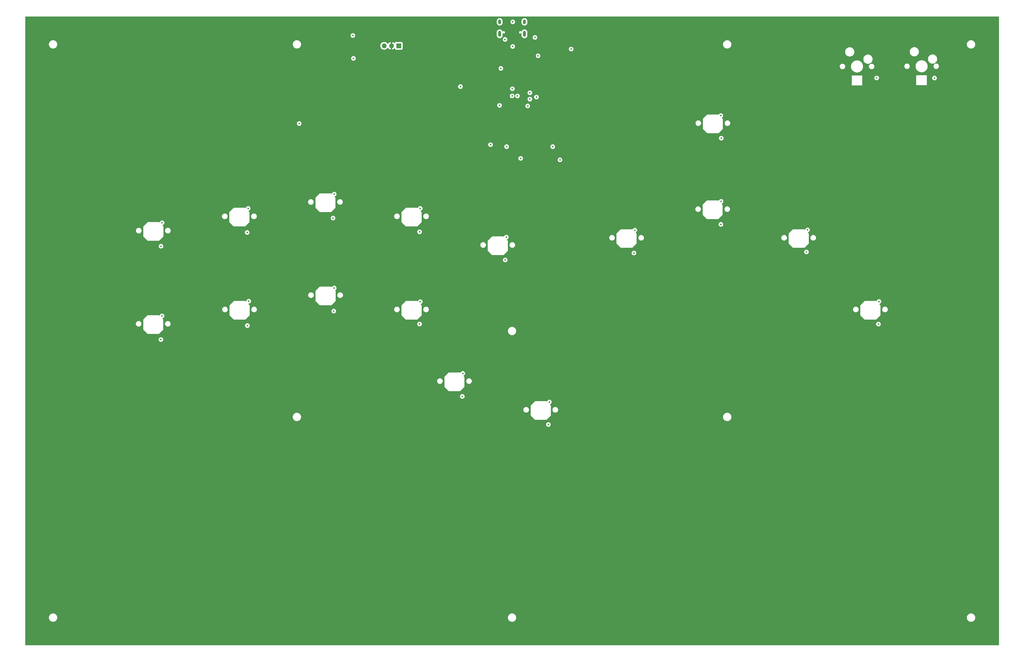
<source format=gbr>
G04 #@! TF.GenerationSoftware,KiCad,Pcbnew,8.0.3*
G04 #@! TF.CreationDate,2024-06-19T13:59:07+09:00*
G04 #@! TF.ProjectId,mainboard,6d61696e-626f-4617-9264-2e6b69636164,rev?*
G04 #@! TF.SameCoordinates,Original*
G04 #@! TF.FileFunction,Copper,L2,Inr*
G04 #@! TF.FilePolarity,Positive*
%FSLAX46Y46*%
G04 Gerber Fmt 4.6, Leading zero omitted, Abs format (unit mm)*
G04 Created by KiCad (PCBNEW 8.0.3) date 2024-06-19 13:59:07*
%MOMM*%
%LPD*%
G01*
G04 APERTURE LIST*
G04 #@! TA.AperFunction,ComponentPad*
%ADD10O,1.000000X2.100000*%
G04 #@! TD*
G04 #@! TA.AperFunction,ComponentPad*
%ADD11O,1.000000X1.600000*%
G04 #@! TD*
G04 #@! TA.AperFunction,ComponentPad*
%ADD12R,1.700000X1.700000*%
G04 #@! TD*
G04 #@! TA.AperFunction,ComponentPad*
%ADD13O,1.700000X1.700000*%
G04 #@! TD*
G04 #@! TA.AperFunction,ComponentPad*
%ADD14C,0.600000*%
G04 #@! TD*
G04 #@! TA.AperFunction,ViaPad*
%ADD15C,0.600000*%
G04 #@! TD*
G04 APERTURE END LIST*
D10*
G04 #@! TO.N,SHIELD*
G04 #@! TO.C,J1*
X214314000Y-26330000D03*
D11*
X214314000Y-22150000D03*
D10*
X205674000Y-26330000D03*
D11*
X205674000Y-22150000D03*
G04 #@! TD*
D12*
G04 #@! TO.N,UART_TX*
G04 #@! TO.C,J3*
X170500000Y-30500000D03*
D13*
G04 #@! TO.N,GND*
X167960000Y-30500000D03*
G04 #@! TO.N,UART_RX*
X165420000Y-30500000D03*
G04 #@! TD*
D14*
G04 #@! TO.N,GND*
G04 #@! TO.C,U5*
X208805000Y-48999000D03*
X208805000Y-50274000D03*
X208805000Y-51549000D03*
X210080000Y-48999000D03*
X210080000Y-50274000D03*
X210080000Y-51549000D03*
X211355000Y-48999000D03*
X211355000Y-50274000D03*
X211355000Y-51549000D03*
G04 #@! TD*
D15*
G04 #@! TO.N,GND*
X204100000Y-21200000D03*
X216000000Y-21150000D03*
G04 #@! TO.N,VBUS*
X218000000Y-27581000D03*
X337100000Y-41720000D03*
X230600000Y-31650000D03*
X207544000Y-28300000D03*
X357260000Y-41754000D03*
G04 #@! TO.N,GND*
X223400000Y-32400000D03*
X195400000Y-62300000D03*
X208300000Y-57900000D03*
X171000000Y-107750000D03*
X214750000Y-48290000D03*
X347300000Y-43400000D03*
X111750000Y-104750000D03*
X181600000Y-71200000D03*
X220500000Y-52000000D03*
X205620000Y-54230000D03*
X84940000Y-131610000D03*
X325000000Y-43300000D03*
X120400000Y-70600000D03*
X184600000Y-37500000D03*
X174350000Y-82700000D03*
X222100000Y-48900000D03*
X230600000Y-74200000D03*
X220600000Y-95800000D03*
X213700000Y-34000000D03*
X184600000Y-31000000D03*
X214000000Y-28300000D03*
X213400000Y-42400000D03*
X184600000Y-43500000D03*
X248970000Y-68220000D03*
X135800000Y-62425000D03*
X202740000Y-26160000D03*
X141000000Y-106250000D03*
X208500000Y-41000000D03*
X144400000Y-71000000D03*
X218000000Y-57800000D03*
X205688760Y-28688760D03*
X169700000Y-33700000D03*
X184700000Y-25000000D03*
X221900000Y-110960000D03*
X205560000Y-49090000D03*
X226200000Y-48900000D03*
X199100000Y-50300000D03*
X221000000Y-30200000D03*
X211900000Y-57900000D03*
X235000000Y-66800000D03*
X197100000Y-43500000D03*
X205910000Y-72740000D03*
X226800000Y-74000000D03*
X84960000Y-99110000D03*
X205300000Y-45500000D03*
X215750000Y-73800000D03*
X153500000Y-26900000D03*
X182700000Y-49600000D03*
X144300000Y-77600000D03*
X205610000Y-50340000D03*
G04 #@! TO.N,+3.3V*
X219050000Y-34000000D03*
X148000000Y-82250000D03*
X118000000Y-87250000D03*
X216200000Y-46900000D03*
X252480000Y-102830000D03*
X223000000Y-154800000D03*
X147590000Y-90610000D03*
X205624000Y-51274000D03*
X207610000Y-105220000D03*
X117660000Y-95640000D03*
X252780000Y-94840000D03*
X282790000Y-92820000D03*
X282860000Y-84790000D03*
X135800000Y-57625000D03*
X147850000Y-123070000D03*
X177770000Y-95410000D03*
X87630000Y-100440000D03*
X215450000Y-51500000D03*
X148000000Y-115000000D03*
X178000000Y-119800000D03*
X88000000Y-124750000D03*
X87590000Y-132990000D03*
X192660000Y-152840000D03*
X224190000Y-65700000D03*
X313000000Y-94750000D03*
X337720000Y-127620000D03*
X208100000Y-65700000D03*
X177750000Y-127590000D03*
X222670000Y-162640000D03*
X210037880Y-47987120D03*
X312610000Y-102420000D03*
X337910000Y-119730000D03*
X117740000Y-128120000D03*
X118200000Y-119600000D03*
X282930000Y-62740000D03*
X88000000Y-92250000D03*
X282792133Y-54867867D03*
X208000000Y-97250000D03*
X178000000Y-87250000D03*
X206100000Y-38400000D03*
X192832500Y-144800000D03*
G04 #@! TO.N,SHIELD*
X210224000Y-30740000D03*
X210234000Y-22150000D03*
G04 #@! TO.N,+1V1*
X211880000Y-48000000D03*
X210100000Y-45500000D03*
G04 #@! TO.N,SWD*
X154500000Y-26900000D03*
X154700000Y-34900000D03*
G04 #@! TO.N,RUN*
X202500000Y-65000000D03*
X192000000Y-44750000D03*
G04 #@! TO.N,MUX0_OUT*
X216200000Y-49100000D03*
X213000000Y-69800000D03*
G04 #@! TO.N,MUX1_OUT*
X218500000Y-48400000D03*
X226700000Y-70300000D03*
G04 #@! TD*
G04 #@! TA.AperFunction,Conductor*
G04 #@! TO.N,GND*
G36*
X379642539Y-20320185D02*
G01*
X379688294Y-20372989D01*
X379699500Y-20424500D01*
X379699500Y-239575500D01*
X379679815Y-239642539D01*
X379627011Y-239688294D01*
X379575500Y-239699500D01*
X40424500Y-239699500D01*
X40357461Y-239679815D01*
X40311706Y-239627011D01*
X40300500Y-239575500D01*
X40300500Y-229885837D01*
X48549500Y-229885837D01*
X48549500Y-230114162D01*
X48585215Y-230339660D01*
X48655770Y-230556803D01*
X48759421Y-230760228D01*
X48893621Y-230944937D01*
X49055063Y-231106379D01*
X49239772Y-231240579D01*
X49335884Y-231289550D01*
X49443196Y-231344229D01*
X49443198Y-231344229D01*
X49443201Y-231344231D01*
X49559592Y-231382049D01*
X49660339Y-231414784D01*
X49885838Y-231450500D01*
X49885843Y-231450500D01*
X50114162Y-231450500D01*
X50339660Y-231414784D01*
X50556799Y-231344231D01*
X50760228Y-231240579D01*
X50944937Y-231106379D01*
X51106379Y-230944937D01*
X51240579Y-230760228D01*
X51344231Y-230556799D01*
X51414784Y-230339660D01*
X51450500Y-230114162D01*
X51450500Y-229885837D01*
X208549500Y-229885837D01*
X208549500Y-230114162D01*
X208585215Y-230339660D01*
X208655770Y-230556803D01*
X208759421Y-230760228D01*
X208893621Y-230944937D01*
X209055063Y-231106379D01*
X209239772Y-231240579D01*
X209335884Y-231289550D01*
X209443196Y-231344229D01*
X209443198Y-231344229D01*
X209443201Y-231344231D01*
X209559592Y-231382049D01*
X209660339Y-231414784D01*
X209885838Y-231450500D01*
X209885843Y-231450500D01*
X210114162Y-231450500D01*
X210339660Y-231414784D01*
X210556799Y-231344231D01*
X210760228Y-231240579D01*
X210944937Y-231106379D01*
X211106379Y-230944937D01*
X211240579Y-230760228D01*
X211344231Y-230556799D01*
X211414784Y-230339660D01*
X211450500Y-230114162D01*
X211450500Y-229885837D01*
X368549500Y-229885837D01*
X368549500Y-230114162D01*
X368585215Y-230339660D01*
X368655770Y-230556803D01*
X368759421Y-230760228D01*
X368893621Y-230944937D01*
X369055063Y-231106379D01*
X369239772Y-231240579D01*
X369335884Y-231289550D01*
X369443196Y-231344229D01*
X369443198Y-231344229D01*
X369443201Y-231344231D01*
X369559592Y-231382049D01*
X369660339Y-231414784D01*
X369885838Y-231450500D01*
X369885843Y-231450500D01*
X370114162Y-231450500D01*
X370339660Y-231414784D01*
X370556799Y-231344231D01*
X370760228Y-231240579D01*
X370944937Y-231106379D01*
X371106379Y-230944937D01*
X371240579Y-230760228D01*
X371344231Y-230556799D01*
X371414784Y-230339660D01*
X371450500Y-230114162D01*
X371450500Y-229885837D01*
X371414784Y-229660339D01*
X371344229Y-229443196D01*
X371240578Y-229239771D01*
X371106379Y-229055063D01*
X370944937Y-228893621D01*
X370760228Y-228759421D01*
X370556803Y-228655770D01*
X370339660Y-228585215D01*
X370114162Y-228549500D01*
X370114157Y-228549500D01*
X369885843Y-228549500D01*
X369885838Y-228549500D01*
X369660339Y-228585215D01*
X369443196Y-228655770D01*
X369239771Y-228759421D01*
X369055061Y-228893622D01*
X368893622Y-229055061D01*
X368759421Y-229239771D01*
X368655770Y-229443196D01*
X368585215Y-229660339D01*
X368549500Y-229885837D01*
X211450500Y-229885837D01*
X211414784Y-229660339D01*
X211344229Y-229443196D01*
X211240578Y-229239771D01*
X211106379Y-229055063D01*
X210944937Y-228893621D01*
X210760228Y-228759421D01*
X210556803Y-228655770D01*
X210339660Y-228585215D01*
X210114162Y-228549500D01*
X210114157Y-228549500D01*
X209885843Y-228549500D01*
X209885838Y-228549500D01*
X209660339Y-228585215D01*
X209443196Y-228655770D01*
X209239771Y-228759421D01*
X209055061Y-228893622D01*
X208893622Y-229055061D01*
X208759421Y-229239771D01*
X208655770Y-229443196D01*
X208585215Y-229660339D01*
X208549500Y-229885837D01*
X51450500Y-229885837D01*
X51414784Y-229660339D01*
X51344229Y-229443196D01*
X51240578Y-229239771D01*
X51106379Y-229055063D01*
X50944937Y-228893621D01*
X50760228Y-228759421D01*
X50556803Y-228655770D01*
X50339660Y-228585215D01*
X50114162Y-228549500D01*
X50114157Y-228549500D01*
X49885843Y-228549500D01*
X49885838Y-228549500D01*
X49660339Y-228585215D01*
X49443196Y-228655770D01*
X49239771Y-228759421D01*
X49055061Y-228893622D01*
X48893622Y-229055061D01*
X48759421Y-229239771D01*
X48655770Y-229443196D01*
X48585215Y-229660339D01*
X48549500Y-229885837D01*
X40300500Y-229885837D01*
X40300500Y-162639996D01*
X221864435Y-162639996D01*
X221864435Y-162640003D01*
X221884630Y-162819249D01*
X221884631Y-162819254D01*
X221944211Y-162989523D01*
X222040184Y-163142262D01*
X222167738Y-163269816D01*
X222320478Y-163365789D01*
X222490745Y-163425368D01*
X222490750Y-163425369D01*
X222669996Y-163445565D01*
X222670000Y-163445565D01*
X222670004Y-163445565D01*
X222849249Y-163425369D01*
X222849252Y-163425368D01*
X222849255Y-163425368D01*
X223019522Y-163365789D01*
X223172262Y-163269816D01*
X223299816Y-163142262D01*
X223395789Y-162989522D01*
X223455368Y-162819255D01*
X223475565Y-162640000D01*
X223455368Y-162460745D01*
X223395789Y-162290478D01*
X223299816Y-162137738D01*
X223172262Y-162010184D01*
X223019523Y-161914211D01*
X222849254Y-161854631D01*
X222849249Y-161854630D01*
X222670004Y-161834435D01*
X222669996Y-161834435D01*
X222490750Y-161854630D01*
X222490745Y-161854631D01*
X222320476Y-161914211D01*
X222167737Y-162010184D01*
X222040184Y-162137737D01*
X221944211Y-162290476D01*
X221884631Y-162460745D01*
X221884630Y-162460750D01*
X221864435Y-162639996D01*
X40300500Y-162639996D01*
X40300500Y-159885837D01*
X133549500Y-159885837D01*
X133549500Y-160114162D01*
X133585215Y-160339660D01*
X133655770Y-160556803D01*
X133759421Y-160760228D01*
X133893621Y-160944937D01*
X134055063Y-161106379D01*
X134239772Y-161240579D01*
X134335884Y-161289550D01*
X134443196Y-161344229D01*
X134443198Y-161344229D01*
X134443201Y-161344231D01*
X134559592Y-161382049D01*
X134660339Y-161414784D01*
X134885838Y-161450500D01*
X134885843Y-161450500D01*
X135114162Y-161450500D01*
X135339660Y-161414784D01*
X135556799Y-161344231D01*
X135760228Y-161240579D01*
X135944937Y-161106379D01*
X136106379Y-160944937D01*
X136240579Y-160760228D01*
X136344231Y-160556799D01*
X136414784Y-160339660D01*
X136450500Y-160114162D01*
X136450500Y-159885837D01*
X136414784Y-159660339D01*
X136344229Y-159443196D01*
X136240578Y-159239771D01*
X136106379Y-159055063D01*
X135944937Y-158893621D01*
X135760228Y-158759421D01*
X135556803Y-158655770D01*
X135339660Y-158585215D01*
X135114162Y-158549500D01*
X135114157Y-158549500D01*
X134885843Y-158549500D01*
X134885838Y-158549500D01*
X134660339Y-158585215D01*
X134443196Y-158655770D01*
X134239771Y-158759421D01*
X134055061Y-158893622D01*
X133893622Y-159055061D01*
X133759421Y-159239771D01*
X133655770Y-159443196D01*
X133585215Y-159660339D01*
X133549500Y-159885837D01*
X40300500Y-159885837D01*
X40300500Y-157403917D01*
X213944500Y-157403917D01*
X213944500Y-157596082D01*
X213981986Y-157784535D01*
X213981989Y-157784547D01*
X214055520Y-157962068D01*
X214055521Y-157962070D01*
X214162279Y-158121844D01*
X214162282Y-158121848D01*
X214298151Y-158257717D01*
X214298155Y-158257720D01*
X214457927Y-158364477D01*
X214457928Y-158364477D01*
X214457929Y-158364478D01*
X214457931Y-158364479D01*
X214635452Y-158438010D01*
X214635457Y-158438012D01*
X214823917Y-158475499D01*
X214823920Y-158475500D01*
X214823922Y-158475500D01*
X215016080Y-158475500D01*
X215016081Y-158475499D01*
X215204543Y-158438012D01*
X215382073Y-158364477D01*
X215541845Y-158257720D01*
X215677720Y-158121845D01*
X215784477Y-157962073D01*
X215858012Y-157784543D01*
X215895500Y-157596078D01*
X215895500Y-157403922D01*
X215895500Y-157403919D01*
X215895499Y-157403917D01*
X215858013Y-157215464D01*
X215858012Y-157215457D01*
X215784477Y-157037927D01*
X215677720Y-156878155D01*
X215677717Y-156878151D01*
X215541848Y-156742282D01*
X215541844Y-156742279D01*
X215382070Y-156635521D01*
X215382068Y-156635520D01*
X215204547Y-156561989D01*
X215204535Y-156561986D01*
X215016081Y-156524500D01*
X215016078Y-156524500D01*
X214823922Y-156524500D01*
X214823919Y-156524500D01*
X214635464Y-156561986D01*
X214635452Y-156561989D01*
X214457931Y-156635520D01*
X214457929Y-156635521D01*
X214298155Y-156742279D01*
X214298151Y-156742282D01*
X214162282Y-156878151D01*
X214162279Y-156878155D01*
X214055521Y-157037929D01*
X214055520Y-157037931D01*
X213981989Y-157215452D01*
X213981986Y-157215464D01*
X213944500Y-157403917D01*
X40300500Y-157403917D01*
X40300500Y-155999999D01*
X216500000Y-155999999D01*
X216500000Y-156000000D01*
X216500000Y-159500000D01*
X218000000Y-161000000D01*
X222000000Y-161000000D01*
X223114163Y-159885837D01*
X283549500Y-159885837D01*
X283549500Y-160114162D01*
X283585215Y-160339660D01*
X283655770Y-160556803D01*
X283759421Y-160760228D01*
X283893621Y-160944937D01*
X284055063Y-161106379D01*
X284239772Y-161240579D01*
X284335884Y-161289550D01*
X284443196Y-161344229D01*
X284443198Y-161344229D01*
X284443201Y-161344231D01*
X284559592Y-161382049D01*
X284660339Y-161414784D01*
X284885838Y-161450500D01*
X284885843Y-161450500D01*
X285114162Y-161450500D01*
X285339660Y-161414784D01*
X285556799Y-161344231D01*
X285760228Y-161240579D01*
X285944937Y-161106379D01*
X286106379Y-160944937D01*
X286240579Y-160760228D01*
X286344231Y-160556799D01*
X286414784Y-160339660D01*
X286450500Y-160114162D01*
X286450500Y-159885837D01*
X286414784Y-159660339D01*
X286344229Y-159443196D01*
X286240578Y-159239771D01*
X286106379Y-159055063D01*
X285944937Y-158893621D01*
X285760228Y-158759421D01*
X285556803Y-158655770D01*
X285339660Y-158585215D01*
X285114162Y-158549500D01*
X285114157Y-158549500D01*
X284885843Y-158549500D01*
X284885838Y-158549500D01*
X284660339Y-158585215D01*
X284443196Y-158655770D01*
X284239771Y-158759421D01*
X284055061Y-158893622D01*
X283893622Y-159055061D01*
X283759421Y-159239771D01*
X283655770Y-159443196D01*
X283585215Y-159660339D01*
X283549500Y-159885837D01*
X223114163Y-159885837D01*
X223500000Y-159500000D01*
X223500000Y-157403917D01*
X224104500Y-157403917D01*
X224104500Y-157596082D01*
X224141986Y-157784535D01*
X224141989Y-157784547D01*
X224215520Y-157962068D01*
X224215521Y-157962070D01*
X224322279Y-158121844D01*
X224322282Y-158121848D01*
X224458151Y-158257717D01*
X224458155Y-158257720D01*
X224617927Y-158364477D01*
X224617928Y-158364477D01*
X224617929Y-158364478D01*
X224617931Y-158364479D01*
X224795452Y-158438010D01*
X224795457Y-158438012D01*
X224983917Y-158475499D01*
X224983920Y-158475500D01*
X224983922Y-158475500D01*
X225176080Y-158475500D01*
X225176081Y-158475499D01*
X225364543Y-158438012D01*
X225542073Y-158364477D01*
X225701845Y-158257720D01*
X225837720Y-158121845D01*
X225944477Y-157962073D01*
X226018012Y-157784543D01*
X226055500Y-157596078D01*
X226055500Y-157403922D01*
X226055500Y-157403919D01*
X226055499Y-157403917D01*
X226018013Y-157215464D01*
X226018012Y-157215457D01*
X225944477Y-157037927D01*
X225837720Y-156878155D01*
X225837717Y-156878151D01*
X225701848Y-156742282D01*
X225701844Y-156742279D01*
X225542070Y-156635521D01*
X225542068Y-156635520D01*
X225364547Y-156561989D01*
X225364535Y-156561986D01*
X225176081Y-156524500D01*
X225176078Y-156524500D01*
X224983922Y-156524500D01*
X224983919Y-156524500D01*
X224795464Y-156561986D01*
X224795452Y-156561989D01*
X224617931Y-156635520D01*
X224617929Y-156635521D01*
X224458155Y-156742279D01*
X224458151Y-156742282D01*
X224322282Y-156878151D01*
X224322279Y-156878155D01*
X224215521Y-157037929D01*
X224215520Y-157037931D01*
X224141989Y-157215452D01*
X224141986Y-157215464D01*
X224104500Y-157403917D01*
X223500000Y-157403917D01*
X223500000Y-156000000D01*
X223249248Y-155749248D01*
X223215763Y-155687925D01*
X223220747Y-155618233D01*
X223262619Y-155562300D01*
X223295975Y-155544525D01*
X223349522Y-155525789D01*
X223502262Y-155429816D01*
X223629816Y-155302262D01*
X223725789Y-155149522D01*
X223785368Y-154979255D01*
X223805565Y-154800000D01*
X223794875Y-154705124D01*
X223785369Y-154620750D01*
X223785368Y-154620745D01*
X223743117Y-154500000D01*
X223725789Y-154450478D01*
X223629816Y-154297738D01*
X223502262Y-154170184D01*
X223349523Y-154074211D01*
X223179254Y-154014631D01*
X223179249Y-154014630D01*
X223000004Y-153994435D01*
X222999996Y-153994435D01*
X222820750Y-154014630D01*
X222820745Y-154014631D01*
X222650476Y-154074211D01*
X222497737Y-154170184D01*
X222370184Y-154297737D01*
X222274209Y-154450480D01*
X222255473Y-154504025D01*
X222214752Y-154560801D01*
X222149799Y-154586548D01*
X222081237Y-154573092D01*
X222050751Y-154550751D01*
X222000000Y-154500000D01*
X218000000Y-154500000D01*
X217999999Y-154500000D01*
X216500000Y-155999999D01*
X40300500Y-155999999D01*
X40300500Y-152839996D01*
X191854435Y-152839996D01*
X191854435Y-152840003D01*
X191874630Y-153019249D01*
X191874631Y-153019254D01*
X191934211Y-153189523D01*
X192030184Y-153342262D01*
X192157738Y-153469816D01*
X192310478Y-153565789D01*
X192480745Y-153625368D01*
X192480750Y-153625369D01*
X192659996Y-153645565D01*
X192660000Y-153645565D01*
X192660004Y-153645565D01*
X192839249Y-153625369D01*
X192839252Y-153625368D01*
X192839255Y-153625368D01*
X193009522Y-153565789D01*
X193162262Y-153469816D01*
X193289816Y-153342262D01*
X193385789Y-153189522D01*
X193445368Y-153019255D01*
X193465565Y-152840000D01*
X193445368Y-152660745D01*
X193385789Y-152490478D01*
X193289816Y-152337738D01*
X193162262Y-152210184D01*
X193009523Y-152114211D01*
X192839254Y-152054631D01*
X192839249Y-152054630D01*
X192660004Y-152034435D01*
X192659996Y-152034435D01*
X192480750Y-152054630D01*
X192480745Y-152054631D01*
X192310476Y-152114211D01*
X192157737Y-152210184D01*
X192030184Y-152337737D01*
X191934211Y-152490476D01*
X191874631Y-152660745D01*
X191874630Y-152660750D01*
X191854435Y-152839996D01*
X40300500Y-152839996D01*
X40300500Y-147403917D01*
X183864500Y-147403917D01*
X183864500Y-147596082D01*
X183901986Y-147784535D01*
X183901989Y-147784547D01*
X183975520Y-147962068D01*
X183975521Y-147962070D01*
X184082279Y-148121844D01*
X184082282Y-148121848D01*
X184218151Y-148257717D01*
X184218155Y-148257720D01*
X184377927Y-148364477D01*
X184377928Y-148364477D01*
X184377929Y-148364478D01*
X184377931Y-148364479D01*
X184555452Y-148438010D01*
X184555457Y-148438012D01*
X184743917Y-148475499D01*
X184743920Y-148475500D01*
X184743922Y-148475500D01*
X184936080Y-148475500D01*
X184936081Y-148475499D01*
X185124543Y-148438012D01*
X185302073Y-148364477D01*
X185461845Y-148257720D01*
X185597720Y-148121845D01*
X185704477Y-147962073D01*
X185778012Y-147784543D01*
X185815500Y-147596078D01*
X185815500Y-147403922D01*
X185815500Y-147403919D01*
X185815499Y-147403917D01*
X185778013Y-147215464D01*
X185778012Y-147215457D01*
X185704477Y-147037927D01*
X185597720Y-146878155D01*
X185597717Y-146878151D01*
X185461848Y-146742282D01*
X185461844Y-146742279D01*
X185302070Y-146635521D01*
X185302068Y-146635520D01*
X185124547Y-146561989D01*
X185124535Y-146561986D01*
X184936081Y-146524500D01*
X184936078Y-146524500D01*
X184743922Y-146524500D01*
X184743919Y-146524500D01*
X184555464Y-146561986D01*
X184555452Y-146561989D01*
X184377931Y-146635520D01*
X184377929Y-146635521D01*
X184218155Y-146742279D01*
X184218151Y-146742282D01*
X184082282Y-146878151D01*
X184082279Y-146878155D01*
X183975521Y-147037929D01*
X183975520Y-147037931D01*
X183901989Y-147215452D01*
X183901986Y-147215464D01*
X183864500Y-147403917D01*
X40300500Y-147403917D01*
X40300500Y-145999999D01*
X186420000Y-145999999D01*
X186420000Y-146000000D01*
X186420000Y-149500000D01*
X187920000Y-151000000D01*
X191920000Y-151000000D01*
X193420000Y-149500000D01*
X193420000Y-147403917D01*
X194024500Y-147403917D01*
X194024500Y-147596082D01*
X194061986Y-147784535D01*
X194061989Y-147784547D01*
X194135520Y-147962068D01*
X194135521Y-147962070D01*
X194242279Y-148121844D01*
X194242282Y-148121848D01*
X194378151Y-148257717D01*
X194378155Y-148257720D01*
X194537927Y-148364477D01*
X194537928Y-148364477D01*
X194537929Y-148364478D01*
X194537931Y-148364479D01*
X194715452Y-148438010D01*
X194715457Y-148438012D01*
X194903917Y-148475499D01*
X194903920Y-148475500D01*
X194903922Y-148475500D01*
X195096080Y-148475500D01*
X195096081Y-148475499D01*
X195284543Y-148438012D01*
X195462073Y-148364477D01*
X195621845Y-148257720D01*
X195757720Y-148121845D01*
X195864477Y-147962073D01*
X195938012Y-147784543D01*
X195975500Y-147596078D01*
X195975500Y-147403922D01*
X195975500Y-147403919D01*
X195975499Y-147403917D01*
X195938013Y-147215464D01*
X195938012Y-147215457D01*
X195864477Y-147037927D01*
X195757720Y-146878155D01*
X195757717Y-146878151D01*
X195621848Y-146742282D01*
X195621844Y-146742279D01*
X195462070Y-146635521D01*
X195462068Y-146635520D01*
X195284547Y-146561989D01*
X195284535Y-146561986D01*
X195096081Y-146524500D01*
X195096078Y-146524500D01*
X194903922Y-146524500D01*
X194903919Y-146524500D01*
X194715464Y-146561986D01*
X194715452Y-146561989D01*
X194537931Y-146635520D01*
X194537929Y-146635521D01*
X194378155Y-146742279D01*
X194378151Y-146742282D01*
X194242282Y-146878151D01*
X194242279Y-146878155D01*
X194135521Y-147037929D01*
X194135520Y-147037931D01*
X194061989Y-147215452D01*
X194061986Y-147215464D01*
X194024500Y-147403917D01*
X193420000Y-147403917D01*
X193420000Y-146000000D01*
X193146150Y-145726150D01*
X193112665Y-145664827D01*
X193117649Y-145595135D01*
X193159521Y-145539202D01*
X193180031Y-145526748D01*
X193182022Y-145525789D01*
X193334762Y-145429816D01*
X193462316Y-145302262D01*
X193558289Y-145149522D01*
X193617868Y-144979255D01*
X193638065Y-144800000D01*
X193617868Y-144620745D01*
X193558289Y-144450478D01*
X193462316Y-144297738D01*
X193334762Y-144170184D01*
X193182023Y-144074211D01*
X193011754Y-144014631D01*
X193011749Y-144014630D01*
X192832504Y-143994435D01*
X192832496Y-143994435D01*
X192653250Y-144014630D01*
X192653245Y-144014631D01*
X192482976Y-144074211D01*
X192330237Y-144170184D01*
X192202684Y-144297737D01*
X192106704Y-144450487D01*
X192105743Y-144452484D01*
X192104780Y-144453549D01*
X192103006Y-144456374D01*
X192102510Y-144456062D01*
X192058914Y-144504338D01*
X191991485Y-144522642D01*
X191943588Y-144507503D01*
X191942787Y-144509439D01*
X191920000Y-144500000D01*
X187920000Y-144500000D01*
X187919999Y-144500000D01*
X186420000Y-145999999D01*
X40300500Y-145999999D01*
X40300500Y-132989996D01*
X86784435Y-132989996D01*
X86784435Y-132990003D01*
X86804630Y-133169249D01*
X86804631Y-133169254D01*
X86864211Y-133339523D01*
X86960184Y-133492262D01*
X87087738Y-133619816D01*
X87240478Y-133715789D01*
X87410745Y-133775368D01*
X87410750Y-133775369D01*
X87589996Y-133795565D01*
X87590000Y-133795565D01*
X87590004Y-133795565D01*
X87769249Y-133775369D01*
X87769252Y-133775368D01*
X87769255Y-133775368D01*
X87939522Y-133715789D01*
X88092262Y-133619816D01*
X88219816Y-133492262D01*
X88315789Y-133339522D01*
X88375368Y-133169255D01*
X88395565Y-132990000D01*
X88375368Y-132810745D01*
X88315789Y-132640478D01*
X88219816Y-132487738D01*
X88092262Y-132360184D01*
X87939523Y-132264211D01*
X87769254Y-132204631D01*
X87769249Y-132204630D01*
X87590004Y-132184435D01*
X87589996Y-132184435D01*
X87410750Y-132204630D01*
X87410745Y-132204631D01*
X87240476Y-132264211D01*
X87087737Y-132360184D01*
X86960184Y-132487737D01*
X86864211Y-132640476D01*
X86804631Y-132810745D01*
X86804630Y-132810750D01*
X86784435Y-132989996D01*
X40300500Y-132989996D01*
X40300500Y-127403917D01*
X78864500Y-127403917D01*
X78864500Y-127596082D01*
X78901986Y-127784535D01*
X78901989Y-127784547D01*
X78975520Y-127962068D01*
X78975521Y-127962070D01*
X79082279Y-128121844D01*
X79082282Y-128121848D01*
X79218151Y-128257717D01*
X79218155Y-128257720D01*
X79377927Y-128364477D01*
X79377928Y-128364477D01*
X79377929Y-128364478D01*
X79377931Y-128364479D01*
X79452980Y-128395565D01*
X79555457Y-128438012D01*
X79713869Y-128469522D01*
X79743917Y-128475499D01*
X79743920Y-128475500D01*
X79743922Y-128475500D01*
X79936080Y-128475500D01*
X79936081Y-128475499D01*
X80124543Y-128438012D01*
X80302073Y-128364477D01*
X80461845Y-128257720D01*
X80597720Y-128121845D01*
X80704477Y-127962073D01*
X80778012Y-127784543D01*
X80815500Y-127596078D01*
X80815500Y-127403922D01*
X80815500Y-127403919D01*
X80815499Y-127403917D01*
X80782989Y-127240478D01*
X80778012Y-127215457D01*
X80737535Y-127117737D01*
X80704479Y-127037931D01*
X80704478Y-127037929D01*
X80597720Y-126878155D01*
X80597717Y-126878151D01*
X80461848Y-126742282D01*
X80461844Y-126742279D01*
X80302070Y-126635521D01*
X80302068Y-126635520D01*
X80124547Y-126561989D01*
X80124535Y-126561986D01*
X79936081Y-126524500D01*
X79936078Y-126524500D01*
X79743922Y-126524500D01*
X79743919Y-126524500D01*
X79555464Y-126561986D01*
X79555452Y-126561989D01*
X79377931Y-126635520D01*
X79377929Y-126635521D01*
X79218155Y-126742279D01*
X79218151Y-126742282D01*
X79082282Y-126878151D01*
X79082279Y-126878155D01*
X78975521Y-127037929D01*
X78975520Y-127037931D01*
X78901989Y-127215452D01*
X78901986Y-127215464D01*
X78864500Y-127403917D01*
X40300500Y-127403917D01*
X40300500Y-125999999D01*
X81420000Y-125999999D01*
X81420000Y-126000000D01*
X81420000Y-129500000D01*
X82920000Y-131000000D01*
X86920000Y-131000000D01*
X88034163Y-129885837D01*
X208549500Y-129885837D01*
X208549500Y-130114162D01*
X208585215Y-130339660D01*
X208655770Y-130556803D01*
X208759421Y-130760228D01*
X208893621Y-130944937D01*
X209055063Y-131106379D01*
X209239772Y-131240579D01*
X209335884Y-131289550D01*
X209443196Y-131344229D01*
X209443198Y-131344229D01*
X209443201Y-131344231D01*
X209559592Y-131382049D01*
X209660339Y-131414784D01*
X209885838Y-131450500D01*
X209885843Y-131450500D01*
X210114162Y-131450500D01*
X210339660Y-131414784D01*
X210556799Y-131344231D01*
X210760228Y-131240579D01*
X210944937Y-131106379D01*
X211106379Y-130944937D01*
X211240579Y-130760228D01*
X211344231Y-130556799D01*
X211414784Y-130339660D01*
X211450500Y-130114162D01*
X211450500Y-129885837D01*
X211414784Y-129660339D01*
X211344229Y-129443196D01*
X211240578Y-129239771D01*
X211106379Y-129055063D01*
X210944937Y-128893621D01*
X210760228Y-128759421D01*
X210741375Y-128749815D01*
X210556803Y-128655770D01*
X210339660Y-128585215D01*
X210114162Y-128549500D01*
X210114157Y-128549500D01*
X209885843Y-128549500D01*
X209885838Y-128549500D01*
X209660339Y-128585215D01*
X209443196Y-128655770D01*
X209239771Y-128759421D01*
X209055061Y-128893622D01*
X208893622Y-129055061D01*
X208759421Y-129239771D01*
X208655770Y-129443196D01*
X208585215Y-129660339D01*
X208549500Y-129885837D01*
X88034163Y-129885837D01*
X88420000Y-129500000D01*
X88420000Y-127403917D01*
X89024500Y-127403917D01*
X89024500Y-127596082D01*
X89061986Y-127784535D01*
X89061989Y-127784547D01*
X89135520Y-127962068D01*
X89135521Y-127962070D01*
X89242279Y-128121844D01*
X89242282Y-128121848D01*
X89378151Y-128257717D01*
X89378155Y-128257720D01*
X89537927Y-128364477D01*
X89537928Y-128364477D01*
X89537929Y-128364478D01*
X89537931Y-128364479D01*
X89612980Y-128395565D01*
X89715457Y-128438012D01*
X89873869Y-128469522D01*
X89903917Y-128475499D01*
X89903920Y-128475500D01*
X89903922Y-128475500D01*
X90096080Y-128475500D01*
X90096081Y-128475499D01*
X90284543Y-128438012D01*
X90462073Y-128364477D01*
X90621845Y-128257720D01*
X90757720Y-128121845D01*
X90758955Y-128119996D01*
X116934435Y-128119996D01*
X116934435Y-128120003D01*
X116954630Y-128299249D01*
X116954631Y-128299254D01*
X117014211Y-128469523D01*
X117086906Y-128585215D01*
X117110184Y-128622262D01*
X117237738Y-128749816D01*
X117390478Y-128845789D01*
X117527174Y-128893621D01*
X117560745Y-128905368D01*
X117560750Y-128905369D01*
X117739996Y-128925565D01*
X117740000Y-128925565D01*
X117740004Y-128925565D01*
X117919249Y-128905369D01*
X117919252Y-128905368D01*
X117919255Y-128905368D01*
X118089522Y-128845789D01*
X118242262Y-128749816D01*
X118369816Y-128622262D01*
X118465789Y-128469522D01*
X118525368Y-128299255D01*
X118530048Y-128257717D01*
X118545565Y-128120003D01*
X118545565Y-128119996D01*
X118525369Y-127940750D01*
X118525368Y-127940745D01*
X118524940Y-127939522D01*
X118465789Y-127770478D01*
X118369816Y-127617738D01*
X118342074Y-127589996D01*
X176944435Y-127589996D01*
X176944435Y-127590003D01*
X176964630Y-127769249D01*
X176964631Y-127769254D01*
X177024211Y-127939523D01*
X177120184Y-128092262D01*
X177247738Y-128219816D01*
X177295481Y-128249815D01*
X177374162Y-128299254D01*
X177400478Y-128315789D01*
X177539620Y-128364477D01*
X177570745Y-128375368D01*
X177570750Y-128375369D01*
X177749996Y-128395565D01*
X177750000Y-128395565D01*
X177750004Y-128395565D01*
X177929249Y-128375369D01*
X177929252Y-128375368D01*
X177929255Y-128375368D01*
X178099522Y-128315789D01*
X178252262Y-128219816D01*
X178379816Y-128092262D01*
X178475789Y-127939522D01*
X178535368Y-127769255D01*
X178552185Y-127620000D01*
X178552185Y-127619996D01*
X336914435Y-127619996D01*
X336914435Y-127620003D01*
X336934630Y-127799249D01*
X336934631Y-127799254D01*
X336994211Y-127969523D01*
X337071334Y-128092262D01*
X337090184Y-128122262D01*
X337217738Y-128249816D01*
X337370478Y-128345789D01*
X337455010Y-128375368D01*
X337540745Y-128405368D01*
X337540750Y-128405369D01*
X337719996Y-128425565D01*
X337720000Y-128425565D01*
X337720004Y-128425565D01*
X337899249Y-128405369D01*
X337899252Y-128405368D01*
X337899255Y-128405368D01*
X338069522Y-128345789D01*
X338222262Y-128249816D01*
X338349816Y-128122262D01*
X338445789Y-127969522D01*
X338505368Y-127799255D01*
X338505369Y-127799249D01*
X338525565Y-127620003D01*
X338525565Y-127619996D01*
X338505369Y-127440750D01*
X338505368Y-127440745D01*
X338494872Y-127410750D01*
X338445789Y-127270478D01*
X338426937Y-127240476D01*
X338349815Y-127117737D01*
X338222262Y-126990184D01*
X338069523Y-126894211D01*
X337899254Y-126834631D01*
X337899249Y-126834630D01*
X337720004Y-126814435D01*
X337719996Y-126814435D01*
X337540750Y-126834630D01*
X337540745Y-126834631D01*
X337370476Y-126894211D01*
X337217737Y-126990184D01*
X337090184Y-127117737D01*
X336994211Y-127270476D01*
X336934631Y-127440745D01*
X336934630Y-127440750D01*
X336914435Y-127619996D01*
X178552185Y-127619996D01*
X178555565Y-127590003D01*
X178555565Y-127589996D01*
X178535369Y-127410750D01*
X178535368Y-127410745D01*
X178532979Y-127403917D01*
X178475789Y-127240478D01*
X178379816Y-127087738D01*
X178252262Y-126960184D01*
X178147267Y-126894211D01*
X178099523Y-126864211D01*
X177929254Y-126804631D01*
X177929249Y-126804630D01*
X177750004Y-126784435D01*
X177749996Y-126784435D01*
X177570750Y-126804630D01*
X177570745Y-126804631D01*
X177400476Y-126864211D01*
X177247737Y-126960184D01*
X177120184Y-127087737D01*
X177024211Y-127240476D01*
X176964631Y-127410745D01*
X176964630Y-127410750D01*
X176944435Y-127589996D01*
X118342074Y-127589996D01*
X118242262Y-127490184D01*
X118089523Y-127394211D01*
X117919254Y-127334631D01*
X117919249Y-127334630D01*
X117740004Y-127314435D01*
X117739996Y-127314435D01*
X117560750Y-127334630D01*
X117560745Y-127334631D01*
X117390476Y-127394211D01*
X117237737Y-127490184D01*
X117110184Y-127617737D01*
X117014211Y-127770476D01*
X116954631Y-127940745D01*
X116954630Y-127940750D01*
X116934435Y-128119996D01*
X90758955Y-128119996D01*
X90864477Y-127962073D01*
X90938012Y-127784543D01*
X90975500Y-127596078D01*
X90975500Y-127403922D01*
X90975500Y-127403919D01*
X90975499Y-127403917D01*
X90942989Y-127240478D01*
X90938012Y-127215457D01*
X90897535Y-127117737D01*
X90864479Y-127037931D01*
X90864478Y-127037929D01*
X90757720Y-126878155D01*
X90757717Y-126878151D01*
X90621848Y-126742282D01*
X90621844Y-126742279D01*
X90462070Y-126635521D01*
X90462068Y-126635520D01*
X90284547Y-126561989D01*
X90284535Y-126561986D01*
X90096081Y-126524500D01*
X90096078Y-126524500D01*
X89903922Y-126524500D01*
X89903919Y-126524500D01*
X89715464Y-126561986D01*
X89715452Y-126561989D01*
X89537931Y-126635520D01*
X89537929Y-126635521D01*
X89378155Y-126742279D01*
X89378151Y-126742282D01*
X89242282Y-126878151D01*
X89242279Y-126878155D01*
X89135521Y-127037929D01*
X89135520Y-127037931D01*
X89061989Y-127215452D01*
X89061986Y-127215464D01*
X89024500Y-127403917D01*
X88420000Y-127403917D01*
X88420000Y-126000000D01*
X88152946Y-125732946D01*
X88119461Y-125671623D01*
X88124445Y-125601931D01*
X88166317Y-125545998D01*
X88199670Y-125528224D01*
X88349522Y-125475789D01*
X88502262Y-125379816D01*
X88629816Y-125252262D01*
X88725789Y-125099522D01*
X88785368Y-124929255D01*
X88785369Y-124929249D01*
X88805565Y-124750003D01*
X88805565Y-124749996D01*
X88785369Y-124570750D01*
X88785368Y-124570745D01*
X88760613Y-124499999D01*
X88725789Y-124400478D01*
X88629816Y-124247738D01*
X88502262Y-124120184D01*
X88349523Y-124024211D01*
X88179254Y-123964631D01*
X88179249Y-123964630D01*
X88000004Y-123944435D01*
X87999996Y-123944435D01*
X87820750Y-123964630D01*
X87820745Y-123964631D01*
X87650476Y-124024211D01*
X87497737Y-124120184D01*
X87370184Y-124247737D01*
X87274209Y-124400480D01*
X87221775Y-124550327D01*
X87181054Y-124607103D01*
X87116101Y-124632850D01*
X87047539Y-124619394D01*
X87017053Y-124597053D01*
X86920000Y-124500000D01*
X82920000Y-124500000D01*
X82919999Y-124500000D01*
X81420000Y-125999999D01*
X40300500Y-125999999D01*
X40300500Y-122403917D01*
X108944500Y-122403917D01*
X108944500Y-122596082D01*
X108981986Y-122784535D01*
X108981989Y-122784547D01*
X109055520Y-122962068D01*
X109055521Y-122962070D01*
X109162279Y-123121844D01*
X109162282Y-123121848D01*
X109298151Y-123257717D01*
X109298155Y-123257720D01*
X109457927Y-123364477D01*
X109457928Y-123364477D01*
X109457929Y-123364478D01*
X109457931Y-123364479D01*
X109590818Y-123419522D01*
X109635457Y-123438012D01*
X109823917Y-123475499D01*
X109823920Y-123475500D01*
X109823922Y-123475500D01*
X110016080Y-123475500D01*
X110016081Y-123475499D01*
X110204543Y-123438012D01*
X110382073Y-123364477D01*
X110541845Y-123257720D01*
X110677720Y-123121845D01*
X110784477Y-122962073D01*
X110858012Y-122784543D01*
X110895500Y-122596078D01*
X110895500Y-122403922D01*
X110895500Y-122403919D01*
X110895499Y-122403917D01*
X110871772Y-122284632D01*
X110858012Y-122215457D01*
X110784477Y-122037927D01*
X110677720Y-121878155D01*
X110677717Y-121878151D01*
X110541848Y-121742282D01*
X110541844Y-121742279D01*
X110382070Y-121635521D01*
X110382068Y-121635520D01*
X110204547Y-121561989D01*
X110204535Y-121561986D01*
X110016081Y-121524500D01*
X110016078Y-121524500D01*
X109823922Y-121524500D01*
X109823919Y-121524500D01*
X109635464Y-121561986D01*
X109635452Y-121561989D01*
X109457931Y-121635520D01*
X109457929Y-121635521D01*
X109298155Y-121742279D01*
X109298151Y-121742282D01*
X109162282Y-121878151D01*
X109162279Y-121878155D01*
X109055521Y-122037929D01*
X109055520Y-122037931D01*
X108981989Y-122215452D01*
X108981986Y-122215464D01*
X108944500Y-122403917D01*
X40300500Y-122403917D01*
X40300500Y-120999999D01*
X111500000Y-120999999D01*
X111500000Y-121000000D01*
X111500000Y-124500000D01*
X113000000Y-126000000D01*
X117000000Y-126000000D01*
X118500000Y-124500000D01*
X118500000Y-122403917D01*
X119104500Y-122403917D01*
X119104500Y-122596082D01*
X119141986Y-122784535D01*
X119141989Y-122784547D01*
X119215520Y-122962068D01*
X119215521Y-122962070D01*
X119322279Y-123121844D01*
X119322282Y-123121848D01*
X119458151Y-123257717D01*
X119458155Y-123257720D01*
X119617927Y-123364477D01*
X119617928Y-123364477D01*
X119617929Y-123364478D01*
X119617931Y-123364479D01*
X119750818Y-123419522D01*
X119795457Y-123438012D01*
X119983917Y-123475499D01*
X119983920Y-123475500D01*
X119983922Y-123475500D01*
X120176080Y-123475500D01*
X120176081Y-123475499D01*
X120364543Y-123438012D01*
X120542073Y-123364477D01*
X120701845Y-123257720D01*
X120837720Y-123121845D01*
X120872365Y-123069996D01*
X147044435Y-123069996D01*
X147044435Y-123070003D01*
X147064630Y-123249249D01*
X147064631Y-123249254D01*
X147124211Y-123419523D01*
X147159384Y-123475500D01*
X147220184Y-123572262D01*
X147347738Y-123699816D01*
X147500478Y-123795789D01*
X147670745Y-123855368D01*
X147670750Y-123855369D01*
X147849996Y-123875565D01*
X147850000Y-123875565D01*
X147850004Y-123875565D01*
X148029249Y-123855369D01*
X148029252Y-123855368D01*
X148029255Y-123855368D01*
X148199522Y-123795789D01*
X148352262Y-123699816D01*
X148479816Y-123572262D01*
X148575789Y-123419522D01*
X148635368Y-123249255D01*
X148635369Y-123249249D01*
X148655565Y-123070003D01*
X148655565Y-123069996D01*
X148635369Y-122890750D01*
X148635368Y-122890745D01*
X148598206Y-122784543D01*
X148575789Y-122720478D01*
X148479816Y-122567738D01*
X148352262Y-122440184D01*
X148294544Y-122403917D01*
X168889500Y-122403917D01*
X168889500Y-122596082D01*
X168926986Y-122784535D01*
X168926989Y-122784547D01*
X169000520Y-122962068D01*
X169000521Y-122962070D01*
X169107279Y-123121844D01*
X169107282Y-123121848D01*
X169243151Y-123257717D01*
X169243155Y-123257720D01*
X169402927Y-123364477D01*
X169402928Y-123364477D01*
X169402929Y-123364478D01*
X169402931Y-123364479D01*
X169535818Y-123419522D01*
X169580457Y-123438012D01*
X169768917Y-123475499D01*
X169768920Y-123475500D01*
X169768922Y-123475500D01*
X169961080Y-123475500D01*
X169961081Y-123475499D01*
X170149543Y-123438012D01*
X170327073Y-123364477D01*
X170486845Y-123257720D01*
X170622720Y-123121845D01*
X170729477Y-122962073D01*
X170803012Y-122784543D01*
X170840500Y-122596078D01*
X170840500Y-122403922D01*
X170840500Y-122403919D01*
X170840499Y-122403917D01*
X170816772Y-122284632D01*
X170803012Y-122215457D01*
X170729477Y-122037927D01*
X170622720Y-121878155D01*
X170622717Y-121878151D01*
X170486848Y-121742282D01*
X170486844Y-121742279D01*
X170327070Y-121635521D01*
X170327068Y-121635520D01*
X170149547Y-121561989D01*
X170149535Y-121561986D01*
X169961081Y-121524500D01*
X169961078Y-121524500D01*
X169768922Y-121524500D01*
X169768919Y-121524500D01*
X169580464Y-121561986D01*
X169580452Y-121561989D01*
X169402931Y-121635520D01*
X169402929Y-121635521D01*
X169243155Y-121742279D01*
X169243151Y-121742282D01*
X169107282Y-121878151D01*
X169107279Y-121878155D01*
X169000521Y-122037929D01*
X169000520Y-122037931D01*
X168926989Y-122215452D01*
X168926986Y-122215464D01*
X168889500Y-122403917D01*
X148294544Y-122403917D01*
X148199523Y-122344211D01*
X148029254Y-122284631D01*
X148029249Y-122284630D01*
X147850004Y-122264435D01*
X147849996Y-122264435D01*
X147670750Y-122284630D01*
X147670745Y-122284631D01*
X147500476Y-122344211D01*
X147347737Y-122440184D01*
X147220184Y-122567737D01*
X147124211Y-122720476D01*
X147064631Y-122890745D01*
X147064630Y-122890750D01*
X147044435Y-123069996D01*
X120872365Y-123069996D01*
X120944477Y-122962073D01*
X121018012Y-122784543D01*
X121055500Y-122596078D01*
X121055500Y-122403922D01*
X121055500Y-122403919D01*
X121055499Y-122403917D01*
X121031772Y-122284632D01*
X121018012Y-122215457D01*
X120944477Y-122037927D01*
X120837720Y-121878155D01*
X120837717Y-121878151D01*
X120701848Y-121742282D01*
X120701844Y-121742279D01*
X120542070Y-121635521D01*
X120542068Y-121635520D01*
X120364547Y-121561989D01*
X120364535Y-121561986D01*
X120176081Y-121524500D01*
X120176078Y-121524500D01*
X119983922Y-121524500D01*
X119983919Y-121524500D01*
X119795464Y-121561986D01*
X119795452Y-121561989D01*
X119617931Y-121635520D01*
X119617929Y-121635521D01*
X119458155Y-121742279D01*
X119458151Y-121742282D01*
X119322282Y-121878151D01*
X119322279Y-121878155D01*
X119215521Y-122037929D01*
X119215520Y-122037931D01*
X119141989Y-122215452D01*
X119141986Y-122215464D01*
X119104500Y-122403917D01*
X118500000Y-122403917D01*
X118500000Y-121000000D01*
X118117246Y-120617246D01*
X118083761Y-120555923D01*
X118088745Y-120486231D01*
X118130617Y-120430298D01*
X118193151Y-120406973D01*
X118193081Y-120406345D01*
X118195597Y-120406061D01*
X118196081Y-120405881D01*
X118197718Y-120405822D01*
X118199999Y-120405564D01*
X118200000Y-120405565D01*
X118245960Y-120400386D01*
X118379249Y-120385369D01*
X118379252Y-120385368D01*
X118379255Y-120385368D01*
X118549522Y-120325789D01*
X118702262Y-120229816D01*
X118829816Y-120102262D01*
X118925789Y-119949522D01*
X118985368Y-119779255D01*
X118988151Y-119754555D01*
X119005565Y-119600003D01*
X119005565Y-119599996D01*
X118985369Y-119420750D01*
X118985368Y-119420745D01*
X118942326Y-119297738D01*
X118925789Y-119250478D01*
X118911500Y-119227738D01*
X118829815Y-119097737D01*
X118702262Y-118970184D01*
X118549523Y-118874211D01*
X118379254Y-118814631D01*
X118379249Y-118814630D01*
X118200004Y-118794435D01*
X118199996Y-118794435D01*
X118020750Y-118814630D01*
X118020745Y-118814631D01*
X117850476Y-118874211D01*
X117697737Y-118970184D01*
X117570184Y-119097737D01*
X117474211Y-119250476D01*
X117414631Y-119420745D01*
X117414630Y-119420750D01*
X117393655Y-119606919D01*
X117391043Y-119606624D01*
X117374750Y-119662112D01*
X117321946Y-119707867D01*
X117252788Y-119717811D01*
X117189232Y-119688786D01*
X117182754Y-119682754D01*
X117000000Y-119500000D01*
X113000000Y-119500000D01*
X112999999Y-119500000D01*
X111500000Y-120999999D01*
X40300500Y-120999999D01*
X40300500Y-117403917D01*
X138944500Y-117403917D01*
X138944500Y-117596082D01*
X138981986Y-117784535D01*
X138981989Y-117784547D01*
X139055520Y-117962068D01*
X139055521Y-117962070D01*
X139162279Y-118121844D01*
X139162282Y-118121848D01*
X139298151Y-118257717D01*
X139298155Y-118257720D01*
X139457927Y-118364477D01*
X139457928Y-118364477D01*
X139457929Y-118364478D01*
X139457931Y-118364479D01*
X139635452Y-118438010D01*
X139635457Y-118438012D01*
X139823917Y-118475499D01*
X139823920Y-118475500D01*
X139823922Y-118475500D01*
X140016080Y-118475500D01*
X140016081Y-118475499D01*
X140204543Y-118438012D01*
X140382073Y-118364477D01*
X140541845Y-118257720D01*
X140677720Y-118121845D01*
X140784477Y-117962073D01*
X140858012Y-117784543D01*
X140895500Y-117596078D01*
X140895500Y-117403922D01*
X140895500Y-117403919D01*
X140895499Y-117403917D01*
X140858013Y-117215464D01*
X140858012Y-117215457D01*
X140784477Y-117037927D01*
X140677720Y-116878155D01*
X140677717Y-116878151D01*
X140541848Y-116742282D01*
X140541844Y-116742279D01*
X140382070Y-116635521D01*
X140382068Y-116635520D01*
X140204547Y-116561989D01*
X140204535Y-116561986D01*
X140016081Y-116524500D01*
X140016078Y-116524500D01*
X139823922Y-116524500D01*
X139823919Y-116524500D01*
X139635464Y-116561986D01*
X139635452Y-116561989D01*
X139457931Y-116635520D01*
X139457929Y-116635521D01*
X139298155Y-116742279D01*
X139298151Y-116742282D01*
X139162282Y-116878151D01*
X139162279Y-116878155D01*
X139055521Y-117037929D01*
X139055520Y-117037931D01*
X138981989Y-117215452D01*
X138981986Y-117215464D01*
X138944500Y-117403917D01*
X40300500Y-117403917D01*
X40300500Y-115999999D01*
X141500000Y-115999999D01*
X141500000Y-116000000D01*
X141500000Y-119500000D01*
X143000000Y-121000000D01*
X147000000Y-121000000D01*
X147000001Y-120999999D01*
X171445000Y-120999999D01*
X171445000Y-121000000D01*
X171445000Y-124500000D01*
X172945000Y-126000000D01*
X176945000Y-126000000D01*
X178445000Y-124500000D01*
X178445000Y-122403917D01*
X179049500Y-122403917D01*
X179049500Y-122596082D01*
X179086986Y-122784535D01*
X179086989Y-122784547D01*
X179160520Y-122962068D01*
X179160521Y-122962070D01*
X179267279Y-123121844D01*
X179267282Y-123121848D01*
X179403151Y-123257717D01*
X179403155Y-123257720D01*
X179562927Y-123364477D01*
X179562928Y-123364477D01*
X179562929Y-123364478D01*
X179562931Y-123364479D01*
X179695818Y-123419522D01*
X179740457Y-123438012D01*
X179928917Y-123475499D01*
X179928920Y-123475500D01*
X179928922Y-123475500D01*
X180121080Y-123475500D01*
X180121081Y-123475499D01*
X180309543Y-123438012D01*
X180487073Y-123364477D01*
X180646845Y-123257720D01*
X180782720Y-123121845D01*
X180889477Y-122962073D01*
X180963012Y-122784543D01*
X181000500Y-122596078D01*
X181000500Y-122403922D01*
X181000500Y-122403919D01*
X181000499Y-122403917D01*
X328864500Y-122403917D01*
X328864500Y-122596082D01*
X328901986Y-122784535D01*
X328901989Y-122784547D01*
X328975520Y-122962068D01*
X328975521Y-122962070D01*
X329082279Y-123121844D01*
X329082282Y-123121848D01*
X329218151Y-123257717D01*
X329218155Y-123257720D01*
X329377927Y-123364477D01*
X329377928Y-123364477D01*
X329377929Y-123364478D01*
X329377931Y-123364479D01*
X329510818Y-123419522D01*
X329555457Y-123438012D01*
X329743917Y-123475499D01*
X329743920Y-123475500D01*
X329743922Y-123475500D01*
X329936080Y-123475500D01*
X329936081Y-123475499D01*
X330124543Y-123438012D01*
X330302073Y-123364477D01*
X330461845Y-123257720D01*
X330597720Y-123121845D01*
X330704477Y-122962073D01*
X330778012Y-122784543D01*
X330815500Y-122596078D01*
X330815500Y-122403922D01*
X330815500Y-122403919D01*
X330815499Y-122403917D01*
X330791772Y-122284632D01*
X330778012Y-122215457D01*
X330704477Y-122037927D01*
X330597720Y-121878155D01*
X330597717Y-121878151D01*
X330461848Y-121742282D01*
X330461844Y-121742279D01*
X330302070Y-121635521D01*
X330302068Y-121635520D01*
X330124547Y-121561989D01*
X330124535Y-121561986D01*
X329936081Y-121524500D01*
X329936078Y-121524500D01*
X329743922Y-121524500D01*
X329743919Y-121524500D01*
X329555464Y-121561986D01*
X329555452Y-121561989D01*
X329377931Y-121635520D01*
X329377929Y-121635521D01*
X329218155Y-121742279D01*
X329218151Y-121742282D01*
X329082282Y-121878151D01*
X329082279Y-121878155D01*
X328975521Y-122037929D01*
X328975520Y-122037931D01*
X328901989Y-122215452D01*
X328901986Y-122215464D01*
X328864500Y-122403917D01*
X181000499Y-122403917D01*
X180976772Y-122284632D01*
X180963012Y-122215457D01*
X180889477Y-122037927D01*
X180782720Y-121878155D01*
X180782717Y-121878151D01*
X180646848Y-121742282D01*
X180646844Y-121742279D01*
X180487070Y-121635521D01*
X180487068Y-121635520D01*
X180309547Y-121561989D01*
X180309535Y-121561986D01*
X180121081Y-121524500D01*
X180121078Y-121524500D01*
X179928922Y-121524500D01*
X179928919Y-121524500D01*
X179740464Y-121561986D01*
X179740452Y-121561989D01*
X179562931Y-121635520D01*
X179562929Y-121635521D01*
X179403155Y-121742279D01*
X179403151Y-121742282D01*
X179267282Y-121878151D01*
X179267279Y-121878155D01*
X179160521Y-122037929D01*
X179160520Y-122037931D01*
X179086989Y-122215452D01*
X179086986Y-122215464D01*
X179049500Y-122403917D01*
X178445000Y-122403917D01*
X178445000Y-121000000D01*
X178444999Y-120999999D01*
X331420000Y-120999999D01*
X331420000Y-121000000D01*
X331420000Y-124500000D01*
X332920000Y-126000000D01*
X336920000Y-126000000D01*
X338420000Y-124500000D01*
X338420000Y-122403917D01*
X339024500Y-122403917D01*
X339024500Y-122596082D01*
X339061986Y-122784535D01*
X339061989Y-122784547D01*
X339135520Y-122962068D01*
X339135521Y-122962070D01*
X339242279Y-123121844D01*
X339242282Y-123121848D01*
X339378151Y-123257717D01*
X339378155Y-123257720D01*
X339537927Y-123364477D01*
X339537928Y-123364477D01*
X339537929Y-123364478D01*
X339537931Y-123364479D01*
X339670818Y-123419522D01*
X339715457Y-123438012D01*
X339903917Y-123475499D01*
X339903920Y-123475500D01*
X339903922Y-123475500D01*
X340096080Y-123475500D01*
X340096081Y-123475499D01*
X340284543Y-123438012D01*
X340462073Y-123364477D01*
X340621845Y-123257720D01*
X340757720Y-123121845D01*
X340864477Y-122962073D01*
X340938012Y-122784543D01*
X340975500Y-122596078D01*
X340975500Y-122403922D01*
X340975500Y-122403919D01*
X340975499Y-122403917D01*
X340951772Y-122284632D01*
X340938012Y-122215457D01*
X340864477Y-122037927D01*
X340757720Y-121878155D01*
X340757717Y-121878151D01*
X340621848Y-121742282D01*
X340621844Y-121742279D01*
X340462070Y-121635521D01*
X340462068Y-121635520D01*
X340284547Y-121561989D01*
X340284535Y-121561986D01*
X340096081Y-121524500D01*
X340096078Y-121524500D01*
X339903922Y-121524500D01*
X339903919Y-121524500D01*
X339715464Y-121561986D01*
X339715452Y-121561989D01*
X339537931Y-121635520D01*
X339537929Y-121635521D01*
X339378155Y-121742279D01*
X339378151Y-121742282D01*
X339242282Y-121878151D01*
X339242279Y-121878155D01*
X339135521Y-122037929D01*
X339135520Y-122037931D01*
X339061989Y-122215452D01*
X339061986Y-122215464D01*
X339024500Y-122403917D01*
X338420000Y-122403917D01*
X338420000Y-121000000D01*
X338114801Y-120694801D01*
X338081316Y-120633478D01*
X338086300Y-120563786D01*
X338128172Y-120507853D01*
X338161524Y-120490079D01*
X338259522Y-120455789D01*
X338412262Y-120359816D01*
X338539816Y-120232262D01*
X338635789Y-120079522D01*
X338695368Y-119909255D01*
X338707678Y-119800000D01*
X338715565Y-119730003D01*
X338715565Y-119729996D01*
X338695369Y-119550750D01*
X338695368Y-119550745D01*
X338686429Y-119525198D01*
X338635789Y-119380478D01*
X338539816Y-119227738D01*
X338412262Y-119100184D01*
X338408368Y-119097737D01*
X338259523Y-119004211D01*
X338089254Y-118944631D01*
X338089249Y-118944630D01*
X337910004Y-118924435D01*
X337909996Y-118924435D01*
X337730750Y-118944630D01*
X337730745Y-118944631D01*
X337560476Y-119004211D01*
X337407737Y-119100184D01*
X337280184Y-119227737D01*
X337184209Y-119380480D01*
X337149920Y-119478472D01*
X337109199Y-119535248D01*
X337044246Y-119560995D01*
X336975684Y-119547539D01*
X336945198Y-119525198D01*
X336920000Y-119500000D01*
X332920000Y-119500000D01*
X332919999Y-119500000D01*
X331420000Y-120999999D01*
X178444999Y-120999999D01*
X178208505Y-120763505D01*
X178175020Y-120702182D01*
X178180004Y-120632490D01*
X178221876Y-120576557D01*
X178255229Y-120558783D01*
X178349522Y-120525789D01*
X178502262Y-120429816D01*
X178629816Y-120302262D01*
X178725789Y-120149522D01*
X178785368Y-119979255D01*
X178805565Y-119800000D01*
X178797678Y-119730003D01*
X178785369Y-119620750D01*
X178785368Y-119620745D01*
X178775133Y-119591494D01*
X178725789Y-119450478D01*
X178707106Y-119420745D01*
X178629815Y-119297737D01*
X178502262Y-119170184D01*
X178349523Y-119074211D01*
X178179254Y-119014631D01*
X178179249Y-119014630D01*
X178000004Y-118994435D01*
X177999996Y-118994435D01*
X177820750Y-119014630D01*
X177820745Y-119014631D01*
X177650476Y-119074211D01*
X177497737Y-119170184D01*
X177370184Y-119297737D01*
X177274209Y-119450480D01*
X177241216Y-119544768D01*
X177200494Y-119601544D01*
X177135542Y-119627291D01*
X177066980Y-119613835D01*
X177036494Y-119591494D01*
X176945000Y-119500000D01*
X172945000Y-119500000D01*
X172944999Y-119500000D01*
X171445000Y-120999999D01*
X147000001Y-120999999D01*
X148500000Y-119500000D01*
X148500000Y-117403917D01*
X149104500Y-117403917D01*
X149104500Y-117596082D01*
X149141986Y-117784535D01*
X149141989Y-117784547D01*
X149215520Y-117962068D01*
X149215521Y-117962070D01*
X149322279Y-118121844D01*
X149322282Y-118121848D01*
X149458151Y-118257717D01*
X149458155Y-118257720D01*
X149617927Y-118364477D01*
X149617928Y-118364477D01*
X149617929Y-118364478D01*
X149617931Y-118364479D01*
X149795452Y-118438010D01*
X149795457Y-118438012D01*
X149983917Y-118475499D01*
X149983920Y-118475500D01*
X149983922Y-118475500D01*
X150176080Y-118475500D01*
X150176081Y-118475499D01*
X150364543Y-118438012D01*
X150542073Y-118364477D01*
X150701845Y-118257720D01*
X150837720Y-118121845D01*
X150944477Y-117962073D01*
X151018012Y-117784543D01*
X151055500Y-117596078D01*
X151055500Y-117403922D01*
X151055500Y-117403919D01*
X151055499Y-117403917D01*
X151018013Y-117215464D01*
X151018012Y-117215457D01*
X150944477Y-117037927D01*
X150837720Y-116878155D01*
X150837717Y-116878151D01*
X150701848Y-116742282D01*
X150701844Y-116742279D01*
X150542070Y-116635521D01*
X150542068Y-116635520D01*
X150364547Y-116561989D01*
X150364535Y-116561986D01*
X150176081Y-116524500D01*
X150176078Y-116524500D01*
X149983922Y-116524500D01*
X149983919Y-116524500D01*
X149795464Y-116561986D01*
X149795452Y-116561989D01*
X149617931Y-116635520D01*
X149617929Y-116635521D01*
X149458155Y-116742279D01*
X149458151Y-116742282D01*
X149322282Y-116878151D01*
X149322279Y-116878155D01*
X149215521Y-117037929D01*
X149215520Y-117037931D01*
X149141989Y-117215452D01*
X149141986Y-117215464D01*
X149104500Y-117403917D01*
X148500000Y-117403917D01*
X148500000Y-116000000D01*
X148383483Y-115883483D01*
X148349998Y-115822160D01*
X148354982Y-115752468D01*
X148396854Y-115696535D01*
X148405183Y-115690814D01*
X148502262Y-115629816D01*
X148629816Y-115502262D01*
X148725789Y-115349522D01*
X148785368Y-115179255D01*
X148805565Y-115000000D01*
X148785368Y-114820745D01*
X148725789Y-114650478D01*
X148629816Y-114497738D01*
X148502262Y-114370184D01*
X148349523Y-114274211D01*
X148179254Y-114214631D01*
X148179249Y-114214630D01*
X148000004Y-114194435D01*
X147999996Y-114194435D01*
X147820750Y-114214630D01*
X147820745Y-114214631D01*
X147650476Y-114274211D01*
X147497737Y-114370184D01*
X147370182Y-114497739D01*
X147309190Y-114594808D01*
X147256856Y-114641098D01*
X147187802Y-114651746D01*
X147123954Y-114623371D01*
X147116516Y-114616516D01*
X147000000Y-114500000D01*
X143000000Y-114500000D01*
X142999999Y-114500000D01*
X141500000Y-115999999D01*
X40300500Y-115999999D01*
X40300500Y-105219996D01*
X206804435Y-105219996D01*
X206804435Y-105220003D01*
X206824630Y-105399249D01*
X206824631Y-105399254D01*
X206884211Y-105569523D01*
X206980184Y-105722262D01*
X207107738Y-105849816D01*
X207260478Y-105945789D01*
X207430745Y-106005368D01*
X207430750Y-106005369D01*
X207609996Y-106025565D01*
X207610000Y-106025565D01*
X207610004Y-106025565D01*
X207789249Y-106005369D01*
X207789252Y-106005368D01*
X207789255Y-106005368D01*
X207959522Y-105945789D01*
X208112262Y-105849816D01*
X208239816Y-105722262D01*
X208335789Y-105569522D01*
X208395368Y-105399255D01*
X208415565Y-105220000D01*
X208395368Y-105040745D01*
X208335789Y-104870478D01*
X208239816Y-104717738D01*
X208112262Y-104590184D01*
X207959523Y-104494211D01*
X207789254Y-104434631D01*
X207789249Y-104434630D01*
X207610004Y-104414435D01*
X207609996Y-104414435D01*
X207430750Y-104434630D01*
X207430745Y-104434631D01*
X207260476Y-104494211D01*
X207107737Y-104590184D01*
X206980184Y-104717737D01*
X206884211Y-104870476D01*
X206824631Y-105040745D01*
X206824630Y-105040750D01*
X206804435Y-105219996D01*
X40300500Y-105219996D01*
X40300500Y-100439996D01*
X86824435Y-100439996D01*
X86824435Y-100440003D01*
X86844630Y-100619249D01*
X86844631Y-100619254D01*
X86904211Y-100789523D01*
X86997512Y-100938010D01*
X87000184Y-100942262D01*
X87127738Y-101069816D01*
X87280478Y-101165789D01*
X87450745Y-101225368D01*
X87450750Y-101225369D01*
X87629996Y-101245565D01*
X87630000Y-101245565D01*
X87630004Y-101245565D01*
X87809249Y-101225369D01*
X87809252Y-101225368D01*
X87809255Y-101225368D01*
X87979522Y-101165789D01*
X88132262Y-101069816D01*
X88259816Y-100942262D01*
X88355789Y-100789522D01*
X88415368Y-100619255D01*
X88433078Y-100462073D01*
X88435565Y-100440003D01*
X88435565Y-100439996D01*
X88415369Y-100260750D01*
X88415368Y-100260745D01*
X88357749Y-100096080D01*
X88355789Y-100090478D01*
X88259816Y-99937738D01*
X88225995Y-99903917D01*
X198944500Y-99903917D01*
X198944500Y-100096082D01*
X198981986Y-100284535D01*
X198981989Y-100284547D01*
X199055520Y-100462068D01*
X199055521Y-100462070D01*
X199162279Y-100621844D01*
X199162282Y-100621848D01*
X199298151Y-100757717D01*
X199298155Y-100757720D01*
X199457927Y-100864477D01*
X199457928Y-100864477D01*
X199457929Y-100864478D01*
X199457931Y-100864479D01*
X199635452Y-100938010D01*
X199635457Y-100938012D01*
X199823917Y-100975499D01*
X199823920Y-100975500D01*
X199823922Y-100975500D01*
X200016080Y-100975500D01*
X200016081Y-100975499D01*
X200204543Y-100938012D01*
X200382073Y-100864477D01*
X200541845Y-100757720D01*
X200677720Y-100621845D01*
X200784477Y-100462073D01*
X200858012Y-100284543D01*
X200895500Y-100096078D01*
X200895500Y-99903922D01*
X200895500Y-99903919D01*
X200895499Y-99903917D01*
X200858013Y-99715464D01*
X200858012Y-99715457D01*
X200784477Y-99537927D01*
X200677720Y-99378155D01*
X200677717Y-99378151D01*
X200541848Y-99242282D01*
X200541844Y-99242279D01*
X200382070Y-99135521D01*
X200382068Y-99135520D01*
X200204547Y-99061989D01*
X200204535Y-99061986D01*
X200016081Y-99024500D01*
X200016078Y-99024500D01*
X199823922Y-99024500D01*
X199823919Y-99024500D01*
X199635464Y-99061986D01*
X199635452Y-99061989D01*
X199457931Y-99135520D01*
X199457929Y-99135521D01*
X199298155Y-99242279D01*
X199298151Y-99242282D01*
X199162282Y-99378151D01*
X199162279Y-99378155D01*
X199055521Y-99537929D01*
X199055520Y-99537931D01*
X198981989Y-99715452D01*
X198981986Y-99715464D01*
X198944500Y-99903917D01*
X88225995Y-99903917D01*
X88132262Y-99810184D01*
X87979523Y-99714211D01*
X87809254Y-99654631D01*
X87809249Y-99654630D01*
X87630004Y-99634435D01*
X87629996Y-99634435D01*
X87450750Y-99654630D01*
X87450745Y-99654631D01*
X87280476Y-99714211D01*
X87127737Y-99810184D01*
X87000184Y-99937737D01*
X86904211Y-100090476D01*
X86844631Y-100260745D01*
X86844630Y-100260750D01*
X86824435Y-100439996D01*
X40300500Y-100439996D01*
X40300500Y-94903917D01*
X78889500Y-94903917D01*
X78889500Y-95096082D01*
X78926986Y-95284535D01*
X78926989Y-95284547D01*
X79000520Y-95462068D01*
X79000521Y-95462070D01*
X79107279Y-95621844D01*
X79107282Y-95621848D01*
X79243151Y-95757717D01*
X79243155Y-95757720D01*
X79402927Y-95864477D01*
X79402928Y-95864477D01*
X79402929Y-95864478D01*
X79402931Y-95864479D01*
X79580452Y-95938010D01*
X79580457Y-95938012D01*
X79768917Y-95975499D01*
X79768920Y-95975500D01*
X79768922Y-95975500D01*
X79961080Y-95975500D01*
X79961081Y-95975499D01*
X80149543Y-95938012D01*
X80327073Y-95864477D01*
X80486845Y-95757720D01*
X80622720Y-95621845D01*
X80729477Y-95462073D01*
X80803012Y-95284543D01*
X80840500Y-95096078D01*
X80840500Y-94903922D01*
X80840500Y-94903919D01*
X80840499Y-94903917D01*
X80815360Y-94777537D01*
X80803012Y-94715457D01*
X80765391Y-94624631D01*
X80729479Y-94537931D01*
X80729478Y-94537929D01*
X80705520Y-94502074D01*
X80622720Y-94378155D01*
X80622717Y-94378151D01*
X80486848Y-94242282D01*
X80486844Y-94242279D01*
X80327070Y-94135521D01*
X80327068Y-94135520D01*
X80149547Y-94061989D01*
X80149535Y-94061986D01*
X79961081Y-94024500D01*
X79961078Y-94024500D01*
X79768922Y-94024500D01*
X79768919Y-94024500D01*
X79580464Y-94061986D01*
X79580452Y-94061989D01*
X79402931Y-94135520D01*
X79402929Y-94135521D01*
X79243155Y-94242279D01*
X79243151Y-94242282D01*
X79107282Y-94378151D01*
X79107279Y-94378155D01*
X79000521Y-94537929D01*
X79000520Y-94537931D01*
X78926989Y-94715452D01*
X78926986Y-94715464D01*
X78889500Y-94903917D01*
X40300500Y-94903917D01*
X40300500Y-93499999D01*
X81445000Y-93499999D01*
X81445000Y-93500000D01*
X81445000Y-97000000D01*
X82945000Y-98500000D01*
X86945000Y-98500000D01*
X86945001Y-98499999D01*
X201500000Y-98499999D01*
X201500000Y-98500000D01*
X201500000Y-102000000D01*
X203000000Y-103500000D01*
X207000000Y-103500000D01*
X207670004Y-102829996D01*
X251674435Y-102829996D01*
X251674435Y-102830003D01*
X251694630Y-103009249D01*
X251694631Y-103009254D01*
X251754211Y-103179523D01*
X251850184Y-103332262D01*
X251977738Y-103459816D01*
X252130478Y-103555789D01*
X252300745Y-103615368D01*
X252300750Y-103615369D01*
X252479996Y-103635565D01*
X252480000Y-103635565D01*
X252480004Y-103635565D01*
X252659249Y-103615369D01*
X252659252Y-103615368D01*
X252659255Y-103615368D01*
X252829522Y-103555789D01*
X252982262Y-103459816D01*
X253109816Y-103332262D01*
X253205789Y-103179522D01*
X253265368Y-103009255D01*
X253285565Y-102830000D01*
X253265368Y-102650745D01*
X253205789Y-102480478D01*
X253167786Y-102419996D01*
X311804435Y-102419996D01*
X311804435Y-102420003D01*
X311824630Y-102599249D01*
X311824631Y-102599254D01*
X311884211Y-102769523D01*
X311980184Y-102922262D01*
X312107738Y-103049816D01*
X312260478Y-103145789D01*
X312430745Y-103205368D01*
X312430750Y-103205369D01*
X312609996Y-103225565D01*
X312610000Y-103225565D01*
X312610004Y-103225565D01*
X312789249Y-103205369D01*
X312789252Y-103205368D01*
X312789255Y-103205368D01*
X312959522Y-103145789D01*
X313112262Y-103049816D01*
X313239816Y-102922262D01*
X313335789Y-102769522D01*
X313395368Y-102599255D01*
X313415565Y-102420000D01*
X313395368Y-102240745D01*
X313335789Y-102070478D01*
X313239816Y-101917738D01*
X313112262Y-101790184D01*
X312959523Y-101694211D01*
X312789254Y-101634631D01*
X312789249Y-101634630D01*
X312610004Y-101614435D01*
X312609996Y-101614435D01*
X312430750Y-101634630D01*
X312430745Y-101634631D01*
X312260476Y-101694211D01*
X312107737Y-101790184D01*
X311980184Y-101917737D01*
X311884211Y-102070476D01*
X311824631Y-102240745D01*
X311824630Y-102240750D01*
X311804435Y-102419996D01*
X253167786Y-102419996D01*
X253109816Y-102327738D01*
X252982262Y-102200184D01*
X252829523Y-102104211D01*
X252659254Y-102044631D01*
X252659249Y-102044630D01*
X252480004Y-102024435D01*
X252479996Y-102024435D01*
X252300750Y-102044630D01*
X252300745Y-102044631D01*
X252130476Y-102104211D01*
X251977737Y-102200184D01*
X251850184Y-102327737D01*
X251754211Y-102480476D01*
X251694631Y-102650745D01*
X251694630Y-102650750D01*
X251674435Y-102829996D01*
X207670004Y-102829996D01*
X208500000Y-102000000D01*
X208500000Y-99903917D01*
X209104500Y-99903917D01*
X209104500Y-100096082D01*
X209141986Y-100284535D01*
X209141989Y-100284547D01*
X209215520Y-100462068D01*
X209215521Y-100462070D01*
X209322279Y-100621844D01*
X209322282Y-100621848D01*
X209458151Y-100757717D01*
X209458155Y-100757720D01*
X209617927Y-100864477D01*
X209617928Y-100864477D01*
X209617929Y-100864478D01*
X209617931Y-100864479D01*
X209795452Y-100938010D01*
X209795457Y-100938012D01*
X209983917Y-100975499D01*
X209983920Y-100975500D01*
X209983922Y-100975500D01*
X210176080Y-100975500D01*
X210176081Y-100975499D01*
X210364543Y-100938012D01*
X210542073Y-100864477D01*
X210701845Y-100757720D01*
X210837720Y-100621845D01*
X210944477Y-100462073D01*
X211018012Y-100284543D01*
X211055500Y-100096078D01*
X211055500Y-99903922D01*
X211055500Y-99903919D01*
X211055499Y-99903917D01*
X211018013Y-99715464D01*
X211018012Y-99715457D01*
X210944477Y-99537927D01*
X210837720Y-99378155D01*
X210837717Y-99378151D01*
X210701848Y-99242282D01*
X210701844Y-99242279D01*
X210542070Y-99135521D01*
X210542068Y-99135520D01*
X210364547Y-99061989D01*
X210364535Y-99061986D01*
X210176081Y-99024500D01*
X210176078Y-99024500D01*
X209983922Y-99024500D01*
X209983919Y-99024500D01*
X209795464Y-99061986D01*
X209795452Y-99061989D01*
X209617931Y-99135520D01*
X209617929Y-99135521D01*
X209458155Y-99242279D01*
X209458151Y-99242282D01*
X209322282Y-99378151D01*
X209322279Y-99378155D01*
X209215521Y-99537929D01*
X209215520Y-99537931D01*
X209141989Y-99715452D01*
X209141986Y-99715464D01*
X209104500Y-99903917D01*
X208500000Y-99903917D01*
X208500000Y-98500000D01*
X208212209Y-98212209D01*
X208178724Y-98150886D01*
X208183708Y-98081194D01*
X208225580Y-98025261D01*
X208258933Y-98007487D01*
X208349522Y-97975789D01*
X208502262Y-97879816D01*
X208629816Y-97752262D01*
X208725789Y-97599522D01*
X208785368Y-97429255D01*
X208785369Y-97429249D01*
X208788223Y-97403917D01*
X243864500Y-97403917D01*
X243864500Y-97596082D01*
X243901986Y-97784535D01*
X243901989Y-97784547D01*
X243975520Y-97962068D01*
X243975521Y-97962070D01*
X244082279Y-98121844D01*
X244082282Y-98121848D01*
X244218151Y-98257717D01*
X244218155Y-98257720D01*
X244377927Y-98364477D01*
X244377928Y-98364477D01*
X244377929Y-98364478D01*
X244377931Y-98364479D01*
X244555452Y-98438010D01*
X244555457Y-98438012D01*
X244743917Y-98475499D01*
X244743920Y-98475500D01*
X244743922Y-98475500D01*
X244936080Y-98475500D01*
X244936081Y-98475499D01*
X245124543Y-98438012D01*
X245302073Y-98364477D01*
X245461845Y-98257720D01*
X245597720Y-98121845D01*
X245704477Y-97962073D01*
X245778012Y-97784543D01*
X245815500Y-97596078D01*
X245815500Y-97403922D01*
X245815500Y-97403919D01*
X245815499Y-97403917D01*
X245778012Y-97215457D01*
X245704477Y-97037927D01*
X245597720Y-96878155D01*
X245597717Y-96878151D01*
X245461848Y-96742282D01*
X245461844Y-96742279D01*
X245302070Y-96635521D01*
X245302068Y-96635520D01*
X245124547Y-96561989D01*
X245124535Y-96561986D01*
X244936081Y-96524500D01*
X244936078Y-96524500D01*
X244743922Y-96524500D01*
X244743919Y-96524500D01*
X244555464Y-96561986D01*
X244555452Y-96561989D01*
X244377931Y-96635520D01*
X244377929Y-96635521D01*
X244218155Y-96742279D01*
X244218151Y-96742282D01*
X244082282Y-96878151D01*
X244082279Y-96878155D01*
X243975521Y-97037929D01*
X243975520Y-97037931D01*
X243901989Y-97215452D01*
X243901986Y-97215464D01*
X243864500Y-97403917D01*
X208788223Y-97403917D01*
X208805565Y-97250003D01*
X208805565Y-97249996D01*
X208785369Y-97070750D01*
X208785368Y-97070745D01*
X208773884Y-97037927D01*
X208725789Y-96900478D01*
X208629816Y-96747738D01*
X208502262Y-96620184D01*
X208349523Y-96524211D01*
X208179254Y-96464631D01*
X208179249Y-96464630D01*
X208000004Y-96444435D01*
X207999996Y-96444435D01*
X207820750Y-96464630D01*
X207820745Y-96464631D01*
X207650476Y-96524211D01*
X207497737Y-96620184D01*
X207370184Y-96747737D01*
X207274209Y-96900480D01*
X207242512Y-96991064D01*
X207201790Y-97047840D01*
X207136838Y-97073587D01*
X207068276Y-97060130D01*
X207037790Y-97037790D01*
X207000000Y-97000000D01*
X203000000Y-97000000D01*
X202999999Y-97000000D01*
X201500000Y-98499999D01*
X86945001Y-98499999D01*
X88445000Y-97000000D01*
X88445000Y-94903917D01*
X89049500Y-94903917D01*
X89049500Y-95096082D01*
X89086986Y-95284535D01*
X89086989Y-95284547D01*
X89160520Y-95462068D01*
X89160521Y-95462070D01*
X89267279Y-95621844D01*
X89267282Y-95621848D01*
X89403151Y-95757717D01*
X89403155Y-95757720D01*
X89562927Y-95864477D01*
X89562928Y-95864477D01*
X89562929Y-95864478D01*
X89562931Y-95864479D01*
X89740452Y-95938010D01*
X89740457Y-95938012D01*
X89928917Y-95975499D01*
X89928920Y-95975500D01*
X89928922Y-95975500D01*
X90121080Y-95975500D01*
X90121081Y-95975499D01*
X90309543Y-95938012D01*
X90487073Y-95864477D01*
X90646845Y-95757720D01*
X90764569Y-95639996D01*
X116854435Y-95639996D01*
X116854435Y-95640003D01*
X116874630Y-95819249D01*
X116874631Y-95819254D01*
X116934211Y-95989523D01*
X117026116Y-96135788D01*
X117030184Y-96142262D01*
X117157738Y-96269816D01*
X117310478Y-96365789D01*
X117480745Y-96425368D01*
X117480750Y-96425369D01*
X117659996Y-96445565D01*
X117660000Y-96445565D01*
X117660004Y-96445565D01*
X117839249Y-96425369D01*
X117839252Y-96425368D01*
X117839255Y-96425368D01*
X118009522Y-96365789D01*
X118162262Y-96269816D01*
X118289816Y-96142262D01*
X118385789Y-95989522D01*
X118445368Y-95819255D01*
X118452098Y-95759523D01*
X118465565Y-95640003D01*
X118465565Y-95639996D01*
X118445369Y-95460750D01*
X118445368Y-95460745D01*
X118427613Y-95410003D01*
X118427611Y-95409996D01*
X176964435Y-95409996D01*
X176964435Y-95410003D01*
X176984630Y-95589249D01*
X176984631Y-95589254D01*
X177044211Y-95759523D01*
X177110159Y-95864478D01*
X177140184Y-95912262D01*
X177267738Y-96039816D01*
X177420478Y-96135789D01*
X177590745Y-96195368D01*
X177590750Y-96195369D01*
X177769996Y-96215565D01*
X177770000Y-96215565D01*
X177770004Y-96215565D01*
X177949249Y-96195369D01*
X177949252Y-96195368D01*
X177949255Y-96195368D01*
X178119522Y-96135789D01*
X178272262Y-96039816D01*
X178312079Y-95999999D01*
X246420000Y-95999999D01*
X246420000Y-96000000D01*
X246420000Y-99500000D01*
X247920000Y-101000000D01*
X251920000Y-101000000D01*
X253420000Y-99500000D01*
X253420000Y-97403917D01*
X254024500Y-97403917D01*
X254024500Y-97596082D01*
X254061986Y-97784535D01*
X254061989Y-97784547D01*
X254135520Y-97962068D01*
X254135521Y-97962070D01*
X254242279Y-98121844D01*
X254242282Y-98121848D01*
X254378151Y-98257717D01*
X254378155Y-98257720D01*
X254537927Y-98364477D01*
X254537928Y-98364477D01*
X254537929Y-98364478D01*
X254537931Y-98364479D01*
X254715452Y-98438010D01*
X254715457Y-98438012D01*
X254903917Y-98475499D01*
X254903920Y-98475500D01*
X254903922Y-98475500D01*
X255096080Y-98475500D01*
X255096081Y-98475499D01*
X255284543Y-98438012D01*
X255462073Y-98364477D01*
X255621845Y-98257720D01*
X255757720Y-98121845D01*
X255864477Y-97962073D01*
X255938012Y-97784543D01*
X255975500Y-97596078D01*
X255975500Y-97403922D01*
X255975500Y-97403919D01*
X255975499Y-97403917D01*
X303864500Y-97403917D01*
X303864500Y-97596082D01*
X303901986Y-97784535D01*
X303901989Y-97784547D01*
X303975520Y-97962068D01*
X303975521Y-97962070D01*
X304082279Y-98121844D01*
X304082282Y-98121848D01*
X304218151Y-98257717D01*
X304218155Y-98257720D01*
X304377927Y-98364477D01*
X304377928Y-98364477D01*
X304377929Y-98364478D01*
X304377931Y-98364479D01*
X304555452Y-98438010D01*
X304555457Y-98438012D01*
X304743917Y-98475499D01*
X304743920Y-98475500D01*
X304743922Y-98475500D01*
X304936080Y-98475500D01*
X304936081Y-98475499D01*
X305124543Y-98438012D01*
X305302073Y-98364477D01*
X305461845Y-98257720D01*
X305597720Y-98121845D01*
X305704477Y-97962073D01*
X305778012Y-97784543D01*
X305815500Y-97596078D01*
X305815500Y-97403922D01*
X305815500Y-97403919D01*
X305815499Y-97403917D01*
X305778012Y-97215457D01*
X305704477Y-97037927D01*
X305597720Y-96878155D01*
X305597717Y-96878151D01*
X305461848Y-96742282D01*
X305461844Y-96742279D01*
X305302070Y-96635521D01*
X305302068Y-96635520D01*
X305124547Y-96561989D01*
X305124535Y-96561986D01*
X304936081Y-96524500D01*
X304936078Y-96524500D01*
X304743922Y-96524500D01*
X304743919Y-96524500D01*
X304555464Y-96561986D01*
X304555452Y-96561989D01*
X304377931Y-96635520D01*
X304377929Y-96635521D01*
X304218155Y-96742279D01*
X304218151Y-96742282D01*
X304082282Y-96878151D01*
X304082279Y-96878155D01*
X303975521Y-97037929D01*
X303975520Y-97037931D01*
X303901989Y-97215452D01*
X303901986Y-97215464D01*
X303864500Y-97403917D01*
X255975499Y-97403917D01*
X255938012Y-97215457D01*
X255864477Y-97037927D01*
X255757720Y-96878155D01*
X255757717Y-96878151D01*
X255621848Y-96742282D01*
X255621844Y-96742279D01*
X255462070Y-96635521D01*
X255462068Y-96635520D01*
X255284547Y-96561989D01*
X255284535Y-96561986D01*
X255096081Y-96524500D01*
X255096078Y-96524500D01*
X254903922Y-96524500D01*
X254903919Y-96524500D01*
X254715464Y-96561986D01*
X254715452Y-96561989D01*
X254537931Y-96635520D01*
X254537929Y-96635521D01*
X254378155Y-96742279D01*
X254378151Y-96742282D01*
X254242282Y-96878151D01*
X254242279Y-96878155D01*
X254135521Y-97037929D01*
X254135520Y-97037931D01*
X254061989Y-97215452D01*
X254061986Y-97215464D01*
X254024500Y-97403917D01*
X253420000Y-97403917D01*
X253420000Y-96000000D01*
X253419999Y-95999999D01*
X306420000Y-95999999D01*
X306420000Y-96000000D01*
X306420000Y-99500000D01*
X307920000Y-101000000D01*
X311920000Y-101000000D01*
X313420000Y-99500000D01*
X313420000Y-97403917D01*
X314024500Y-97403917D01*
X314024500Y-97596082D01*
X314061986Y-97784535D01*
X314061989Y-97784547D01*
X314135520Y-97962068D01*
X314135521Y-97962070D01*
X314242279Y-98121844D01*
X314242282Y-98121848D01*
X314378151Y-98257717D01*
X314378155Y-98257720D01*
X314537927Y-98364477D01*
X314537928Y-98364477D01*
X314537929Y-98364478D01*
X314537931Y-98364479D01*
X314715452Y-98438010D01*
X314715457Y-98438012D01*
X314903917Y-98475499D01*
X314903920Y-98475500D01*
X314903922Y-98475500D01*
X315096080Y-98475500D01*
X315096081Y-98475499D01*
X315284543Y-98438012D01*
X315462073Y-98364477D01*
X315621845Y-98257720D01*
X315757720Y-98121845D01*
X315864477Y-97962073D01*
X315938012Y-97784543D01*
X315975500Y-97596078D01*
X315975500Y-97403922D01*
X315975500Y-97403919D01*
X315975499Y-97403917D01*
X315938012Y-97215457D01*
X315864477Y-97037927D01*
X315757720Y-96878155D01*
X315757717Y-96878151D01*
X315621848Y-96742282D01*
X315621844Y-96742279D01*
X315462070Y-96635521D01*
X315462068Y-96635520D01*
X315284547Y-96561989D01*
X315284535Y-96561986D01*
X315096081Y-96524500D01*
X315096078Y-96524500D01*
X314903922Y-96524500D01*
X314903919Y-96524500D01*
X314715464Y-96561986D01*
X314715452Y-96561989D01*
X314537931Y-96635520D01*
X314537929Y-96635521D01*
X314378155Y-96742279D01*
X314378151Y-96742282D01*
X314242282Y-96878151D01*
X314242279Y-96878155D01*
X314135521Y-97037929D01*
X314135520Y-97037931D01*
X314061989Y-97215452D01*
X314061986Y-97215464D01*
X314024500Y-97403917D01*
X313420000Y-97403917D01*
X313420000Y-96000000D01*
X313152946Y-95732946D01*
X313119461Y-95671623D01*
X313124445Y-95601931D01*
X313166317Y-95545998D01*
X313199670Y-95528224D01*
X313349522Y-95475789D01*
X313502262Y-95379816D01*
X313629816Y-95252262D01*
X313725789Y-95099522D01*
X313785368Y-94929255D01*
X313787063Y-94914211D01*
X313805565Y-94750003D01*
X313805565Y-94749996D01*
X313785369Y-94570750D01*
X313785368Y-94570745D01*
X313744337Y-94453486D01*
X313725789Y-94400478D01*
X313629816Y-94247738D01*
X313502262Y-94120184D01*
X313492756Y-94114211D01*
X313349523Y-94024211D01*
X313179254Y-93964631D01*
X313179249Y-93964630D01*
X313000004Y-93944435D01*
X312999996Y-93944435D01*
X312820750Y-93964630D01*
X312820745Y-93964631D01*
X312650476Y-94024211D01*
X312497737Y-94120184D01*
X312370184Y-94247737D01*
X312274209Y-94400480D01*
X312221775Y-94550327D01*
X312181054Y-94607103D01*
X312116101Y-94632850D01*
X312047539Y-94619394D01*
X312017053Y-94597053D01*
X311920000Y-94500000D01*
X307920000Y-94500000D01*
X307919999Y-94500000D01*
X306420000Y-95999999D01*
X253419999Y-95999999D01*
X253151201Y-95731201D01*
X253117716Y-95669878D01*
X253122700Y-95600186D01*
X253164572Y-95544253D01*
X253172901Y-95538531D01*
X253282262Y-95469816D01*
X253409816Y-95342262D01*
X253505789Y-95189522D01*
X253565368Y-95019255D01*
X253566390Y-95010184D01*
X253585565Y-94840003D01*
X253585565Y-94839996D01*
X253565369Y-94660750D01*
X253565368Y-94660745D01*
X253555607Y-94632850D01*
X253505789Y-94490478D01*
X253409816Y-94337738D01*
X253282262Y-94210184D01*
X253129523Y-94114211D01*
X252959254Y-94054631D01*
X252959249Y-94054630D01*
X252780004Y-94034435D01*
X252779996Y-94034435D01*
X252600750Y-94054630D01*
X252600745Y-94054631D01*
X252430476Y-94114211D01*
X252277737Y-94210184D01*
X252150184Y-94337737D01*
X252150182Y-94337740D01*
X252077453Y-94453486D01*
X252025118Y-94499777D01*
X251956065Y-94510424D01*
X251925007Y-94502074D01*
X251920000Y-94500000D01*
X247920000Y-94500000D01*
X247919999Y-94500000D01*
X246420000Y-95999999D01*
X178312079Y-95999999D01*
X178399816Y-95912262D01*
X178495789Y-95759522D01*
X178555368Y-95589255D01*
X178560242Y-95545998D01*
X178575565Y-95410003D01*
X178575565Y-95409996D01*
X178555369Y-95230750D01*
X178555368Y-95230745D01*
X178508247Y-95096082D01*
X178495789Y-95060478D01*
X178399816Y-94907738D01*
X178272262Y-94780184D01*
X178268049Y-94777537D01*
X178119523Y-94684211D01*
X177949254Y-94624631D01*
X177949249Y-94624630D01*
X177770004Y-94604435D01*
X177769996Y-94604435D01*
X177590750Y-94624630D01*
X177590745Y-94624631D01*
X177420476Y-94684211D01*
X177267737Y-94780184D01*
X177140184Y-94907737D01*
X177044211Y-95060476D01*
X176984631Y-95230745D01*
X176984630Y-95230750D01*
X176964435Y-95409996D01*
X118427611Y-95409996D01*
X118385789Y-95290478D01*
X118382062Y-95284547D01*
X118289815Y-95137737D01*
X118162262Y-95010184D01*
X118009523Y-94914211D01*
X117839254Y-94854631D01*
X117839249Y-94854630D01*
X117660004Y-94834435D01*
X117659996Y-94834435D01*
X117480750Y-94854630D01*
X117480745Y-94854631D01*
X117310476Y-94914211D01*
X117157737Y-95010184D01*
X117030184Y-95137737D01*
X116934211Y-95290476D01*
X116874631Y-95460745D01*
X116874630Y-95460750D01*
X116854435Y-95639996D01*
X90764569Y-95639996D01*
X90782720Y-95621845D01*
X90889477Y-95462073D01*
X90963012Y-95284543D01*
X91000500Y-95096078D01*
X91000500Y-94903922D01*
X91000500Y-94903919D01*
X91000499Y-94903917D01*
X90975360Y-94777537D01*
X90963012Y-94715457D01*
X90925391Y-94624631D01*
X90889479Y-94537931D01*
X90889478Y-94537929D01*
X90865520Y-94502074D01*
X90782720Y-94378155D01*
X90782717Y-94378151D01*
X90646848Y-94242282D01*
X90646844Y-94242279D01*
X90487070Y-94135521D01*
X90487068Y-94135520D01*
X90309547Y-94061989D01*
X90309535Y-94061986D01*
X90121081Y-94024500D01*
X90121078Y-94024500D01*
X89928922Y-94024500D01*
X89928919Y-94024500D01*
X89740464Y-94061986D01*
X89740452Y-94061989D01*
X89562931Y-94135520D01*
X89562929Y-94135521D01*
X89403155Y-94242279D01*
X89403151Y-94242282D01*
X89267282Y-94378151D01*
X89267279Y-94378155D01*
X89160521Y-94537929D01*
X89160520Y-94537931D01*
X89086989Y-94715452D01*
X89086986Y-94715464D01*
X89049500Y-94903917D01*
X88445000Y-94903917D01*
X88445000Y-93500000D01*
X88171466Y-93226466D01*
X88137981Y-93165143D01*
X88142965Y-93095451D01*
X88184837Y-93039518D01*
X88218193Y-93021743D01*
X88282460Y-92999255D01*
X88349522Y-92975789D01*
X88502262Y-92879816D01*
X88629816Y-92752262D01*
X88725789Y-92599522D01*
X88785368Y-92429255D01*
X88805565Y-92250000D01*
X88798825Y-92190184D01*
X88785369Y-92070750D01*
X88785368Y-92070745D01*
X88725789Y-91900478D01*
X88629816Y-91747738D01*
X88502262Y-91620184D01*
X88349523Y-91524211D01*
X88179254Y-91464631D01*
X88179249Y-91464630D01*
X88000004Y-91444435D01*
X87999996Y-91444435D01*
X87820750Y-91464630D01*
X87820745Y-91464631D01*
X87650476Y-91524211D01*
X87497737Y-91620184D01*
X87370184Y-91747737D01*
X87274210Y-91900478D01*
X87228257Y-92031807D01*
X87187535Y-92088583D01*
X87122582Y-92114331D01*
X87054021Y-92100875D01*
X87023534Y-92078534D01*
X86945000Y-92000000D01*
X82945000Y-92000000D01*
X82944999Y-92000000D01*
X81445000Y-93499999D01*
X40300500Y-93499999D01*
X40300500Y-89903917D01*
X108889500Y-89903917D01*
X108889500Y-90096082D01*
X108926986Y-90284535D01*
X108926989Y-90284547D01*
X109000520Y-90462068D01*
X109000521Y-90462070D01*
X109107279Y-90621844D01*
X109107282Y-90621848D01*
X109243151Y-90757717D01*
X109243155Y-90757720D01*
X109402927Y-90864477D01*
X109402928Y-90864477D01*
X109402929Y-90864478D01*
X109402931Y-90864479D01*
X109580452Y-90938010D01*
X109580457Y-90938012D01*
X109768917Y-90975499D01*
X109768920Y-90975500D01*
X109768922Y-90975500D01*
X109961080Y-90975500D01*
X109961081Y-90975499D01*
X110149543Y-90938012D01*
X110327073Y-90864477D01*
X110486845Y-90757720D01*
X110622720Y-90621845D01*
X110729477Y-90462073D01*
X110803012Y-90284543D01*
X110840500Y-90096078D01*
X110840500Y-89903922D01*
X110840500Y-89903919D01*
X110840499Y-89903917D01*
X110803013Y-89715464D01*
X110803012Y-89715457D01*
X110729477Y-89537927D01*
X110622720Y-89378155D01*
X110622717Y-89378151D01*
X110486848Y-89242282D01*
X110486844Y-89242279D01*
X110327070Y-89135521D01*
X110327068Y-89135520D01*
X110149547Y-89061989D01*
X110149535Y-89061986D01*
X109961081Y-89024500D01*
X109961078Y-89024500D01*
X109768922Y-89024500D01*
X109768919Y-89024500D01*
X109580464Y-89061986D01*
X109580452Y-89061989D01*
X109402931Y-89135520D01*
X109402929Y-89135521D01*
X109243155Y-89242279D01*
X109243151Y-89242282D01*
X109107282Y-89378151D01*
X109107279Y-89378155D01*
X109000521Y-89537929D01*
X109000520Y-89537931D01*
X108926989Y-89715452D01*
X108926986Y-89715464D01*
X108889500Y-89903917D01*
X40300500Y-89903917D01*
X40300500Y-88499999D01*
X111445000Y-88499999D01*
X111445000Y-88500000D01*
X111445000Y-92000000D01*
X112945000Y-93500000D01*
X116945000Y-93500000D01*
X118445000Y-92000000D01*
X118445000Y-89903917D01*
X119049500Y-89903917D01*
X119049500Y-90096082D01*
X119086986Y-90284535D01*
X119086989Y-90284547D01*
X119160520Y-90462068D01*
X119160521Y-90462070D01*
X119267279Y-90621844D01*
X119267282Y-90621848D01*
X119403151Y-90757717D01*
X119403155Y-90757720D01*
X119562927Y-90864477D01*
X119562928Y-90864477D01*
X119562929Y-90864478D01*
X119562931Y-90864479D01*
X119740452Y-90938010D01*
X119740457Y-90938012D01*
X119928917Y-90975499D01*
X119928920Y-90975500D01*
X119928922Y-90975500D01*
X120121080Y-90975500D01*
X120121081Y-90975499D01*
X120309543Y-90938012D01*
X120487073Y-90864477D01*
X120646845Y-90757720D01*
X120782720Y-90621845D01*
X120790637Y-90609996D01*
X146784435Y-90609996D01*
X146784435Y-90610003D01*
X146804630Y-90789249D01*
X146804631Y-90789254D01*
X146864211Y-90959523D01*
X146889644Y-90999999D01*
X146960184Y-91112262D01*
X147087738Y-91239816D01*
X147240478Y-91335789D01*
X147410745Y-91395368D01*
X147410750Y-91395369D01*
X147589996Y-91415565D01*
X147590000Y-91415565D01*
X147590004Y-91415565D01*
X147769249Y-91395369D01*
X147769252Y-91395368D01*
X147769255Y-91395368D01*
X147939522Y-91335789D01*
X148092262Y-91239816D01*
X148219816Y-91112262D01*
X148315789Y-90959522D01*
X148375368Y-90789255D01*
X148378921Y-90757720D01*
X148395565Y-90610003D01*
X148395565Y-90609996D01*
X148375369Y-90430750D01*
X148375368Y-90430745D01*
X148324211Y-90284547D01*
X148315789Y-90260478D01*
X148219816Y-90107738D01*
X148092262Y-89980184D01*
X147970885Y-89903917D01*
X168889500Y-89903917D01*
X168889500Y-90096082D01*
X168926986Y-90284535D01*
X168926989Y-90284547D01*
X169000520Y-90462068D01*
X169000521Y-90462070D01*
X169107279Y-90621844D01*
X169107282Y-90621848D01*
X169243151Y-90757717D01*
X169243155Y-90757720D01*
X169402927Y-90864477D01*
X169402928Y-90864477D01*
X169402929Y-90864478D01*
X169402931Y-90864479D01*
X169580452Y-90938010D01*
X169580457Y-90938012D01*
X169768917Y-90975499D01*
X169768920Y-90975500D01*
X169768922Y-90975500D01*
X169961080Y-90975500D01*
X169961081Y-90975499D01*
X170149543Y-90938012D01*
X170327073Y-90864477D01*
X170486845Y-90757720D01*
X170622720Y-90621845D01*
X170729477Y-90462073D01*
X170803012Y-90284543D01*
X170840500Y-90096078D01*
X170840500Y-89903922D01*
X170840500Y-89903919D01*
X170840499Y-89903917D01*
X170803013Y-89715464D01*
X170803012Y-89715457D01*
X170729477Y-89537927D01*
X170622720Y-89378155D01*
X170622717Y-89378151D01*
X170486848Y-89242282D01*
X170486844Y-89242279D01*
X170327070Y-89135521D01*
X170327068Y-89135520D01*
X170149547Y-89061989D01*
X170149535Y-89061986D01*
X169961081Y-89024500D01*
X169961078Y-89024500D01*
X169768922Y-89024500D01*
X169768919Y-89024500D01*
X169580464Y-89061986D01*
X169580452Y-89061989D01*
X169402931Y-89135520D01*
X169402929Y-89135521D01*
X169243155Y-89242279D01*
X169243151Y-89242282D01*
X169107282Y-89378151D01*
X169107279Y-89378155D01*
X169000521Y-89537929D01*
X169000520Y-89537931D01*
X168926989Y-89715452D01*
X168926986Y-89715464D01*
X168889500Y-89903917D01*
X147970885Y-89903917D01*
X147939523Y-89884211D01*
X147769254Y-89824631D01*
X147769249Y-89824630D01*
X147590004Y-89804435D01*
X147589996Y-89804435D01*
X147410750Y-89824630D01*
X147410745Y-89824631D01*
X147240476Y-89884211D01*
X147087737Y-89980184D01*
X146960184Y-90107737D01*
X146864211Y-90260476D01*
X146804631Y-90430745D01*
X146804630Y-90430750D01*
X146784435Y-90609996D01*
X120790637Y-90609996D01*
X120889477Y-90462073D01*
X120963012Y-90284543D01*
X121000500Y-90096078D01*
X121000500Y-89903922D01*
X121000500Y-89903919D01*
X121000499Y-89903917D01*
X120963013Y-89715464D01*
X120963012Y-89715457D01*
X120889477Y-89537927D01*
X120782720Y-89378155D01*
X120782717Y-89378151D01*
X120646848Y-89242282D01*
X120646844Y-89242279D01*
X120487070Y-89135521D01*
X120487068Y-89135520D01*
X120309547Y-89061989D01*
X120309535Y-89061986D01*
X120121081Y-89024500D01*
X120121078Y-89024500D01*
X119928922Y-89024500D01*
X119928919Y-89024500D01*
X119740464Y-89061986D01*
X119740452Y-89061989D01*
X119562931Y-89135520D01*
X119562929Y-89135521D01*
X119403155Y-89242279D01*
X119403151Y-89242282D01*
X119267282Y-89378151D01*
X119267279Y-89378155D01*
X119160521Y-89537929D01*
X119160520Y-89537931D01*
X119086989Y-89715452D01*
X119086986Y-89715464D01*
X119049500Y-89903917D01*
X118445000Y-89903917D01*
X118445000Y-88500000D01*
X118171466Y-88226466D01*
X118137981Y-88165143D01*
X118142965Y-88095451D01*
X118184837Y-88039518D01*
X118218193Y-88021743D01*
X118349522Y-87975789D01*
X118502262Y-87879816D01*
X118629816Y-87752262D01*
X118725789Y-87599522D01*
X118785368Y-87429255D01*
X118785369Y-87429249D01*
X118805565Y-87250003D01*
X118805565Y-87249996D01*
X118785369Y-87070750D01*
X118785368Y-87070745D01*
X118725788Y-86900476D01*
X118629815Y-86747737D01*
X118502262Y-86620184D01*
X118349523Y-86524211D01*
X118179254Y-86464631D01*
X118179249Y-86464630D01*
X118000004Y-86444435D01*
X117999996Y-86444435D01*
X117820750Y-86464630D01*
X117820745Y-86464631D01*
X117650476Y-86524211D01*
X117497737Y-86620184D01*
X117370184Y-86747737D01*
X117274210Y-86900478D01*
X117228257Y-87031807D01*
X117187535Y-87088583D01*
X117122582Y-87114331D01*
X117054021Y-87100875D01*
X117023534Y-87078534D01*
X116945000Y-87000000D01*
X112945000Y-87000000D01*
X112944999Y-87000000D01*
X111445000Y-88499999D01*
X40300500Y-88499999D01*
X40300500Y-84903917D01*
X138889500Y-84903917D01*
X138889500Y-85096082D01*
X138926986Y-85284535D01*
X138926989Y-85284547D01*
X139000520Y-85462068D01*
X139000521Y-85462070D01*
X139107279Y-85621844D01*
X139107282Y-85621848D01*
X139243151Y-85757717D01*
X139243155Y-85757720D01*
X139402927Y-85864477D01*
X139402928Y-85864477D01*
X139402929Y-85864478D01*
X139402931Y-85864479D01*
X139580452Y-85938010D01*
X139580457Y-85938012D01*
X139768917Y-85975499D01*
X139768920Y-85975500D01*
X139768922Y-85975500D01*
X139961080Y-85975500D01*
X139961081Y-85975499D01*
X140149543Y-85938012D01*
X140327073Y-85864477D01*
X140486845Y-85757720D01*
X140622720Y-85621845D01*
X140729477Y-85462073D01*
X140803012Y-85284543D01*
X140840500Y-85096078D01*
X140840500Y-84903922D01*
X140840500Y-84903919D01*
X140840499Y-84903917D01*
X140817840Y-84790003D01*
X140803012Y-84715457D01*
X140803010Y-84715452D01*
X140729479Y-84537931D01*
X140729478Y-84537929D01*
X140675395Y-84456989D01*
X140622720Y-84378155D01*
X140622717Y-84378151D01*
X140486848Y-84242282D01*
X140486844Y-84242279D01*
X140327070Y-84135521D01*
X140327068Y-84135520D01*
X140149547Y-84061989D01*
X140149535Y-84061986D01*
X139961081Y-84024500D01*
X139961078Y-84024500D01*
X139768922Y-84024500D01*
X139768919Y-84024500D01*
X139580464Y-84061986D01*
X139580452Y-84061989D01*
X139402931Y-84135520D01*
X139402929Y-84135521D01*
X139243155Y-84242279D01*
X139243151Y-84242282D01*
X139107282Y-84378151D01*
X139107279Y-84378155D01*
X139000521Y-84537929D01*
X139000520Y-84537931D01*
X138926989Y-84715452D01*
X138926986Y-84715464D01*
X138889500Y-84903917D01*
X40300500Y-84903917D01*
X40300500Y-83499999D01*
X141445000Y-83499999D01*
X141445000Y-83500000D01*
X141445000Y-87000000D01*
X142945000Y-88500000D01*
X146945000Y-88500000D01*
X146945001Y-88499999D01*
X171445000Y-88499999D01*
X171445000Y-88500000D01*
X171445000Y-92000000D01*
X172945000Y-93500000D01*
X176945000Y-93500000D01*
X177625004Y-92819996D01*
X281984435Y-92819996D01*
X281984435Y-92820003D01*
X282004630Y-92999249D01*
X282004631Y-92999254D01*
X282064211Y-93169523D01*
X282099991Y-93226466D01*
X282160184Y-93322262D01*
X282287738Y-93449816D01*
X282440478Y-93545789D01*
X282610745Y-93605368D01*
X282610750Y-93605369D01*
X282789996Y-93625565D01*
X282790000Y-93625565D01*
X282790004Y-93625565D01*
X282969249Y-93605369D01*
X282969252Y-93605368D01*
X282969255Y-93605368D01*
X283139522Y-93545789D01*
X283292262Y-93449816D01*
X283419816Y-93322262D01*
X283515789Y-93169522D01*
X283575368Y-92999255D01*
X283578012Y-92975789D01*
X283595565Y-92820003D01*
X283595565Y-92819996D01*
X283575369Y-92640750D01*
X283575368Y-92640745D01*
X283515788Y-92470476D01*
X283419815Y-92317737D01*
X283292262Y-92190184D01*
X283139523Y-92094211D01*
X282969254Y-92034631D01*
X282969249Y-92034630D01*
X282790004Y-92014435D01*
X282789996Y-92014435D01*
X282610750Y-92034630D01*
X282610745Y-92034631D01*
X282440476Y-92094211D01*
X282287737Y-92190184D01*
X282160184Y-92317737D01*
X282064211Y-92470476D01*
X282004631Y-92640745D01*
X282004630Y-92640750D01*
X281984435Y-92819996D01*
X177625004Y-92819996D01*
X178445000Y-92000000D01*
X178445000Y-89903917D01*
X179049500Y-89903917D01*
X179049500Y-90096082D01*
X179086986Y-90284535D01*
X179086989Y-90284547D01*
X179160520Y-90462068D01*
X179160521Y-90462070D01*
X179267279Y-90621844D01*
X179267282Y-90621848D01*
X179403151Y-90757717D01*
X179403155Y-90757720D01*
X179562927Y-90864477D01*
X179562928Y-90864477D01*
X179562929Y-90864478D01*
X179562931Y-90864479D01*
X179740452Y-90938010D01*
X179740457Y-90938012D01*
X179928917Y-90975499D01*
X179928920Y-90975500D01*
X179928922Y-90975500D01*
X180121080Y-90975500D01*
X180121081Y-90975499D01*
X180309543Y-90938012D01*
X180487073Y-90864477D01*
X180646845Y-90757720D01*
X180782720Y-90621845D01*
X180889477Y-90462073D01*
X180963012Y-90284543D01*
X181000500Y-90096078D01*
X181000500Y-89903922D01*
X181000500Y-89903919D01*
X181000499Y-89903917D01*
X180963013Y-89715464D01*
X180963012Y-89715457D01*
X180889477Y-89537927D01*
X180782720Y-89378155D01*
X180782717Y-89378151D01*
X180646848Y-89242282D01*
X180646844Y-89242279D01*
X180487070Y-89135521D01*
X180487068Y-89135520D01*
X180309547Y-89061989D01*
X180309535Y-89061986D01*
X180121081Y-89024500D01*
X180121078Y-89024500D01*
X179928922Y-89024500D01*
X179928919Y-89024500D01*
X179740464Y-89061986D01*
X179740452Y-89061989D01*
X179562931Y-89135520D01*
X179562929Y-89135521D01*
X179403155Y-89242279D01*
X179403151Y-89242282D01*
X179267282Y-89378151D01*
X179267279Y-89378155D01*
X179160521Y-89537929D01*
X179160520Y-89537931D01*
X179086989Y-89715452D01*
X179086986Y-89715464D01*
X179049500Y-89903917D01*
X178445000Y-89903917D01*
X178445000Y-88500000D01*
X178171466Y-88226466D01*
X178137981Y-88165143D01*
X178142965Y-88095451D01*
X178184837Y-88039518D01*
X178218193Y-88021743D01*
X178349522Y-87975789D01*
X178502262Y-87879816D01*
X178629816Y-87752262D01*
X178725789Y-87599522D01*
X178785368Y-87429255D01*
X178785369Y-87429249D01*
X178788223Y-87403917D01*
X273864500Y-87403917D01*
X273864500Y-87596082D01*
X273901986Y-87784535D01*
X273901989Y-87784547D01*
X273975520Y-87962068D01*
X273975521Y-87962070D01*
X274082279Y-88121844D01*
X274082282Y-88121848D01*
X274218151Y-88257717D01*
X274218155Y-88257720D01*
X274377927Y-88364477D01*
X274377928Y-88364477D01*
X274377929Y-88364478D01*
X274377931Y-88364479D01*
X274555452Y-88438010D01*
X274555457Y-88438012D01*
X274743917Y-88475499D01*
X274743920Y-88475500D01*
X274743922Y-88475500D01*
X274936080Y-88475500D01*
X274936081Y-88475499D01*
X275124543Y-88438012D01*
X275302073Y-88364477D01*
X275461845Y-88257720D01*
X275597720Y-88121845D01*
X275704477Y-87962073D01*
X275778012Y-87784543D01*
X275815500Y-87596078D01*
X275815500Y-87403922D01*
X275815500Y-87403919D01*
X275815499Y-87403917D01*
X275778012Y-87215457D01*
X275778010Y-87215452D01*
X275704479Y-87037931D01*
X275704478Y-87037929D01*
X275700387Y-87031807D01*
X275597720Y-86878155D01*
X275597717Y-86878151D01*
X275461848Y-86742282D01*
X275461844Y-86742279D01*
X275302070Y-86635521D01*
X275302068Y-86635520D01*
X275124547Y-86561989D01*
X275124535Y-86561986D01*
X274936081Y-86524500D01*
X274936078Y-86524500D01*
X274743922Y-86524500D01*
X274743919Y-86524500D01*
X274555464Y-86561986D01*
X274555452Y-86561989D01*
X274377931Y-86635520D01*
X274377929Y-86635521D01*
X274218155Y-86742279D01*
X274218151Y-86742282D01*
X274082282Y-86878151D01*
X274082279Y-86878155D01*
X273975521Y-87037929D01*
X273975520Y-87037931D01*
X273901989Y-87215452D01*
X273901986Y-87215464D01*
X273864500Y-87403917D01*
X178788223Y-87403917D01*
X178805565Y-87250003D01*
X178805565Y-87249996D01*
X178785369Y-87070750D01*
X178785368Y-87070745D01*
X178725788Y-86900476D01*
X178629815Y-86747737D01*
X178502262Y-86620184D01*
X178349523Y-86524211D01*
X178179254Y-86464631D01*
X178179249Y-86464630D01*
X178000004Y-86444435D01*
X177999996Y-86444435D01*
X177820750Y-86464630D01*
X177820745Y-86464631D01*
X177650476Y-86524211D01*
X177497737Y-86620184D01*
X177370184Y-86747737D01*
X177274210Y-86900478D01*
X177228257Y-87031807D01*
X177187535Y-87088583D01*
X177122582Y-87114331D01*
X177054021Y-87100875D01*
X177023534Y-87078534D01*
X176945000Y-87000000D01*
X172945000Y-87000000D01*
X172944999Y-87000000D01*
X171445000Y-88499999D01*
X146945001Y-88499999D01*
X148445000Y-87000000D01*
X148445000Y-85999999D01*
X276420000Y-85999999D01*
X276420000Y-86000000D01*
X276420000Y-89500000D01*
X277920000Y-91000000D01*
X281920000Y-91000000D01*
X283420000Y-89500000D01*
X283420000Y-87403917D01*
X284024500Y-87403917D01*
X284024500Y-87596082D01*
X284061986Y-87784535D01*
X284061989Y-87784547D01*
X284135520Y-87962068D01*
X284135521Y-87962070D01*
X284242279Y-88121844D01*
X284242282Y-88121848D01*
X284378151Y-88257717D01*
X284378155Y-88257720D01*
X284537927Y-88364477D01*
X284537928Y-88364477D01*
X284537929Y-88364478D01*
X284537931Y-88364479D01*
X284715452Y-88438010D01*
X284715457Y-88438012D01*
X284903917Y-88475499D01*
X284903920Y-88475500D01*
X284903922Y-88475500D01*
X285096080Y-88475500D01*
X285096081Y-88475499D01*
X285284543Y-88438012D01*
X285462073Y-88364477D01*
X285621845Y-88257720D01*
X285757720Y-88121845D01*
X285864477Y-87962073D01*
X285938012Y-87784543D01*
X285975500Y-87596078D01*
X285975500Y-87403922D01*
X285975500Y-87403919D01*
X285975499Y-87403917D01*
X285938012Y-87215457D01*
X285938010Y-87215452D01*
X285864479Y-87037931D01*
X285864478Y-87037929D01*
X285860387Y-87031807D01*
X285757720Y-86878155D01*
X285757717Y-86878151D01*
X285621848Y-86742282D01*
X285621844Y-86742279D01*
X285462070Y-86635521D01*
X285462068Y-86635520D01*
X285284547Y-86561989D01*
X285284535Y-86561986D01*
X285096081Y-86524500D01*
X285096078Y-86524500D01*
X284903922Y-86524500D01*
X284903919Y-86524500D01*
X284715464Y-86561986D01*
X284715452Y-86561989D01*
X284537931Y-86635520D01*
X284537929Y-86635521D01*
X284378155Y-86742279D01*
X284378151Y-86742282D01*
X284242282Y-86878151D01*
X284242279Y-86878155D01*
X284135521Y-87037929D01*
X284135520Y-87037931D01*
X284061989Y-87215452D01*
X284061986Y-87215464D01*
X284024500Y-87403917D01*
X283420000Y-87403917D01*
X283420000Y-86000000D01*
X283146288Y-85726288D01*
X283112803Y-85664965D01*
X283117787Y-85595273D01*
X283159659Y-85539340D01*
X283193016Y-85521565D01*
X283197977Y-85519828D01*
X283209522Y-85515789D01*
X283362262Y-85419816D01*
X283489816Y-85292262D01*
X283585789Y-85139522D01*
X283645368Y-84969255D01*
X283645369Y-84969249D01*
X283665565Y-84790003D01*
X283665565Y-84789996D01*
X283645369Y-84610750D01*
X283645368Y-84610745D01*
X283619889Y-84537931D01*
X283585789Y-84440478D01*
X283489816Y-84287738D01*
X283362262Y-84160184D01*
X283209523Y-84064211D01*
X283039254Y-84004631D01*
X283039249Y-84004630D01*
X282860004Y-83984435D01*
X282859996Y-83984435D01*
X282680750Y-84004630D01*
X282680745Y-84004631D01*
X282510476Y-84064211D01*
X282357737Y-84160184D01*
X282230184Y-84287737D01*
X282134209Y-84440480D01*
X282128432Y-84456989D01*
X282087708Y-84513763D01*
X282022755Y-84539508D01*
X281954193Y-84526050D01*
X281923711Y-84503711D01*
X281920000Y-84500000D01*
X277920000Y-84500000D01*
X277919999Y-84500000D01*
X276420000Y-85999999D01*
X148445000Y-85999999D01*
X148445000Y-84903917D01*
X149049500Y-84903917D01*
X149049500Y-85096082D01*
X149086986Y-85284535D01*
X149086989Y-85284547D01*
X149160520Y-85462068D01*
X149160521Y-85462070D01*
X149267279Y-85621844D01*
X149267282Y-85621848D01*
X149403151Y-85757717D01*
X149403155Y-85757720D01*
X149562927Y-85864477D01*
X149562928Y-85864477D01*
X149562929Y-85864478D01*
X149562931Y-85864479D01*
X149740452Y-85938010D01*
X149740457Y-85938012D01*
X149928917Y-85975499D01*
X149928920Y-85975500D01*
X149928922Y-85975500D01*
X150121080Y-85975500D01*
X150121081Y-85975499D01*
X150309543Y-85938012D01*
X150487073Y-85864477D01*
X150646845Y-85757720D01*
X150782720Y-85621845D01*
X150889477Y-85462073D01*
X150963012Y-85284543D01*
X151000500Y-85096078D01*
X151000500Y-84903922D01*
X151000500Y-84903919D01*
X151000499Y-84903917D01*
X150977840Y-84790003D01*
X150963012Y-84715457D01*
X150963010Y-84715452D01*
X150889479Y-84537931D01*
X150889478Y-84537929D01*
X150835395Y-84456989D01*
X150782720Y-84378155D01*
X150782717Y-84378151D01*
X150646848Y-84242282D01*
X150646844Y-84242279D01*
X150487070Y-84135521D01*
X150487068Y-84135520D01*
X150309547Y-84061989D01*
X150309535Y-84061986D01*
X150121081Y-84024500D01*
X150121078Y-84024500D01*
X149928922Y-84024500D01*
X149928919Y-84024500D01*
X149740464Y-84061986D01*
X149740452Y-84061989D01*
X149562931Y-84135520D01*
X149562929Y-84135521D01*
X149403155Y-84242279D01*
X149403151Y-84242282D01*
X149267282Y-84378151D01*
X149267279Y-84378155D01*
X149160521Y-84537929D01*
X149160520Y-84537931D01*
X149086989Y-84715452D01*
X149086986Y-84715464D01*
X149049500Y-84903917D01*
X148445000Y-84903917D01*
X148445000Y-83500000D01*
X148171466Y-83226466D01*
X148137981Y-83165143D01*
X148142965Y-83095451D01*
X148184837Y-83039518D01*
X148218193Y-83021743D01*
X148349522Y-82975789D01*
X148502262Y-82879816D01*
X148629816Y-82752262D01*
X148725789Y-82599522D01*
X148785368Y-82429255D01*
X148805565Y-82250000D01*
X148785368Y-82070745D01*
X148725789Y-81900478D01*
X148629816Y-81747738D01*
X148502262Y-81620184D01*
X148349523Y-81524211D01*
X148179254Y-81464631D01*
X148179249Y-81464630D01*
X148000004Y-81444435D01*
X147999996Y-81444435D01*
X147820750Y-81464630D01*
X147820745Y-81464631D01*
X147650476Y-81524211D01*
X147497737Y-81620184D01*
X147370184Y-81747737D01*
X147274210Y-81900478D01*
X147228257Y-82031807D01*
X147187535Y-82088583D01*
X147122582Y-82114331D01*
X147054021Y-82100875D01*
X147023534Y-82078534D01*
X146945000Y-82000000D01*
X142945000Y-82000000D01*
X142944999Y-82000000D01*
X141445000Y-83499999D01*
X40300500Y-83499999D01*
X40300500Y-69799996D01*
X212194435Y-69799996D01*
X212194435Y-69800003D01*
X212214630Y-69979249D01*
X212214631Y-69979254D01*
X212274211Y-70149523D01*
X212368760Y-70299996D01*
X212370184Y-70302262D01*
X212497738Y-70429816D01*
X212650478Y-70525789D01*
X212820745Y-70585368D01*
X212820750Y-70585369D01*
X212999996Y-70605565D01*
X213000000Y-70605565D01*
X213000004Y-70605565D01*
X213179249Y-70585369D01*
X213179252Y-70585368D01*
X213179255Y-70585368D01*
X213349522Y-70525789D01*
X213502262Y-70429816D01*
X213629816Y-70302262D01*
X213631240Y-70299996D01*
X225894435Y-70299996D01*
X225894435Y-70300003D01*
X225914630Y-70479249D01*
X225914631Y-70479254D01*
X225974211Y-70649523D01*
X226070184Y-70802262D01*
X226197738Y-70929816D01*
X226350478Y-71025789D01*
X226520745Y-71085368D01*
X226520750Y-71085369D01*
X226699996Y-71105565D01*
X226700000Y-71105565D01*
X226700004Y-71105565D01*
X226879249Y-71085369D01*
X226879252Y-71085368D01*
X226879255Y-71085368D01*
X227049522Y-71025789D01*
X227202262Y-70929816D01*
X227329816Y-70802262D01*
X227425789Y-70649522D01*
X227485368Y-70479255D01*
X227485369Y-70479249D01*
X227505565Y-70300003D01*
X227505565Y-70299996D01*
X227485369Y-70120750D01*
X227485368Y-70120745D01*
X227425789Y-69950478D01*
X227329816Y-69797738D01*
X227202262Y-69670184D01*
X227049523Y-69574211D01*
X226879254Y-69514631D01*
X226879249Y-69514630D01*
X226700004Y-69494435D01*
X226699996Y-69494435D01*
X226520750Y-69514630D01*
X226520745Y-69514631D01*
X226350476Y-69574211D01*
X226197737Y-69670184D01*
X226070184Y-69797737D01*
X225974211Y-69950476D01*
X225914631Y-70120745D01*
X225914630Y-70120750D01*
X225894435Y-70299996D01*
X213631240Y-70299996D01*
X213725789Y-70149522D01*
X213785368Y-69979255D01*
X213785369Y-69979249D01*
X213805565Y-69800003D01*
X213805565Y-69799996D01*
X213785369Y-69620750D01*
X213785368Y-69620745D01*
X213725788Y-69450476D01*
X213629815Y-69297737D01*
X213502262Y-69170184D01*
X213349523Y-69074211D01*
X213179254Y-69014631D01*
X213179249Y-69014630D01*
X213000004Y-68994435D01*
X212999996Y-68994435D01*
X212820750Y-69014630D01*
X212820745Y-69014631D01*
X212650476Y-69074211D01*
X212497737Y-69170184D01*
X212370184Y-69297737D01*
X212274211Y-69450476D01*
X212214631Y-69620745D01*
X212214630Y-69620750D01*
X212194435Y-69799996D01*
X40300500Y-69799996D01*
X40300500Y-64999996D01*
X201694435Y-64999996D01*
X201694435Y-65000003D01*
X201714630Y-65179249D01*
X201714631Y-65179254D01*
X201774211Y-65349523D01*
X201870184Y-65502262D01*
X201997738Y-65629816D01*
X202150478Y-65725789D01*
X202320745Y-65785368D01*
X202320750Y-65785369D01*
X202499996Y-65805565D01*
X202500000Y-65805565D01*
X202500004Y-65805565D01*
X202679249Y-65785369D01*
X202679252Y-65785368D01*
X202679255Y-65785368D01*
X202849522Y-65725789D01*
X202890571Y-65699996D01*
X207294435Y-65699996D01*
X207294435Y-65700003D01*
X207314630Y-65879249D01*
X207314631Y-65879254D01*
X207374211Y-66049523D01*
X207470184Y-66202262D01*
X207597738Y-66329816D01*
X207750478Y-66425789D01*
X207920745Y-66485368D01*
X207920750Y-66485369D01*
X208099996Y-66505565D01*
X208100000Y-66505565D01*
X208100004Y-66505565D01*
X208279249Y-66485369D01*
X208279252Y-66485368D01*
X208279255Y-66485368D01*
X208449522Y-66425789D01*
X208602262Y-66329816D01*
X208729816Y-66202262D01*
X208825789Y-66049522D01*
X208885368Y-65879255D01*
X208893671Y-65805565D01*
X208905565Y-65700003D01*
X208905565Y-65699996D01*
X223384435Y-65699996D01*
X223384435Y-65700003D01*
X223404630Y-65879249D01*
X223404631Y-65879254D01*
X223464211Y-66049523D01*
X223560184Y-66202262D01*
X223687738Y-66329816D01*
X223840478Y-66425789D01*
X224010745Y-66485368D01*
X224010750Y-66485369D01*
X224189996Y-66505565D01*
X224190000Y-66505565D01*
X224190004Y-66505565D01*
X224369249Y-66485369D01*
X224369252Y-66485368D01*
X224369255Y-66485368D01*
X224539522Y-66425789D01*
X224692262Y-66329816D01*
X224819816Y-66202262D01*
X224915789Y-66049522D01*
X224975368Y-65879255D01*
X224983671Y-65805565D01*
X224995565Y-65700003D01*
X224995565Y-65699996D01*
X224975369Y-65520750D01*
X224975368Y-65520745D01*
X224915789Y-65350478D01*
X224915188Y-65349522D01*
X224819815Y-65197737D01*
X224692262Y-65070184D01*
X224539523Y-64974211D01*
X224369254Y-64914631D01*
X224369249Y-64914630D01*
X224190004Y-64894435D01*
X224189996Y-64894435D01*
X224010750Y-64914630D01*
X224010745Y-64914631D01*
X223840476Y-64974211D01*
X223687737Y-65070184D01*
X223560184Y-65197737D01*
X223464211Y-65350476D01*
X223404631Y-65520745D01*
X223404630Y-65520750D01*
X223384435Y-65699996D01*
X208905565Y-65699996D01*
X208885369Y-65520750D01*
X208885368Y-65520745D01*
X208825789Y-65350478D01*
X208825188Y-65349522D01*
X208729815Y-65197737D01*
X208602262Y-65070184D01*
X208449523Y-64974211D01*
X208279254Y-64914631D01*
X208279249Y-64914630D01*
X208100004Y-64894435D01*
X208099996Y-64894435D01*
X207920750Y-64914630D01*
X207920745Y-64914631D01*
X207750476Y-64974211D01*
X207597737Y-65070184D01*
X207470184Y-65197737D01*
X207374211Y-65350476D01*
X207314631Y-65520745D01*
X207314630Y-65520750D01*
X207294435Y-65699996D01*
X202890571Y-65699996D01*
X203002262Y-65629816D01*
X203129816Y-65502262D01*
X203225789Y-65349522D01*
X203285368Y-65179255D01*
X203285369Y-65179249D01*
X203305565Y-65000003D01*
X203305565Y-64999996D01*
X203285369Y-64820750D01*
X203285368Y-64820745D01*
X203225788Y-64650476D01*
X203129815Y-64497737D01*
X203002262Y-64370184D01*
X202849523Y-64274211D01*
X202679254Y-64214631D01*
X202679249Y-64214630D01*
X202500004Y-64194435D01*
X202499996Y-64194435D01*
X202320750Y-64214630D01*
X202320745Y-64214631D01*
X202150476Y-64274211D01*
X201997737Y-64370184D01*
X201870184Y-64497737D01*
X201774211Y-64650476D01*
X201714631Y-64820745D01*
X201714630Y-64820750D01*
X201694435Y-64999996D01*
X40300500Y-64999996D01*
X40300500Y-62739996D01*
X282124435Y-62739996D01*
X282124435Y-62740003D01*
X282144630Y-62919249D01*
X282144631Y-62919254D01*
X282204211Y-63089523D01*
X282300184Y-63242262D01*
X282427738Y-63369816D01*
X282580478Y-63465789D01*
X282750745Y-63525368D01*
X282750750Y-63525369D01*
X282929996Y-63545565D01*
X282930000Y-63545565D01*
X282930004Y-63545565D01*
X283109249Y-63525369D01*
X283109252Y-63525368D01*
X283109255Y-63525368D01*
X283279522Y-63465789D01*
X283432262Y-63369816D01*
X283559816Y-63242262D01*
X283655789Y-63089522D01*
X283715368Y-62919255D01*
X283735565Y-62740000D01*
X283715368Y-62560745D01*
X283655789Y-62390478D01*
X283559816Y-62237738D01*
X283432262Y-62110184D01*
X283279523Y-62014211D01*
X283109254Y-61954631D01*
X283109249Y-61954630D01*
X282930004Y-61934435D01*
X282929996Y-61934435D01*
X282750750Y-61954630D01*
X282750745Y-61954631D01*
X282580476Y-62014211D01*
X282427737Y-62110184D01*
X282300184Y-62237737D01*
X282204211Y-62390476D01*
X282144631Y-62560745D01*
X282144630Y-62560750D01*
X282124435Y-62739996D01*
X40300500Y-62739996D01*
X40300500Y-57624996D01*
X134994435Y-57624996D01*
X134994435Y-57625003D01*
X135014630Y-57804249D01*
X135014631Y-57804254D01*
X135074211Y-57974523D01*
X135166780Y-58121844D01*
X135170184Y-58127262D01*
X135297738Y-58254816D01*
X135450478Y-58350789D01*
X135489602Y-58364479D01*
X135620745Y-58410368D01*
X135620750Y-58410369D01*
X135799996Y-58430565D01*
X135800000Y-58430565D01*
X135800004Y-58430565D01*
X135979249Y-58410369D01*
X135979252Y-58410368D01*
X135979255Y-58410368D01*
X136149522Y-58350789D01*
X136302262Y-58254816D01*
X136429816Y-58127262D01*
X136525789Y-57974522D01*
X136585368Y-57804255D01*
X136605565Y-57625000D01*
X136602306Y-57596078D01*
X136585369Y-57445750D01*
X136585368Y-57445745D01*
X136570732Y-57403917D01*
X273944500Y-57403917D01*
X273944500Y-57596082D01*
X273981986Y-57784535D01*
X273981989Y-57784547D01*
X274055520Y-57962068D01*
X274055521Y-57962070D01*
X274162279Y-58121844D01*
X274162282Y-58121848D01*
X274298151Y-58257717D01*
X274298155Y-58257720D01*
X274457927Y-58364477D01*
X274457928Y-58364477D01*
X274457929Y-58364478D01*
X274457931Y-58364479D01*
X274617478Y-58430565D01*
X274635457Y-58438012D01*
X274823917Y-58475499D01*
X274823920Y-58475500D01*
X274823922Y-58475500D01*
X275016080Y-58475500D01*
X275016081Y-58475499D01*
X275204543Y-58438012D01*
X275382073Y-58364477D01*
X275541845Y-58257720D01*
X275677720Y-58121845D01*
X275784477Y-57962073D01*
X275858012Y-57784543D01*
X275895500Y-57596078D01*
X275895500Y-57403922D01*
X275895500Y-57403919D01*
X275895499Y-57403917D01*
X275869951Y-57275478D01*
X275858012Y-57215457D01*
X275819607Y-57122738D01*
X275784479Y-57037931D01*
X275784478Y-57037929D01*
X275677720Y-56878155D01*
X275677717Y-56878151D01*
X275541848Y-56742282D01*
X275541844Y-56742279D01*
X275382070Y-56635521D01*
X275382068Y-56635520D01*
X275204547Y-56561989D01*
X275204535Y-56561986D01*
X275016081Y-56524500D01*
X275016078Y-56524500D01*
X274823922Y-56524500D01*
X274823919Y-56524500D01*
X274635464Y-56561986D01*
X274635452Y-56561989D01*
X274457931Y-56635520D01*
X274457929Y-56635521D01*
X274298155Y-56742279D01*
X274298151Y-56742282D01*
X274162282Y-56878151D01*
X274162279Y-56878155D01*
X274055521Y-57037929D01*
X274055520Y-57037931D01*
X273981989Y-57215452D01*
X273981986Y-57215464D01*
X273944500Y-57403917D01*
X136570732Y-57403917D01*
X136525788Y-57275476D01*
X136429815Y-57122737D01*
X136302262Y-56995184D01*
X136149523Y-56899211D01*
X135979254Y-56839631D01*
X135979249Y-56839630D01*
X135800004Y-56819435D01*
X135799996Y-56819435D01*
X135620750Y-56839630D01*
X135620745Y-56839631D01*
X135450476Y-56899211D01*
X135297737Y-56995184D01*
X135170184Y-57122737D01*
X135074211Y-57275476D01*
X135014631Y-57445745D01*
X135014630Y-57445750D01*
X134994435Y-57624996D01*
X40300500Y-57624996D01*
X40300500Y-55999999D01*
X276500000Y-55999999D01*
X276500000Y-56000000D01*
X276500000Y-59500000D01*
X278000000Y-61000000D01*
X282000000Y-61000000D01*
X283500000Y-59500000D01*
X283500000Y-57403917D01*
X284104500Y-57403917D01*
X284104500Y-57596082D01*
X284141986Y-57784535D01*
X284141989Y-57784547D01*
X284215520Y-57962068D01*
X284215521Y-57962070D01*
X284322279Y-58121844D01*
X284322282Y-58121848D01*
X284458151Y-58257717D01*
X284458155Y-58257720D01*
X284617927Y-58364477D01*
X284617928Y-58364477D01*
X284617929Y-58364478D01*
X284617931Y-58364479D01*
X284777478Y-58430565D01*
X284795457Y-58438012D01*
X284983917Y-58475499D01*
X284983920Y-58475500D01*
X284983922Y-58475500D01*
X285176080Y-58475500D01*
X285176081Y-58475499D01*
X285364543Y-58438012D01*
X285542073Y-58364477D01*
X285701845Y-58257720D01*
X285837720Y-58121845D01*
X285944477Y-57962073D01*
X286018012Y-57784543D01*
X286055500Y-57596078D01*
X286055500Y-57403922D01*
X286055500Y-57403919D01*
X286055499Y-57403917D01*
X286029951Y-57275478D01*
X286018012Y-57215457D01*
X285979607Y-57122738D01*
X285944479Y-57037931D01*
X285944478Y-57037929D01*
X285837720Y-56878155D01*
X285837717Y-56878151D01*
X285701848Y-56742282D01*
X285701844Y-56742279D01*
X285542070Y-56635521D01*
X285542068Y-56635520D01*
X285364547Y-56561989D01*
X285364535Y-56561986D01*
X285176081Y-56524500D01*
X285176078Y-56524500D01*
X284983922Y-56524500D01*
X284983919Y-56524500D01*
X284795464Y-56561986D01*
X284795452Y-56561989D01*
X284617931Y-56635520D01*
X284617929Y-56635521D01*
X284458155Y-56742279D01*
X284458151Y-56742282D01*
X284322282Y-56878151D01*
X284322279Y-56878155D01*
X284215521Y-57037929D01*
X284215520Y-57037931D01*
X284141989Y-57215452D01*
X284141986Y-57215464D01*
X284104500Y-57403917D01*
X283500000Y-57403917D01*
X283500000Y-56000000D01*
X283222126Y-55722126D01*
X283188641Y-55660803D01*
X283193625Y-55591111D01*
X283235497Y-55535178D01*
X283243829Y-55529455D01*
X283294395Y-55497683D01*
X283421949Y-55370129D01*
X283517922Y-55217389D01*
X283577501Y-55047122D01*
X283597698Y-54867867D01*
X283577501Y-54688612D01*
X283517922Y-54518345D01*
X283421949Y-54365605D01*
X283294395Y-54238051D01*
X283141656Y-54142078D01*
X282971387Y-54082498D01*
X282971382Y-54082497D01*
X282792137Y-54062302D01*
X282792129Y-54062302D01*
X282612883Y-54082497D01*
X282612878Y-54082498D01*
X282442609Y-54142078D01*
X282289870Y-54238051D01*
X282162315Y-54365606D01*
X282114331Y-54441973D01*
X282061997Y-54488263D01*
X282009338Y-54500000D01*
X277999999Y-54500000D01*
X276500000Y-55999999D01*
X40300500Y-55999999D01*
X40300500Y-51273996D01*
X204818435Y-51273996D01*
X204818435Y-51274003D01*
X204838630Y-51453249D01*
X204838631Y-51453254D01*
X204898211Y-51623523D01*
X204933230Y-51679255D01*
X204994184Y-51776262D01*
X205121738Y-51903816D01*
X205274478Y-51999789D01*
X205444745Y-52059368D01*
X205444750Y-52059369D01*
X205623996Y-52079565D01*
X205624000Y-52079565D01*
X205624004Y-52079565D01*
X205803249Y-52059369D01*
X205803252Y-52059368D01*
X205803255Y-52059368D01*
X205973522Y-51999789D01*
X206126262Y-51903816D01*
X206253816Y-51776262D01*
X206349789Y-51623522D01*
X206393013Y-51499996D01*
X214644435Y-51499996D01*
X214644435Y-51500003D01*
X214664630Y-51679249D01*
X214664631Y-51679254D01*
X214724211Y-51849523D01*
X214758326Y-51903816D01*
X214820184Y-52002262D01*
X214947738Y-52129816D01*
X215100478Y-52225789D01*
X215270745Y-52285368D01*
X215270750Y-52285369D01*
X215449996Y-52305565D01*
X215450000Y-52305565D01*
X215450004Y-52305565D01*
X215629249Y-52285369D01*
X215629252Y-52285368D01*
X215629255Y-52285368D01*
X215799522Y-52225789D01*
X215952262Y-52129816D01*
X216079816Y-52002262D01*
X216175789Y-51849522D01*
X216235368Y-51679255D01*
X216235369Y-51679249D01*
X216255565Y-51500003D01*
X216255565Y-51499996D01*
X216235369Y-51320750D01*
X216235368Y-51320745D01*
X216175788Y-51150476D01*
X216079815Y-50997737D01*
X215952262Y-50870184D01*
X215799523Y-50774211D01*
X215629254Y-50714631D01*
X215629249Y-50714630D01*
X215450004Y-50694435D01*
X215449996Y-50694435D01*
X215270750Y-50714630D01*
X215270745Y-50714631D01*
X215100476Y-50774211D01*
X214947737Y-50870184D01*
X214820184Y-50997737D01*
X214724211Y-51150476D01*
X214664631Y-51320745D01*
X214664630Y-51320750D01*
X214644435Y-51499996D01*
X206393013Y-51499996D01*
X206409368Y-51453255D01*
X206429565Y-51274000D01*
X206415647Y-51150476D01*
X206409369Y-51094750D01*
X206409368Y-51094745D01*
X206349788Y-50924476D01*
X206253815Y-50771737D01*
X206126262Y-50644184D01*
X205973523Y-50548211D01*
X205803254Y-50488631D01*
X205803249Y-50488630D01*
X205624004Y-50468435D01*
X205623996Y-50468435D01*
X205444750Y-50488630D01*
X205444745Y-50488631D01*
X205274476Y-50548211D01*
X205121737Y-50644184D01*
X204994184Y-50771737D01*
X204898211Y-50924476D01*
X204838631Y-51094745D01*
X204838630Y-51094750D01*
X204818435Y-51273996D01*
X40300500Y-51273996D01*
X40300500Y-49099996D01*
X215394435Y-49099996D01*
X215394435Y-49100003D01*
X215414630Y-49279249D01*
X215414631Y-49279254D01*
X215474211Y-49449523D01*
X215570184Y-49602262D01*
X215697738Y-49729816D01*
X215850478Y-49825789D01*
X216020745Y-49885368D01*
X216020750Y-49885369D01*
X216199996Y-49905565D01*
X216200000Y-49905565D01*
X216200004Y-49905565D01*
X216379249Y-49885369D01*
X216379252Y-49885368D01*
X216379255Y-49885368D01*
X216549522Y-49825789D01*
X216702262Y-49729816D01*
X216829816Y-49602262D01*
X216925789Y-49449522D01*
X216985368Y-49279255D01*
X216993671Y-49205565D01*
X217005565Y-49100003D01*
X217005565Y-49099996D01*
X216985369Y-48920750D01*
X216985368Y-48920745D01*
X216925789Y-48750478D01*
X216925188Y-48749522D01*
X216829815Y-48597737D01*
X216702262Y-48470184D01*
X216590559Y-48399996D01*
X217694435Y-48399996D01*
X217694435Y-48400003D01*
X217714630Y-48579249D01*
X217714631Y-48579254D01*
X217774211Y-48749523D01*
X217796735Y-48785369D01*
X217870184Y-48902262D01*
X217997738Y-49029816D01*
X218150478Y-49125789D01*
X218320745Y-49185368D01*
X218320750Y-49185369D01*
X218499996Y-49205565D01*
X218500000Y-49205565D01*
X218500004Y-49205565D01*
X218679249Y-49185369D01*
X218679252Y-49185368D01*
X218679255Y-49185368D01*
X218849522Y-49125789D01*
X219002262Y-49029816D01*
X219129816Y-48902262D01*
X219225789Y-48749522D01*
X219285368Y-48579255D01*
X219295494Y-48489382D01*
X219305565Y-48400003D01*
X219305565Y-48399996D01*
X219285369Y-48220750D01*
X219285368Y-48220745D01*
X219225788Y-48050476D01*
X219129815Y-47897737D01*
X219002262Y-47770184D01*
X218849523Y-47674211D01*
X218679254Y-47614631D01*
X218679249Y-47614630D01*
X218500004Y-47594435D01*
X218499996Y-47594435D01*
X218320750Y-47614630D01*
X218320745Y-47614631D01*
X218150476Y-47674211D01*
X217997737Y-47770184D01*
X217870184Y-47897737D01*
X217774211Y-48050476D01*
X217714631Y-48220745D01*
X217714630Y-48220750D01*
X217694435Y-48399996D01*
X216590559Y-48399996D01*
X216549523Y-48374211D01*
X216379254Y-48314631D01*
X216379249Y-48314630D01*
X216200004Y-48294435D01*
X216199996Y-48294435D01*
X216020750Y-48314630D01*
X216020745Y-48314631D01*
X215850476Y-48374211D01*
X215697737Y-48470184D01*
X215570184Y-48597737D01*
X215474211Y-48750476D01*
X215414631Y-48920745D01*
X215414630Y-48920750D01*
X215394435Y-49099996D01*
X40300500Y-49099996D01*
X40300500Y-47987116D01*
X209232315Y-47987116D01*
X209232315Y-47987123D01*
X209252510Y-48166369D01*
X209252511Y-48166374D01*
X209312091Y-48336643D01*
X209351903Y-48400003D01*
X209408064Y-48489382D01*
X209535618Y-48616936D01*
X209688358Y-48712909D01*
X209795724Y-48750478D01*
X209858625Y-48772488D01*
X209858630Y-48772489D01*
X210037876Y-48792685D01*
X210037880Y-48792685D01*
X210037884Y-48792685D01*
X210217129Y-48772489D01*
X210217132Y-48772488D01*
X210217135Y-48772488D01*
X210387402Y-48712909D01*
X210540142Y-48616936D01*
X210667696Y-48489382D01*
X210763669Y-48336642D01*
X210823248Y-48166375D01*
X210834994Y-48062125D01*
X210862060Y-47997712D01*
X210867801Y-47993768D01*
X210867594Y-47993350D01*
X211050076Y-47993350D01*
X211080354Y-48054614D01*
X211081434Y-48062125D01*
X211094630Y-48179250D01*
X211094631Y-48179254D01*
X211154211Y-48349523D01*
X211169724Y-48374211D01*
X211250184Y-48502262D01*
X211377738Y-48629816D01*
X211468080Y-48686582D01*
X211509979Y-48712909D01*
X211530478Y-48725789D01*
X211663936Y-48772488D01*
X211700745Y-48785368D01*
X211700750Y-48785369D01*
X211879996Y-48805565D01*
X211880000Y-48805565D01*
X211880004Y-48805565D01*
X212059249Y-48785369D01*
X212059252Y-48785368D01*
X212059255Y-48785368D01*
X212229522Y-48725789D01*
X212382262Y-48629816D01*
X212509816Y-48502262D01*
X212605789Y-48349522D01*
X212665368Y-48179255D01*
X212665369Y-48179249D01*
X212685565Y-48000003D01*
X212685565Y-47999996D01*
X212665369Y-47820750D01*
X212665368Y-47820745D01*
X212617998Y-47685369D01*
X212605789Y-47650478D01*
X212583265Y-47614632D01*
X212509815Y-47497737D01*
X212382262Y-47370184D01*
X212229523Y-47274211D01*
X212059254Y-47214631D01*
X212059249Y-47214630D01*
X211880004Y-47194435D01*
X211879996Y-47194435D01*
X211700750Y-47214630D01*
X211700745Y-47214631D01*
X211530476Y-47274211D01*
X211377737Y-47370184D01*
X211250184Y-47497737D01*
X211154211Y-47650476D01*
X211094631Y-47820745D01*
X211094630Y-47820749D01*
X211082885Y-47924994D01*
X211055818Y-47989408D01*
X211050076Y-47993350D01*
X210867594Y-47993350D01*
X210837524Y-47932504D01*
X210836445Y-47924993D01*
X210823249Y-47807870D01*
X210823248Y-47807865D01*
X210763668Y-47637596D01*
X210667695Y-47484857D01*
X210540142Y-47357304D01*
X210387403Y-47261331D01*
X210217134Y-47201751D01*
X210217129Y-47201750D01*
X210037884Y-47181555D01*
X210037876Y-47181555D01*
X209858630Y-47201750D01*
X209858625Y-47201751D01*
X209688356Y-47261331D01*
X209535617Y-47357304D01*
X209408064Y-47484857D01*
X209312091Y-47637596D01*
X209252511Y-47807865D01*
X209252510Y-47807870D01*
X209232315Y-47987116D01*
X40300500Y-47987116D01*
X40300500Y-46899996D01*
X215394435Y-46899996D01*
X215394435Y-46900003D01*
X215414630Y-47079249D01*
X215414631Y-47079254D01*
X215474211Y-47249523D01*
X215481631Y-47261331D01*
X215570184Y-47402262D01*
X215697738Y-47529816D01*
X215788080Y-47586582D01*
X215832721Y-47614632D01*
X215850478Y-47625789D01*
X215988860Y-47674211D01*
X216020745Y-47685368D01*
X216020750Y-47685369D01*
X216199996Y-47705565D01*
X216200000Y-47705565D01*
X216200004Y-47705565D01*
X216379249Y-47685369D01*
X216379252Y-47685368D01*
X216379255Y-47685368D01*
X216549522Y-47625789D01*
X216702262Y-47529816D01*
X216829816Y-47402262D01*
X216925789Y-47249522D01*
X216985368Y-47079255D01*
X217005565Y-46900000D01*
X216985368Y-46720745D01*
X216925789Y-46550478D01*
X216829816Y-46397738D01*
X216702262Y-46270184D01*
X216631608Y-46225789D01*
X216549523Y-46174211D01*
X216379254Y-46114631D01*
X216379249Y-46114630D01*
X216200004Y-46094435D01*
X216199996Y-46094435D01*
X216020750Y-46114630D01*
X216020745Y-46114631D01*
X215850476Y-46174211D01*
X215697737Y-46270184D01*
X215570184Y-46397737D01*
X215474211Y-46550476D01*
X215414631Y-46720745D01*
X215414630Y-46720750D01*
X215394435Y-46899996D01*
X40300500Y-46899996D01*
X40300500Y-44749996D01*
X191194435Y-44749996D01*
X191194435Y-44750003D01*
X191214630Y-44929249D01*
X191214631Y-44929254D01*
X191274211Y-45099523D01*
X191370184Y-45252262D01*
X191497738Y-45379816D01*
X191650478Y-45475789D01*
X191719678Y-45500003D01*
X191820745Y-45535368D01*
X191820750Y-45535369D01*
X191999996Y-45555565D01*
X192000000Y-45555565D01*
X192000004Y-45555565D01*
X192179249Y-45535369D01*
X192179252Y-45535368D01*
X192179255Y-45535368D01*
X192280342Y-45499996D01*
X209294435Y-45499996D01*
X209294435Y-45500003D01*
X209314630Y-45679249D01*
X209314631Y-45679254D01*
X209374211Y-45849523D01*
X209470184Y-46002262D01*
X209597738Y-46129816D01*
X209750478Y-46225789D01*
X209877352Y-46270184D01*
X209920745Y-46285368D01*
X209920750Y-46285369D01*
X210099996Y-46305565D01*
X210100000Y-46305565D01*
X210100004Y-46305565D01*
X210279249Y-46285369D01*
X210279252Y-46285368D01*
X210279255Y-46285368D01*
X210449522Y-46225789D01*
X210602262Y-46129816D01*
X210729816Y-46002262D01*
X210825789Y-45849522D01*
X210885368Y-45679255D01*
X210885369Y-45679249D01*
X210905565Y-45500003D01*
X210905565Y-45499996D01*
X210885369Y-45320750D01*
X210885368Y-45320745D01*
X210825788Y-45150476D01*
X210729815Y-44997737D01*
X210602262Y-44870184D01*
X210449523Y-44774211D01*
X210279254Y-44714631D01*
X210279249Y-44714630D01*
X210100004Y-44694435D01*
X210099996Y-44694435D01*
X209920750Y-44714630D01*
X209920745Y-44714631D01*
X209750476Y-44774211D01*
X209597737Y-44870184D01*
X209470184Y-44997737D01*
X209374211Y-45150476D01*
X209314631Y-45320745D01*
X209314630Y-45320750D01*
X209294435Y-45499996D01*
X192280342Y-45499996D01*
X192349522Y-45475789D01*
X192502262Y-45379816D01*
X192629816Y-45252262D01*
X192725789Y-45099522D01*
X192785368Y-44929255D01*
X192805565Y-44750000D01*
X192799304Y-44694435D01*
X192785369Y-44570750D01*
X192785368Y-44570745D01*
X192725788Y-44400476D01*
X192670423Y-44312363D01*
X192629816Y-44247738D01*
X192502262Y-44120184D01*
X192349523Y-44024211D01*
X192179254Y-43964631D01*
X192179249Y-43964630D01*
X192000004Y-43944435D01*
X191999996Y-43944435D01*
X191820750Y-43964630D01*
X191820745Y-43964631D01*
X191650476Y-44024211D01*
X191497737Y-44120184D01*
X191370184Y-44247737D01*
X191274211Y-44400476D01*
X191214631Y-44570745D01*
X191214630Y-44570750D01*
X191194435Y-44749996D01*
X40300500Y-44749996D01*
X40300500Y-41025170D01*
X328399500Y-41025170D01*
X328399500Y-44149829D01*
X328437636Y-44241897D01*
X328508103Y-44312364D01*
X328600172Y-44350500D01*
X328600174Y-44350500D01*
X331899826Y-44350500D01*
X331899828Y-44350500D01*
X331991897Y-44312364D01*
X332062364Y-44241897D01*
X332100500Y-44149828D01*
X332100500Y-41719996D01*
X336294435Y-41719996D01*
X336294435Y-41720003D01*
X336314630Y-41899249D01*
X336314631Y-41899254D01*
X336374211Y-42069523D01*
X336395575Y-42103523D01*
X336470184Y-42222262D01*
X336597738Y-42349816D01*
X336750478Y-42445789D01*
X336920745Y-42505368D01*
X336920750Y-42505369D01*
X337099996Y-42525565D01*
X337100000Y-42525565D01*
X337100004Y-42525565D01*
X337279249Y-42505369D01*
X337279252Y-42505368D01*
X337279255Y-42505368D01*
X337449522Y-42445789D01*
X337602262Y-42349816D01*
X337729816Y-42222262D01*
X337825789Y-42069522D01*
X337885368Y-41899255D01*
X337905565Y-41720000D01*
X337889199Y-41574750D01*
X337885369Y-41540750D01*
X337885368Y-41540745D01*
X337825788Y-41370476D01*
X337786582Y-41308080D01*
X337729816Y-41217738D01*
X337602262Y-41090184D01*
X337449523Y-40994211D01*
X337345095Y-40957670D01*
X350899500Y-40957670D01*
X350899500Y-40957672D01*
X350899500Y-40982672D01*
X350899500Y-44082328D01*
X350937636Y-44174397D01*
X351008103Y-44244864D01*
X351100172Y-44283000D01*
X351100174Y-44283000D01*
X354399826Y-44283000D01*
X354399828Y-44283000D01*
X354491897Y-44244864D01*
X354562364Y-44174397D01*
X354600500Y-44082328D01*
X354600500Y-41753996D01*
X356454435Y-41753996D01*
X356454435Y-41754003D01*
X356474630Y-41933249D01*
X356474631Y-41933254D01*
X356534211Y-42103523D01*
X356608820Y-42222262D01*
X356630184Y-42256262D01*
X356757738Y-42383816D01*
X356910478Y-42479789D01*
X357041298Y-42525565D01*
X357080745Y-42539368D01*
X357080750Y-42539369D01*
X357259996Y-42559565D01*
X357260000Y-42559565D01*
X357260004Y-42559565D01*
X357439249Y-42539369D01*
X357439252Y-42539368D01*
X357439255Y-42539368D01*
X357609522Y-42479789D01*
X357762262Y-42383816D01*
X357889816Y-42256262D01*
X357985789Y-42103522D01*
X358045368Y-41933255D01*
X358065565Y-41754000D01*
X358061734Y-41720003D01*
X358045369Y-41574750D01*
X358045368Y-41574745D01*
X357985788Y-41404476D01*
X357889815Y-41251737D01*
X357762262Y-41124184D01*
X357609523Y-41028211D01*
X357439254Y-40968631D01*
X357439249Y-40968630D01*
X357260004Y-40948435D01*
X357259996Y-40948435D01*
X357080750Y-40968630D01*
X357080745Y-40968631D01*
X356910476Y-41028211D01*
X356757737Y-41124184D01*
X356630184Y-41251737D01*
X356534211Y-41404476D01*
X356474631Y-41574745D01*
X356474630Y-41574750D01*
X356454435Y-41753996D01*
X354600500Y-41753996D01*
X354600500Y-40982672D01*
X354600500Y-40957672D01*
X354562364Y-40865603D01*
X354491897Y-40795136D01*
X354399829Y-40757000D01*
X354399828Y-40757000D01*
X351100172Y-40757000D01*
X351100170Y-40757000D01*
X351008102Y-40795136D01*
X350937636Y-40865602D01*
X350899500Y-40957670D01*
X337345095Y-40957670D01*
X337279254Y-40934631D01*
X337279249Y-40934630D01*
X337100004Y-40914435D01*
X337099996Y-40914435D01*
X336920750Y-40934630D01*
X336920745Y-40934631D01*
X336750476Y-40994211D01*
X336597737Y-41090184D01*
X336470184Y-41217737D01*
X336374211Y-41370476D01*
X336314631Y-41540745D01*
X336314630Y-41540750D01*
X336294435Y-41719996D01*
X332100500Y-41719996D01*
X332100500Y-41050172D01*
X332100500Y-41025172D01*
X332062364Y-40933103D01*
X331991897Y-40862636D01*
X331899829Y-40824500D01*
X331899828Y-40824500D01*
X328600172Y-40824500D01*
X328600170Y-40824500D01*
X328508102Y-40862636D01*
X328437636Y-40933102D01*
X328399500Y-41025170D01*
X40300500Y-41025170D01*
X40300500Y-38399996D01*
X205294435Y-38399996D01*
X205294435Y-38400003D01*
X205314630Y-38579249D01*
X205314631Y-38579254D01*
X205374211Y-38749523D01*
X205418168Y-38819479D01*
X205470184Y-38902262D01*
X205597738Y-39029816D01*
X205750478Y-39125789D01*
X205920745Y-39185368D01*
X205920750Y-39185369D01*
X206099996Y-39205565D01*
X206100000Y-39205565D01*
X206100004Y-39205565D01*
X206279249Y-39185369D01*
X206279252Y-39185368D01*
X206279255Y-39185368D01*
X206449522Y-39125789D01*
X206602262Y-39029816D01*
X206729816Y-38902262D01*
X206825789Y-38749522D01*
X206885368Y-38579255D01*
X206888966Y-38547322D01*
X206905565Y-38400003D01*
X206905565Y-38399996D01*
X206885369Y-38220750D01*
X206885368Y-38220745D01*
X206862444Y-38155231D01*
X206825789Y-38050478D01*
X206729816Y-37897738D01*
X206602262Y-37770184D01*
X206559981Y-37743617D01*
X206449523Y-37674211D01*
X206279254Y-37614631D01*
X206279249Y-37614630D01*
X206250394Y-37611379D01*
X324224500Y-37611379D01*
X324224500Y-37798620D01*
X324261025Y-37982243D01*
X324261027Y-37982251D01*
X324332676Y-38155228D01*
X324332681Y-38155237D01*
X324436697Y-38310907D01*
X324436700Y-38310911D01*
X324569088Y-38443299D01*
X324569092Y-38443302D01*
X324724762Y-38547318D01*
X324724768Y-38547321D01*
X324724769Y-38547322D01*
X324897749Y-38618973D01*
X325081379Y-38655499D01*
X325081383Y-38655500D01*
X325081384Y-38655500D01*
X325268617Y-38655500D01*
X325268618Y-38655499D01*
X325452251Y-38618973D01*
X325625231Y-38547322D01*
X325780908Y-38443302D01*
X325913302Y-38310908D01*
X326017322Y-38155231D01*
X326088973Y-37982251D01*
X326125500Y-37798616D01*
X326125500Y-37611384D01*
X326116738Y-37567332D01*
X328154500Y-37567332D01*
X328154500Y-37842667D01*
X328154501Y-37842684D01*
X328190438Y-38115655D01*
X328190439Y-38115660D01*
X328190440Y-38115666D01*
X328201043Y-38155237D01*
X328261704Y-38381630D01*
X328367075Y-38636017D01*
X328367080Y-38636028D01*
X328449861Y-38779407D01*
X328504751Y-38874479D01*
X328504753Y-38874482D01*
X328504754Y-38874483D01*
X328672370Y-39092926D01*
X328672376Y-39092933D01*
X328867066Y-39287623D01*
X328867072Y-39287628D01*
X329085521Y-39455249D01*
X329228716Y-39537923D01*
X329323971Y-39592919D01*
X329323976Y-39592921D01*
X329323979Y-39592923D01*
X329578368Y-39698295D01*
X329844334Y-39769560D01*
X330117326Y-39805500D01*
X330117333Y-39805500D01*
X330392667Y-39805500D01*
X330392674Y-39805500D01*
X330665666Y-39769560D01*
X330931632Y-39698295D01*
X331186021Y-39592923D01*
X331424479Y-39455249D01*
X331642928Y-39287628D01*
X331837628Y-39092928D01*
X332005249Y-38874479D01*
X332142923Y-38636021D01*
X332248295Y-38381632D01*
X332319560Y-38115666D01*
X332355500Y-37842674D01*
X332355500Y-37611379D01*
X334384500Y-37611379D01*
X334384500Y-37798620D01*
X334421025Y-37982243D01*
X334421027Y-37982251D01*
X334492676Y-38155228D01*
X334492681Y-38155237D01*
X334596697Y-38310907D01*
X334596700Y-38310911D01*
X334729088Y-38443299D01*
X334729092Y-38443302D01*
X334884762Y-38547318D01*
X334884768Y-38547321D01*
X334884769Y-38547322D01*
X335057749Y-38618973D01*
X335241379Y-38655499D01*
X335241383Y-38655500D01*
X335241384Y-38655500D01*
X335428617Y-38655500D01*
X335428618Y-38655499D01*
X335612251Y-38618973D01*
X335785231Y-38547322D01*
X335940908Y-38443302D01*
X336073302Y-38310908D01*
X336177322Y-38155231D01*
X336248973Y-37982251D01*
X336285500Y-37798616D01*
X336285500Y-37611384D01*
X336274559Y-37556379D01*
X346739500Y-37556379D01*
X346739500Y-37743620D01*
X346776025Y-37927243D01*
X346776027Y-37927251D01*
X346847676Y-38100228D01*
X346847681Y-38100237D01*
X346951697Y-38255907D01*
X346951700Y-38255911D01*
X347084088Y-38388299D01*
X347084092Y-38388302D01*
X347239762Y-38492318D01*
X347239768Y-38492321D01*
X347239769Y-38492322D01*
X347412749Y-38563973D01*
X347596379Y-38600499D01*
X347596383Y-38600500D01*
X347596384Y-38600500D01*
X347783617Y-38600500D01*
X347783618Y-38600499D01*
X347967251Y-38563973D01*
X348140231Y-38492322D01*
X348295908Y-38388302D01*
X348428302Y-38255908D01*
X348532322Y-38100231D01*
X348603973Y-37927251D01*
X348640500Y-37743616D01*
X348640500Y-37556384D01*
X348631738Y-37512332D01*
X350669500Y-37512332D01*
X350669500Y-37787667D01*
X350669501Y-37787684D01*
X350705438Y-38060655D01*
X350705439Y-38060660D01*
X350705440Y-38060666D01*
X350730780Y-38155237D01*
X350776704Y-38326630D01*
X350882075Y-38581017D01*
X350882080Y-38581028D01*
X350964861Y-38724407D01*
X351019751Y-38819479D01*
X351019753Y-38819482D01*
X351019754Y-38819483D01*
X351187370Y-39037926D01*
X351187376Y-39037933D01*
X351382066Y-39232623D01*
X351382072Y-39232628D01*
X351600521Y-39400249D01*
X351695777Y-39455245D01*
X351838971Y-39537919D01*
X351838976Y-39537921D01*
X351838979Y-39537923D01*
X352093368Y-39643295D01*
X352359334Y-39714560D01*
X352632326Y-39750500D01*
X352632333Y-39750500D01*
X352907667Y-39750500D01*
X352907674Y-39750500D01*
X353180666Y-39714560D01*
X353446632Y-39643295D01*
X353701021Y-39537923D01*
X353939479Y-39400249D01*
X354157928Y-39232628D01*
X354352628Y-39037928D01*
X354520249Y-38819479D01*
X354657923Y-38581021D01*
X354763295Y-38326632D01*
X354834560Y-38060666D01*
X354870500Y-37787674D01*
X354870500Y-37556379D01*
X356899500Y-37556379D01*
X356899500Y-37743620D01*
X356936025Y-37927243D01*
X356936027Y-37927251D01*
X357007676Y-38100228D01*
X357007681Y-38100237D01*
X357111697Y-38255907D01*
X357111700Y-38255911D01*
X357244088Y-38388299D01*
X357244092Y-38388302D01*
X357399762Y-38492318D01*
X357399768Y-38492321D01*
X357399769Y-38492322D01*
X357572749Y-38563973D01*
X357756379Y-38600499D01*
X357756383Y-38600500D01*
X357756384Y-38600500D01*
X357943617Y-38600500D01*
X357943618Y-38600499D01*
X358127251Y-38563973D01*
X358300231Y-38492322D01*
X358455908Y-38388302D01*
X358588302Y-38255908D01*
X358692322Y-38100231D01*
X358763973Y-37927251D01*
X358800500Y-37743616D01*
X358800500Y-37556384D01*
X358763973Y-37372749D01*
X358692322Y-37199769D01*
X358692321Y-37199768D01*
X358692318Y-37199762D01*
X358588302Y-37044092D01*
X358588299Y-37044088D01*
X358455911Y-36911700D01*
X358455907Y-36911697D01*
X358300237Y-36807681D01*
X358300228Y-36807676D01*
X358127251Y-36736027D01*
X358127243Y-36736025D01*
X357943620Y-36699500D01*
X357943616Y-36699500D01*
X357756384Y-36699500D01*
X357756379Y-36699500D01*
X357572756Y-36736025D01*
X357572748Y-36736027D01*
X357399771Y-36807676D01*
X357399762Y-36807681D01*
X357244092Y-36911697D01*
X357244088Y-36911700D01*
X357111700Y-37044088D01*
X357111697Y-37044092D01*
X357007681Y-37199762D01*
X357007676Y-37199771D01*
X356936027Y-37372748D01*
X356936025Y-37372756D01*
X356899500Y-37556379D01*
X354870500Y-37556379D01*
X354870500Y-37512326D01*
X354834560Y-37239334D01*
X354763295Y-36973368D01*
X354657923Y-36718979D01*
X354657921Y-36718976D01*
X354657919Y-36718971D01*
X354552000Y-36535516D01*
X354520249Y-36480521D01*
X354352628Y-36262072D01*
X354352623Y-36262066D01*
X354157933Y-36067376D01*
X354157926Y-36067370D01*
X353939483Y-35899754D01*
X353939482Y-35899753D01*
X353939479Y-35899751D01*
X353796284Y-35817077D01*
X353701028Y-35762080D01*
X353701017Y-35762075D01*
X353446630Y-35656704D01*
X353313649Y-35621072D01*
X353180666Y-35585440D01*
X353180660Y-35585439D01*
X353180655Y-35585438D01*
X352907684Y-35549501D01*
X352907679Y-35549500D01*
X352907674Y-35549500D01*
X352632326Y-35549500D01*
X352632320Y-35549500D01*
X352632315Y-35549501D01*
X352359344Y-35585438D01*
X352359337Y-35585439D01*
X352359334Y-35585440D01*
X352303125Y-35600500D01*
X352093369Y-35656704D01*
X351838982Y-35762075D01*
X351838971Y-35762080D01*
X351600516Y-35899754D01*
X351382073Y-36067370D01*
X351382066Y-36067376D01*
X351187376Y-36262066D01*
X351187370Y-36262073D01*
X351019754Y-36480516D01*
X350882080Y-36718971D01*
X350882075Y-36718982D01*
X350776704Y-36973369D01*
X350705441Y-37239331D01*
X350705438Y-37239344D01*
X350669501Y-37512315D01*
X350669500Y-37512332D01*
X348631738Y-37512332D01*
X348603973Y-37372749D01*
X348532322Y-37199769D01*
X348532321Y-37199768D01*
X348532318Y-37199762D01*
X348428302Y-37044092D01*
X348428299Y-37044088D01*
X348295911Y-36911700D01*
X348295907Y-36911697D01*
X348140237Y-36807681D01*
X348140228Y-36807676D01*
X347967251Y-36736027D01*
X347967243Y-36736025D01*
X347783620Y-36699500D01*
X347783616Y-36699500D01*
X347596384Y-36699500D01*
X347596379Y-36699500D01*
X347412756Y-36736025D01*
X347412748Y-36736027D01*
X347239771Y-36807676D01*
X347239762Y-36807681D01*
X347084092Y-36911697D01*
X347084088Y-36911700D01*
X346951700Y-37044088D01*
X346951697Y-37044092D01*
X346847681Y-37199762D01*
X346847676Y-37199771D01*
X346776027Y-37372748D01*
X346776025Y-37372756D01*
X346739500Y-37556379D01*
X336274559Y-37556379D01*
X336248973Y-37427749D01*
X336177322Y-37254769D01*
X336177321Y-37254768D01*
X336177318Y-37254762D01*
X336073302Y-37099092D01*
X336073299Y-37099088D01*
X335940911Y-36966700D01*
X335940907Y-36966697D01*
X335785237Y-36862681D01*
X335785228Y-36862676D01*
X335612251Y-36791027D01*
X335612243Y-36791025D01*
X335428620Y-36754500D01*
X335428616Y-36754500D01*
X335241384Y-36754500D01*
X335241379Y-36754500D01*
X335057756Y-36791025D01*
X335057748Y-36791027D01*
X334884771Y-36862676D01*
X334884762Y-36862681D01*
X334729092Y-36966697D01*
X334729088Y-36966700D01*
X334596700Y-37099088D01*
X334596697Y-37099092D01*
X334492681Y-37254762D01*
X334492676Y-37254771D01*
X334421027Y-37427748D01*
X334421025Y-37427756D01*
X334384500Y-37611379D01*
X332355500Y-37611379D01*
X332355500Y-37567326D01*
X332319560Y-37294334D01*
X332248295Y-37028368D01*
X332142923Y-36773979D01*
X332142921Y-36773976D01*
X332142919Y-36773971D01*
X332070327Y-36648239D01*
X332005249Y-36535521D01*
X331848157Y-36330794D01*
X331837629Y-36317073D01*
X331837623Y-36317066D01*
X331642933Y-36122376D01*
X331642926Y-36122370D01*
X331424483Y-35954754D01*
X331424482Y-35954753D01*
X331424479Y-35954751D01*
X331329216Y-35899751D01*
X331186028Y-35817080D01*
X331186017Y-35817075D01*
X330931630Y-35711704D01*
X330798649Y-35676072D01*
X330665666Y-35640440D01*
X330665660Y-35640439D01*
X330665655Y-35640438D01*
X330392684Y-35604501D01*
X330392679Y-35604500D01*
X330392674Y-35604500D01*
X330117326Y-35604500D01*
X330117320Y-35604500D01*
X330117315Y-35604501D01*
X329844344Y-35640438D01*
X329844337Y-35640439D01*
X329844334Y-35640440D01*
X329788125Y-35655500D01*
X329578369Y-35711704D01*
X329323982Y-35817075D01*
X329323971Y-35817080D01*
X329101106Y-35945752D01*
X329095751Y-35948845D01*
X329085516Y-35954754D01*
X328867073Y-36122370D01*
X328867066Y-36122376D01*
X328672376Y-36317066D01*
X328672370Y-36317073D01*
X328504754Y-36535516D01*
X328367080Y-36773971D01*
X328367075Y-36773982D01*
X328261704Y-37028369D01*
X328190441Y-37294331D01*
X328190438Y-37294344D01*
X328154501Y-37567315D01*
X328154500Y-37567332D01*
X326116738Y-37567332D01*
X326088973Y-37427749D01*
X326017322Y-37254769D01*
X326017321Y-37254768D01*
X326017318Y-37254762D01*
X325913302Y-37099092D01*
X325913299Y-37099088D01*
X325780911Y-36966700D01*
X325780907Y-36966697D01*
X325625237Y-36862681D01*
X325625228Y-36862676D01*
X325452251Y-36791027D01*
X325452243Y-36791025D01*
X325268620Y-36754500D01*
X325268616Y-36754500D01*
X325081384Y-36754500D01*
X325081379Y-36754500D01*
X324897756Y-36791025D01*
X324897748Y-36791027D01*
X324724771Y-36862676D01*
X324724762Y-36862681D01*
X324569092Y-36966697D01*
X324569088Y-36966700D01*
X324436700Y-37099088D01*
X324436697Y-37099092D01*
X324332681Y-37254762D01*
X324332676Y-37254771D01*
X324261027Y-37427748D01*
X324261025Y-37427756D01*
X324224500Y-37611379D01*
X206250394Y-37611379D01*
X206100004Y-37594435D01*
X206099996Y-37594435D01*
X205920750Y-37614630D01*
X205920745Y-37614631D01*
X205750476Y-37674211D01*
X205597737Y-37770184D01*
X205470184Y-37897737D01*
X205374211Y-38050476D01*
X205314631Y-38220745D01*
X205314630Y-38220750D01*
X205294435Y-38399996D01*
X40300500Y-38399996D01*
X40300500Y-34899996D01*
X153894435Y-34899996D01*
X153894435Y-34900003D01*
X153914630Y-35079249D01*
X153914631Y-35079254D01*
X153974211Y-35249523D01*
X154070184Y-35402262D01*
X154197738Y-35529816D01*
X154350478Y-35625789D01*
X154438828Y-35656704D01*
X154520745Y-35685368D01*
X154520750Y-35685369D01*
X154699996Y-35705565D01*
X154700000Y-35705565D01*
X154700004Y-35705565D01*
X154879249Y-35685369D01*
X154879252Y-35685368D01*
X154879255Y-35685368D01*
X155049522Y-35625789D01*
X155202262Y-35529816D01*
X155329816Y-35402262D01*
X155425789Y-35249522D01*
X155485368Y-35079255D01*
X155485369Y-35079249D01*
X155489900Y-35039038D01*
X332464500Y-35039038D01*
X332464500Y-35290961D01*
X332503910Y-35539785D01*
X332581760Y-35779383D01*
X332643093Y-35899754D01*
X332671115Y-35954751D01*
X332696132Y-36003848D01*
X332844201Y-36207649D01*
X332844205Y-36207654D01*
X333022345Y-36385794D01*
X333022350Y-36385798D01*
X333150454Y-36478870D01*
X333226155Y-36533870D01*
X333369184Y-36606747D01*
X333450616Y-36648239D01*
X333450618Y-36648239D01*
X333450621Y-36648241D01*
X333690215Y-36726090D01*
X333939038Y-36765500D01*
X333939039Y-36765500D01*
X334190961Y-36765500D01*
X334190962Y-36765500D01*
X334439785Y-36726090D01*
X334679379Y-36648241D01*
X334903845Y-36533870D01*
X335107656Y-36385793D01*
X335285793Y-36207656D01*
X335433870Y-36003845D01*
X335548241Y-35779379D01*
X335626090Y-35539785D01*
X335665500Y-35290962D01*
X335665500Y-35039038D01*
X335656789Y-34984038D01*
X354979500Y-34984038D01*
X354979500Y-35235961D01*
X355018910Y-35484785D01*
X355096760Y-35724383D01*
X355143991Y-35817077D01*
X355186115Y-35899751D01*
X355211132Y-35948848D01*
X355359201Y-36152649D01*
X355359205Y-36152654D01*
X355537345Y-36330794D01*
X355537350Y-36330798D01*
X355613052Y-36385798D01*
X355741155Y-36478870D01*
X355852339Y-36535521D01*
X355965616Y-36593239D01*
X355965618Y-36593239D01*
X355965621Y-36593241D01*
X356205215Y-36671090D01*
X356454038Y-36710500D01*
X356454039Y-36710500D01*
X356705961Y-36710500D01*
X356705962Y-36710500D01*
X356954785Y-36671090D01*
X357194379Y-36593241D01*
X357418845Y-36478870D01*
X357622656Y-36330793D01*
X357800793Y-36152656D01*
X357948870Y-35948845D01*
X358063241Y-35724379D01*
X358141090Y-35484785D01*
X358180500Y-35235962D01*
X358180500Y-34984038D01*
X358141090Y-34735215D01*
X358063241Y-34495621D01*
X358063239Y-34495618D01*
X358063239Y-34495616D01*
X357988800Y-34349523D01*
X357948870Y-34271155D01*
X357847107Y-34131090D01*
X357800798Y-34067350D01*
X357800794Y-34067345D01*
X357622654Y-33889205D01*
X357622649Y-33889201D01*
X357418848Y-33741132D01*
X357418847Y-33741131D01*
X357418845Y-33741130D01*
X357302323Y-33681759D01*
X357194383Y-33626760D01*
X356954785Y-33548910D01*
X356705962Y-33509500D01*
X356454038Y-33509500D01*
X356329626Y-33529205D01*
X356205214Y-33548910D01*
X355965616Y-33626760D01*
X355741151Y-33741132D01*
X355537350Y-33889201D01*
X355537345Y-33889205D01*
X355359205Y-34067345D01*
X355359201Y-34067350D01*
X355211132Y-34271151D01*
X355096760Y-34495616D01*
X355018910Y-34735214D01*
X354979500Y-34984038D01*
X335656789Y-34984038D01*
X335626090Y-34790215D01*
X335548241Y-34550621D01*
X335548239Y-34550618D01*
X335548239Y-34550616D01*
X335470343Y-34397738D01*
X335433870Y-34326155D01*
X335332107Y-34186090D01*
X335285798Y-34122350D01*
X335285794Y-34122345D01*
X335107654Y-33944205D01*
X335107649Y-33944201D01*
X334903848Y-33796132D01*
X334903847Y-33796131D01*
X334903845Y-33796130D01*
X334833747Y-33760413D01*
X334679383Y-33681760D01*
X334439785Y-33603910D01*
X334190962Y-33564500D01*
X333939038Y-33564500D01*
X333814626Y-33584205D01*
X333690214Y-33603910D01*
X333450616Y-33681760D01*
X333226151Y-33796132D01*
X333022350Y-33944201D01*
X333022345Y-33944205D01*
X332844205Y-34122345D01*
X332844201Y-34122350D01*
X332696132Y-34326151D01*
X332581760Y-34550616D01*
X332503910Y-34790214D01*
X332464500Y-35039038D01*
X155489900Y-35039038D01*
X155505565Y-34900003D01*
X155505565Y-34899996D01*
X155485369Y-34720750D01*
X155485368Y-34720745D01*
X155425789Y-34550478D01*
X155329816Y-34397738D01*
X155202262Y-34270184D01*
X155131148Y-34225500D01*
X155049523Y-34174211D01*
X154879254Y-34114631D01*
X154879249Y-34114630D01*
X154700004Y-34094435D01*
X154699996Y-34094435D01*
X154520750Y-34114630D01*
X154520745Y-34114631D01*
X154350476Y-34174211D01*
X154197737Y-34270184D01*
X154070184Y-34397737D01*
X153974211Y-34550476D01*
X153914631Y-34720745D01*
X153914630Y-34720750D01*
X153894435Y-34899996D01*
X40300500Y-34899996D01*
X40300500Y-33999996D01*
X218244435Y-33999996D01*
X218244435Y-34000003D01*
X218264630Y-34179249D01*
X218264631Y-34179254D01*
X218324211Y-34349523D01*
X218354507Y-34397738D01*
X218420184Y-34502262D01*
X218547738Y-34629816D01*
X218638080Y-34686582D01*
X218692450Y-34720745D01*
X218700478Y-34725789D01*
X218870745Y-34785368D01*
X218870750Y-34785369D01*
X219049996Y-34805565D01*
X219050000Y-34805565D01*
X219050004Y-34805565D01*
X219229249Y-34785369D01*
X219229252Y-34785368D01*
X219229255Y-34785368D01*
X219399522Y-34725789D01*
X219552262Y-34629816D01*
X219679816Y-34502262D01*
X219775789Y-34349522D01*
X219835368Y-34179255D01*
X219835369Y-34179249D01*
X219855565Y-34000003D01*
X219855565Y-33999996D01*
X219835369Y-33820750D01*
X219835368Y-33820745D01*
X219775789Y-33650478D01*
X219760885Y-33626759D01*
X219721765Y-33564500D01*
X219679816Y-33497738D01*
X219552262Y-33370184D01*
X219399523Y-33274211D01*
X219229254Y-33214631D01*
X219229249Y-33214630D01*
X219050004Y-33194435D01*
X219049996Y-33194435D01*
X218870750Y-33214630D01*
X218870745Y-33214631D01*
X218700476Y-33274211D01*
X218547737Y-33370184D01*
X218420184Y-33497737D01*
X218324211Y-33650476D01*
X218264631Y-33820745D01*
X218264630Y-33820750D01*
X218244435Y-33999996D01*
X40300500Y-33999996D01*
X40300500Y-32499038D01*
X326114500Y-32499038D01*
X326114500Y-32750961D01*
X326153910Y-32999785D01*
X326231760Y-33239383D01*
X326346132Y-33463848D01*
X326494201Y-33667649D01*
X326494205Y-33667654D01*
X326672345Y-33845794D01*
X326672350Y-33845798D01*
X326850117Y-33974952D01*
X326876155Y-33993870D01*
X327019184Y-34066747D01*
X327100616Y-34108239D01*
X327100618Y-34108239D01*
X327100621Y-34108241D01*
X327340215Y-34186090D01*
X327589038Y-34225500D01*
X327589039Y-34225500D01*
X327840961Y-34225500D01*
X327840962Y-34225500D01*
X328089785Y-34186090D01*
X328329379Y-34108241D01*
X328553845Y-33993870D01*
X328757656Y-33845793D01*
X328935793Y-33667656D01*
X329083870Y-33463845D01*
X329198241Y-33239379D01*
X329276090Y-32999785D01*
X329315500Y-32750962D01*
X329315500Y-32499038D01*
X329306789Y-32444038D01*
X348629500Y-32444038D01*
X348629500Y-32695961D01*
X348668910Y-32944785D01*
X348746760Y-33184383D01*
X348861132Y-33408848D01*
X349009201Y-33612649D01*
X349009205Y-33612654D01*
X349187345Y-33790794D01*
X349187350Y-33790798D01*
X349365117Y-33919952D01*
X349391155Y-33938870D01*
X349534184Y-34011747D01*
X349615616Y-34053239D01*
X349615618Y-34053239D01*
X349615621Y-34053241D01*
X349855215Y-34131090D01*
X350104038Y-34170500D01*
X350104039Y-34170500D01*
X350355961Y-34170500D01*
X350355962Y-34170500D01*
X350604785Y-34131090D01*
X350844379Y-34053241D01*
X351068845Y-33938870D01*
X351272656Y-33790793D01*
X351450793Y-33612656D01*
X351598870Y-33408845D01*
X351713241Y-33184379D01*
X351791090Y-32944785D01*
X351830500Y-32695962D01*
X351830500Y-32444038D01*
X351791090Y-32195215D01*
X351713241Y-31955621D01*
X351713239Y-31955618D01*
X351713239Y-31955616D01*
X351659678Y-31850498D01*
X351598870Y-31731155D01*
X351498007Y-31592328D01*
X351450798Y-31527350D01*
X351450794Y-31527345D01*
X351272654Y-31349205D01*
X351272649Y-31349201D01*
X351068848Y-31201132D01*
X351068847Y-31201131D01*
X351068845Y-31201130D01*
X350998747Y-31165413D01*
X350844383Y-31086760D01*
X350604785Y-31008910D01*
X350548530Y-31000000D01*
X350355962Y-30969500D01*
X350104038Y-30969500D01*
X349979626Y-30989205D01*
X349855214Y-31008910D01*
X349615616Y-31086760D01*
X349391151Y-31201132D01*
X349187350Y-31349201D01*
X349187345Y-31349205D01*
X349009205Y-31527345D01*
X349009201Y-31527350D01*
X348861132Y-31731151D01*
X348746760Y-31955616D01*
X348668910Y-32195214D01*
X348629500Y-32444038D01*
X329306789Y-32444038D01*
X329276090Y-32250215D01*
X329198241Y-32010621D01*
X329198239Y-32010618D01*
X329198239Y-32010616D01*
X329116655Y-31850500D01*
X329083870Y-31786155D01*
X329026758Y-31707547D01*
X328935798Y-31582350D01*
X328935794Y-31582345D01*
X328757654Y-31404205D01*
X328757649Y-31404201D01*
X328553848Y-31256132D01*
X328553847Y-31256131D01*
X328553845Y-31256130D01*
X328483747Y-31220413D01*
X328329383Y-31141760D01*
X328089785Y-31063910D01*
X327840962Y-31024500D01*
X327589038Y-31024500D01*
X327464626Y-31044205D01*
X327340214Y-31063910D01*
X327100616Y-31141760D01*
X326876151Y-31256132D01*
X326672350Y-31404201D01*
X326672345Y-31404205D01*
X326494205Y-31582345D01*
X326494201Y-31582350D01*
X326346132Y-31786151D01*
X326231760Y-32010616D01*
X326153910Y-32250214D01*
X326114500Y-32499038D01*
X40300500Y-32499038D01*
X40300500Y-29885837D01*
X48549500Y-29885837D01*
X48549500Y-30114162D01*
X48585215Y-30339660D01*
X48655770Y-30556803D01*
X48746777Y-30735413D01*
X48759421Y-30760228D01*
X48893621Y-30944937D01*
X49055063Y-31106379D01*
X49239772Y-31240579D01*
X49270293Y-31256130D01*
X49443196Y-31344229D01*
X49443198Y-31344229D01*
X49443201Y-31344231D01*
X49559592Y-31382049D01*
X49660339Y-31414784D01*
X49885838Y-31450500D01*
X49885843Y-31450500D01*
X50114162Y-31450500D01*
X50339660Y-31414784D01*
X50556799Y-31344231D01*
X50760228Y-31240579D01*
X50944937Y-31106379D01*
X51106379Y-30944937D01*
X51240579Y-30760228D01*
X51344231Y-30556799D01*
X51414784Y-30339660D01*
X51426674Y-30264592D01*
X51450500Y-30114162D01*
X51450500Y-29885837D01*
X133549500Y-29885837D01*
X133549500Y-30114162D01*
X133585215Y-30339660D01*
X133655770Y-30556803D01*
X133746777Y-30735413D01*
X133759421Y-30760228D01*
X133893621Y-30944937D01*
X134055063Y-31106379D01*
X134239772Y-31240579D01*
X134270293Y-31256130D01*
X134443196Y-31344229D01*
X134443198Y-31344229D01*
X134443201Y-31344231D01*
X134559592Y-31382049D01*
X134660339Y-31414784D01*
X134885838Y-31450500D01*
X134885843Y-31450500D01*
X135114162Y-31450500D01*
X135339660Y-31414784D01*
X135556799Y-31344231D01*
X135760228Y-31240579D01*
X135944937Y-31106379D01*
X136106379Y-30944937D01*
X136240579Y-30760228D01*
X136344231Y-30556799D01*
X136362687Y-30499999D01*
X164064341Y-30499999D01*
X164064341Y-30500000D01*
X164084936Y-30735403D01*
X164084938Y-30735413D01*
X164146094Y-30963655D01*
X164146096Y-30963659D01*
X164146097Y-30963663D01*
X164229145Y-31141759D01*
X164245965Y-31177830D01*
X164245967Y-31177834D01*
X164331843Y-31300476D01*
X164381505Y-31371401D01*
X164548599Y-31538495D01*
X164645384Y-31606265D01*
X164742165Y-31674032D01*
X164742167Y-31674033D01*
X164742170Y-31674035D01*
X164956337Y-31773903D01*
X165184592Y-31835063D01*
X165361034Y-31850500D01*
X165419999Y-31855659D01*
X165420000Y-31855659D01*
X165420001Y-31855659D01*
X165478966Y-31850500D01*
X165655408Y-31835063D01*
X165883663Y-31773903D01*
X166097830Y-31674035D01*
X166291401Y-31538495D01*
X166458495Y-31371401D01*
X166588730Y-31185405D01*
X166643307Y-31141781D01*
X166712805Y-31134587D01*
X166775160Y-31166110D01*
X166791879Y-31185405D01*
X166921890Y-31371078D01*
X167088917Y-31538105D01*
X167282421Y-31673600D01*
X167496507Y-31773429D01*
X167496516Y-31773433D01*
X167710000Y-31830634D01*
X167710000Y-30933012D01*
X167767007Y-30965925D01*
X167894174Y-31000000D01*
X168025826Y-31000000D01*
X168152993Y-30965925D01*
X168210000Y-30933012D01*
X168210000Y-31830633D01*
X168423483Y-31773433D01*
X168423492Y-31773429D01*
X168637578Y-31673600D01*
X168831078Y-31538108D01*
X168953133Y-31416053D01*
X169014456Y-31382568D01*
X169084148Y-31387552D01*
X169140082Y-31429423D01*
X169156997Y-31460401D01*
X169206202Y-31592328D01*
X169206206Y-31592335D01*
X169292452Y-31707544D01*
X169292455Y-31707547D01*
X169407664Y-31793793D01*
X169407671Y-31793797D01*
X169542517Y-31844091D01*
X169542516Y-31844091D01*
X169549444Y-31844835D01*
X169602127Y-31850500D01*
X171397872Y-31850499D01*
X171457483Y-31844091D01*
X171592331Y-31793796D01*
X171707546Y-31707546D01*
X171750628Y-31649996D01*
X229794435Y-31649996D01*
X229794435Y-31650003D01*
X229814630Y-31829249D01*
X229814631Y-31829254D01*
X229874211Y-31999523D01*
X229970184Y-32152262D01*
X230097738Y-32279816D01*
X230250478Y-32375789D01*
X230420745Y-32435368D01*
X230420750Y-32435369D01*
X230599996Y-32455565D01*
X230600000Y-32455565D01*
X230600004Y-32455565D01*
X230779249Y-32435369D01*
X230779252Y-32435368D01*
X230779255Y-32435368D01*
X230949522Y-32375789D01*
X231102262Y-32279816D01*
X231229816Y-32152262D01*
X231325789Y-31999522D01*
X231385368Y-31829255D01*
X231389363Y-31793797D01*
X231405565Y-31650003D01*
X231405565Y-31649996D01*
X231385369Y-31470750D01*
X231385368Y-31470745D01*
X231359866Y-31397864D01*
X231325789Y-31300478D01*
X231229816Y-31147738D01*
X231102262Y-31020184D01*
X231084320Y-31008910D01*
X230949523Y-30924211D01*
X230779254Y-30864631D01*
X230779249Y-30864630D01*
X230600004Y-30844435D01*
X230599996Y-30844435D01*
X230420750Y-30864630D01*
X230420745Y-30864631D01*
X230250476Y-30924211D01*
X230097737Y-31020184D01*
X229970184Y-31147737D01*
X229874211Y-31300476D01*
X229814631Y-31470745D01*
X229814630Y-31470750D01*
X229794435Y-31649996D01*
X171750628Y-31649996D01*
X171793796Y-31592331D01*
X171844091Y-31457483D01*
X171850500Y-31397873D01*
X171850500Y-30739996D01*
X209418435Y-30739996D01*
X209418435Y-30740003D01*
X209438630Y-30919249D01*
X209438631Y-30919254D01*
X209498211Y-31089523D01*
X209553701Y-31177834D01*
X209594184Y-31242262D01*
X209721738Y-31369816D01*
X209776468Y-31404205D01*
X209850145Y-31450500D01*
X209874478Y-31465789D01*
X210044745Y-31525368D01*
X210044750Y-31525369D01*
X210223996Y-31545565D01*
X210224000Y-31545565D01*
X210224004Y-31545565D01*
X210403249Y-31525369D01*
X210403252Y-31525368D01*
X210403255Y-31525368D01*
X210573522Y-31465789D01*
X210726262Y-31369816D01*
X210853816Y-31242262D01*
X210949789Y-31089522D01*
X211009368Y-30919255D01*
X211009369Y-30919249D01*
X211029565Y-30740003D01*
X211029565Y-30739996D01*
X211009369Y-30560750D01*
X211009368Y-30560745D01*
X210949788Y-30390476D01*
X210870692Y-30264596D01*
X210853816Y-30237738D01*
X210726262Y-30110184D01*
X210709897Y-30099901D01*
X210573523Y-30014211D01*
X210403254Y-29954631D01*
X210403249Y-29954630D01*
X210224004Y-29934435D01*
X210223996Y-29934435D01*
X210044750Y-29954630D01*
X210044745Y-29954631D01*
X209874476Y-30014211D01*
X209721737Y-30110184D01*
X209594184Y-30237737D01*
X209498211Y-30390476D01*
X209438631Y-30560745D01*
X209438630Y-30560750D01*
X209418435Y-30739996D01*
X171850500Y-30739996D01*
X171850499Y-29885837D01*
X283549500Y-29885837D01*
X283549500Y-30114162D01*
X283585215Y-30339660D01*
X283655770Y-30556803D01*
X283746777Y-30735413D01*
X283759421Y-30760228D01*
X283893621Y-30944937D01*
X284055063Y-31106379D01*
X284239772Y-31240579D01*
X284270293Y-31256130D01*
X284443196Y-31344229D01*
X284443198Y-31344229D01*
X284443201Y-31344231D01*
X284559592Y-31382049D01*
X284660339Y-31414784D01*
X284885838Y-31450500D01*
X284885843Y-31450500D01*
X285114162Y-31450500D01*
X285339660Y-31414784D01*
X285556799Y-31344231D01*
X285760228Y-31240579D01*
X285944937Y-31106379D01*
X286106379Y-30944937D01*
X286240579Y-30760228D01*
X286344231Y-30556799D01*
X286414784Y-30339660D01*
X286426674Y-30264592D01*
X286450500Y-30114162D01*
X286450500Y-29885837D01*
X368549500Y-29885837D01*
X368549500Y-30114162D01*
X368585215Y-30339660D01*
X368655770Y-30556803D01*
X368746777Y-30735413D01*
X368759421Y-30760228D01*
X368893621Y-30944937D01*
X369055063Y-31106379D01*
X369239772Y-31240579D01*
X369270293Y-31256130D01*
X369443196Y-31344229D01*
X369443198Y-31344229D01*
X369443201Y-31344231D01*
X369559592Y-31382049D01*
X369660339Y-31414784D01*
X369885838Y-31450500D01*
X369885843Y-31450500D01*
X370114162Y-31450500D01*
X370339660Y-31414784D01*
X370556799Y-31344231D01*
X370760228Y-31240579D01*
X370944937Y-31106379D01*
X371106379Y-30944937D01*
X371240579Y-30760228D01*
X371344231Y-30556799D01*
X371414784Y-30339660D01*
X371426674Y-30264592D01*
X371450500Y-30114162D01*
X371450500Y-29885837D01*
X371414784Y-29660339D01*
X371376501Y-29542517D01*
X371344231Y-29443201D01*
X371344229Y-29443198D01*
X371344229Y-29443196D01*
X371240578Y-29239771D01*
X371230641Y-29226094D01*
X371106379Y-29055063D01*
X370944937Y-28893621D01*
X370760228Y-28759421D01*
X370556803Y-28655770D01*
X370339660Y-28585215D01*
X370114162Y-28549500D01*
X370114157Y-28549500D01*
X369885843Y-28549500D01*
X369885838Y-28549500D01*
X369660339Y-28585215D01*
X369443196Y-28655770D01*
X369239771Y-28759421D01*
X369055061Y-28893622D01*
X368893622Y-29055061D01*
X368759421Y-29239771D01*
X368655770Y-29443196D01*
X368585215Y-29660339D01*
X368549500Y-29885837D01*
X286450500Y-29885837D01*
X286414784Y-29660339D01*
X286376501Y-29542517D01*
X286344231Y-29443201D01*
X286344229Y-29443198D01*
X286344229Y-29443196D01*
X286240578Y-29239771D01*
X286230641Y-29226094D01*
X286106379Y-29055063D01*
X285944937Y-28893621D01*
X285760228Y-28759421D01*
X285556803Y-28655770D01*
X285339660Y-28585215D01*
X285114162Y-28549500D01*
X285114157Y-28549500D01*
X284885843Y-28549500D01*
X284885838Y-28549500D01*
X284660339Y-28585215D01*
X284443196Y-28655770D01*
X284239771Y-28759421D01*
X284055061Y-28893622D01*
X283893622Y-29055061D01*
X283759421Y-29239771D01*
X283655770Y-29443196D01*
X283585215Y-29660339D01*
X283549500Y-29885837D01*
X171850499Y-29885837D01*
X171850499Y-29602128D01*
X171844091Y-29542517D01*
X171843002Y-29539598D01*
X171793797Y-29407671D01*
X171793793Y-29407664D01*
X171707547Y-29292455D01*
X171707544Y-29292452D01*
X171592335Y-29206206D01*
X171592328Y-29206202D01*
X171457482Y-29155908D01*
X171457483Y-29155908D01*
X171397883Y-29149501D01*
X171397881Y-29149500D01*
X171397873Y-29149500D01*
X171397864Y-29149500D01*
X169602129Y-29149500D01*
X169602123Y-29149501D01*
X169542516Y-29155908D01*
X169407671Y-29206202D01*
X169407664Y-29206206D01*
X169292455Y-29292452D01*
X169292452Y-29292455D01*
X169206206Y-29407664D01*
X169206202Y-29407671D01*
X169156997Y-29539598D01*
X169115126Y-29595532D01*
X169049661Y-29619949D01*
X168981388Y-29605097D01*
X168953134Y-29583946D01*
X168831082Y-29461894D01*
X168637578Y-29326399D01*
X168423492Y-29226570D01*
X168423486Y-29226567D01*
X168210000Y-29169364D01*
X168210000Y-30066988D01*
X168152993Y-30034075D01*
X168025826Y-30000000D01*
X167894174Y-30000000D01*
X167767007Y-30034075D01*
X167710000Y-30066988D01*
X167710000Y-29169364D01*
X167709999Y-29169364D01*
X167496513Y-29226567D01*
X167496507Y-29226570D01*
X167282422Y-29326399D01*
X167282420Y-29326400D01*
X167088926Y-29461886D01*
X167088920Y-29461891D01*
X166921891Y-29628920D01*
X166921890Y-29628922D01*
X166791880Y-29814595D01*
X166737303Y-29858219D01*
X166667804Y-29865412D01*
X166605450Y-29833890D01*
X166588730Y-29814594D01*
X166458494Y-29628597D01*
X166291402Y-29461506D01*
X166291395Y-29461501D01*
X166097834Y-29325967D01*
X166097830Y-29325965D01*
X166097828Y-29325964D01*
X165883663Y-29226097D01*
X165883659Y-29226096D01*
X165883655Y-29226094D01*
X165655413Y-29164938D01*
X165655403Y-29164936D01*
X165420001Y-29144341D01*
X165419999Y-29144341D01*
X165184596Y-29164936D01*
X165184586Y-29164938D01*
X164956344Y-29226094D01*
X164956335Y-29226098D01*
X164742171Y-29325964D01*
X164742169Y-29325965D01*
X164548597Y-29461505D01*
X164381505Y-29628597D01*
X164245965Y-29822169D01*
X164245964Y-29822171D01*
X164146098Y-30036335D01*
X164146094Y-30036344D01*
X164084938Y-30264586D01*
X164084936Y-30264596D01*
X164064341Y-30499999D01*
X136362687Y-30499999D01*
X136414784Y-30339660D01*
X136426674Y-30264592D01*
X136450500Y-30114162D01*
X136450500Y-29885837D01*
X136414784Y-29660339D01*
X136376501Y-29542517D01*
X136344231Y-29443201D01*
X136344229Y-29443198D01*
X136344229Y-29443196D01*
X136240578Y-29239771D01*
X136230641Y-29226094D01*
X136106379Y-29055063D01*
X135944937Y-28893621D01*
X135760228Y-28759421D01*
X135556803Y-28655770D01*
X135339660Y-28585215D01*
X135114162Y-28549500D01*
X135114157Y-28549500D01*
X134885843Y-28549500D01*
X134885838Y-28549500D01*
X134660339Y-28585215D01*
X134443196Y-28655770D01*
X134239771Y-28759421D01*
X134055061Y-28893622D01*
X133893622Y-29055061D01*
X133759421Y-29239771D01*
X133655770Y-29443196D01*
X133585215Y-29660339D01*
X133549500Y-29885837D01*
X51450500Y-29885837D01*
X51414784Y-29660339D01*
X51376501Y-29542517D01*
X51344231Y-29443201D01*
X51344229Y-29443198D01*
X51344229Y-29443196D01*
X51240578Y-29239771D01*
X51230641Y-29226094D01*
X51106379Y-29055063D01*
X50944937Y-28893621D01*
X50760228Y-28759421D01*
X50556803Y-28655770D01*
X50339660Y-28585215D01*
X50114162Y-28549500D01*
X50114157Y-28549500D01*
X49885843Y-28549500D01*
X49885838Y-28549500D01*
X49660339Y-28585215D01*
X49443196Y-28655770D01*
X49239771Y-28759421D01*
X49055061Y-28893622D01*
X48893622Y-29055061D01*
X48759421Y-29239771D01*
X48655770Y-29443196D01*
X48585215Y-29660339D01*
X48549500Y-29885837D01*
X40300500Y-29885837D01*
X40300500Y-28299996D01*
X206738435Y-28299996D01*
X206738435Y-28300003D01*
X206758630Y-28479249D01*
X206758631Y-28479254D01*
X206818211Y-28649523D01*
X206887265Y-28759421D01*
X206914184Y-28802262D01*
X207041738Y-28929816D01*
X207194478Y-29025789D01*
X207364745Y-29085368D01*
X207364750Y-29085369D01*
X207543996Y-29105565D01*
X207544000Y-29105565D01*
X207544004Y-29105565D01*
X207723249Y-29085369D01*
X207723252Y-29085368D01*
X207723255Y-29085368D01*
X207893522Y-29025789D01*
X208046262Y-28929816D01*
X208173816Y-28802262D01*
X208269789Y-28649522D01*
X208329368Y-28479255D01*
X208342087Y-28366369D01*
X208349565Y-28300003D01*
X208349565Y-28299996D01*
X208329369Y-28120750D01*
X208329368Y-28120745D01*
X208269788Y-27950476D01*
X208173815Y-27797737D01*
X208046262Y-27670184D01*
X207893523Y-27574211D01*
X207723254Y-27514631D01*
X207723249Y-27514630D01*
X207544004Y-27494435D01*
X207543996Y-27494435D01*
X207364750Y-27514630D01*
X207364745Y-27514631D01*
X207194476Y-27574211D01*
X207041737Y-27670184D01*
X206914184Y-27797737D01*
X206818211Y-27950476D01*
X206758631Y-28120745D01*
X206758630Y-28120750D01*
X206738435Y-28299996D01*
X40300500Y-28299996D01*
X40300500Y-26899996D01*
X153694435Y-26899996D01*
X153694435Y-26900003D01*
X153714630Y-27079249D01*
X153714631Y-27079254D01*
X153774211Y-27249523D01*
X153869859Y-27401745D01*
X153870184Y-27402262D01*
X153997738Y-27529816D01*
X154150478Y-27625789D01*
X154277352Y-27670184D01*
X154320745Y-27685368D01*
X154320750Y-27685369D01*
X154499996Y-27705565D01*
X154500000Y-27705565D01*
X154500004Y-27705565D01*
X154679249Y-27685369D01*
X154679252Y-27685368D01*
X154679255Y-27685368D01*
X154849522Y-27625789D01*
X155002262Y-27529816D01*
X155129816Y-27402262D01*
X155225789Y-27249522D01*
X155285368Y-27079255D01*
X155285369Y-27079249D01*
X155296716Y-26978543D01*
X204673499Y-26978543D01*
X204711947Y-27171829D01*
X204711950Y-27171839D01*
X204787364Y-27353907D01*
X204787371Y-27353920D01*
X204896860Y-27517781D01*
X204896863Y-27517785D01*
X205036214Y-27657136D01*
X205036218Y-27657139D01*
X205200079Y-27766628D01*
X205200092Y-27766635D01*
X205382160Y-27842049D01*
X205382165Y-27842051D01*
X205382169Y-27842051D01*
X205382170Y-27842052D01*
X205575456Y-27880500D01*
X205575459Y-27880500D01*
X205772543Y-27880500D01*
X205902582Y-27854632D01*
X205965835Y-27842051D01*
X206147914Y-27766632D01*
X206311782Y-27657139D01*
X206451139Y-27517782D01*
X206560632Y-27353914D01*
X206636051Y-27171835D01*
X206674500Y-26978541D01*
X206674500Y-26258127D01*
X206694185Y-26191088D01*
X206746989Y-26145333D01*
X206816147Y-26135389D01*
X206860497Y-26150739D01*
X206939763Y-26196503D01*
X207047982Y-26225500D01*
X207047984Y-26225500D01*
X207160016Y-26225500D01*
X207160018Y-26225500D01*
X207268237Y-26196503D01*
X207365263Y-26140485D01*
X207444485Y-26061263D01*
X207500503Y-25964237D01*
X207529500Y-25856018D01*
X207529500Y-25743982D01*
X212458500Y-25743982D01*
X212458500Y-25856018D01*
X212487497Y-25964237D01*
X212543515Y-26061263D01*
X212622737Y-26140485D01*
X212719763Y-26196503D01*
X212827982Y-26225500D01*
X212827984Y-26225500D01*
X212940016Y-26225500D01*
X212940018Y-26225500D01*
X213048237Y-26196503D01*
X213127501Y-26150739D01*
X213195400Y-26134267D01*
X213261427Y-26157119D01*
X213304617Y-26212040D01*
X213313500Y-26258127D01*
X213313500Y-26978541D01*
X213313500Y-26978543D01*
X213313499Y-26978543D01*
X213351947Y-27171829D01*
X213351950Y-27171839D01*
X213427364Y-27353907D01*
X213427371Y-27353920D01*
X213536860Y-27517781D01*
X213536863Y-27517785D01*
X213676214Y-27657136D01*
X213676218Y-27657139D01*
X213840079Y-27766628D01*
X213840092Y-27766635D01*
X214022160Y-27842049D01*
X214022165Y-27842051D01*
X214022169Y-27842051D01*
X214022170Y-27842052D01*
X214215456Y-27880500D01*
X214215459Y-27880500D01*
X214412543Y-27880500D01*
X214542582Y-27854632D01*
X214605835Y-27842051D01*
X214787914Y-27766632D01*
X214951782Y-27657139D01*
X215027925Y-27580996D01*
X217194435Y-27580996D01*
X217194435Y-27581003D01*
X217214630Y-27760249D01*
X217214631Y-27760254D01*
X217274211Y-27930523D01*
X217286750Y-27950478D01*
X217370184Y-28083262D01*
X217497738Y-28210816D01*
X217650478Y-28306789D01*
X217820745Y-28366368D01*
X217820750Y-28366369D01*
X217999996Y-28386565D01*
X218000000Y-28386565D01*
X218000004Y-28386565D01*
X218179249Y-28366369D01*
X218179252Y-28366368D01*
X218179255Y-28366368D01*
X218349522Y-28306789D01*
X218502262Y-28210816D01*
X218629816Y-28083262D01*
X218725789Y-27930522D01*
X218785368Y-27760255D01*
X218793806Y-27685368D01*
X218805565Y-27581003D01*
X218805565Y-27580996D01*
X218785369Y-27401750D01*
X218785368Y-27401745D01*
X218725788Y-27231476D01*
X218686582Y-27169080D01*
X218629816Y-27078738D01*
X218502262Y-26951184D01*
X218349523Y-26855211D01*
X218179254Y-26795631D01*
X218179249Y-26795630D01*
X218000004Y-26775435D01*
X217999996Y-26775435D01*
X217820750Y-26795630D01*
X217820745Y-26795631D01*
X217650476Y-26855211D01*
X217497737Y-26951184D01*
X217370184Y-27078737D01*
X217274211Y-27231476D01*
X217214631Y-27401745D01*
X217214630Y-27401750D01*
X217194435Y-27580996D01*
X215027925Y-27580996D01*
X215091139Y-27517782D01*
X215200632Y-27353914D01*
X215276051Y-27171835D01*
X215314500Y-26978541D01*
X215314500Y-25681459D01*
X215314500Y-25681456D01*
X215276052Y-25488170D01*
X215276051Y-25488169D01*
X215276051Y-25488165D01*
X215276049Y-25488160D01*
X215200635Y-25306092D01*
X215200628Y-25306079D01*
X215091139Y-25142218D01*
X215091136Y-25142214D01*
X214951785Y-25002863D01*
X214951781Y-25002860D01*
X214787920Y-24893371D01*
X214787907Y-24893364D01*
X214605839Y-24817950D01*
X214605829Y-24817947D01*
X214412543Y-24779500D01*
X214412541Y-24779500D01*
X214215459Y-24779500D01*
X214215457Y-24779500D01*
X214022170Y-24817947D01*
X214022160Y-24817950D01*
X213840092Y-24893364D01*
X213840079Y-24893371D01*
X213676218Y-25002860D01*
X213676214Y-25002863D01*
X213536863Y-25142214D01*
X213536860Y-25142218D01*
X213427371Y-25306079D01*
X213427364Y-25306092D01*
X213370821Y-25442602D01*
X213326980Y-25497006D01*
X213260686Y-25519071D01*
X213192987Y-25501792D01*
X213168579Y-25482831D01*
X213145265Y-25459517D01*
X213145263Y-25459515D01*
X213048237Y-25403497D01*
X212940018Y-25374500D01*
X212827982Y-25374500D01*
X212719763Y-25403497D01*
X212719760Y-25403498D01*
X212622740Y-25459513D01*
X212622734Y-25459517D01*
X212543517Y-25538734D01*
X212543513Y-25538740D01*
X212487498Y-25635760D01*
X212487497Y-25635763D01*
X212458500Y-25743982D01*
X207529500Y-25743982D01*
X207500503Y-25635763D01*
X207444485Y-25538737D01*
X207365263Y-25459515D01*
X207268237Y-25403497D01*
X207160018Y-25374500D01*
X207047982Y-25374500D01*
X206939763Y-25403497D01*
X206939760Y-25403498D01*
X206842740Y-25459513D01*
X206842737Y-25459515D01*
X206819419Y-25482833D01*
X206758095Y-25516317D01*
X206688403Y-25511331D01*
X206632471Y-25469459D01*
X206617178Y-25442602D01*
X206560635Y-25306091D01*
X206560628Y-25306079D01*
X206451139Y-25142218D01*
X206451136Y-25142214D01*
X206311785Y-25002863D01*
X206311781Y-25002860D01*
X206147920Y-24893371D01*
X206147907Y-24893364D01*
X205965839Y-24817950D01*
X205965829Y-24817947D01*
X205772543Y-24779500D01*
X205772541Y-24779500D01*
X205575459Y-24779500D01*
X205575457Y-24779500D01*
X205382170Y-24817947D01*
X205382160Y-24817950D01*
X205200092Y-24893364D01*
X205200079Y-24893371D01*
X205036218Y-25002860D01*
X205036214Y-25002863D01*
X204896863Y-25142214D01*
X204896860Y-25142218D01*
X204787371Y-25306079D01*
X204787364Y-25306092D01*
X204711950Y-25488160D01*
X204711947Y-25488170D01*
X204673500Y-25681456D01*
X204673500Y-25681459D01*
X204673500Y-26978541D01*
X204673500Y-26978543D01*
X204673499Y-26978543D01*
X155296716Y-26978543D01*
X155305565Y-26900003D01*
X155305565Y-26899996D01*
X155285369Y-26720750D01*
X155285368Y-26720745D01*
X155225788Y-26550476D01*
X155129815Y-26397737D01*
X155002262Y-26270184D01*
X154849523Y-26174211D01*
X154679254Y-26114631D01*
X154679249Y-26114630D01*
X154500004Y-26094435D01*
X154499996Y-26094435D01*
X154320750Y-26114630D01*
X154320745Y-26114631D01*
X154150476Y-26174211D01*
X153997737Y-26270184D01*
X153870184Y-26397737D01*
X153774211Y-26550476D01*
X153714631Y-26720745D01*
X153714630Y-26720750D01*
X153694435Y-26899996D01*
X40300500Y-26899996D01*
X40300500Y-22548543D01*
X204673499Y-22548543D01*
X204711947Y-22741829D01*
X204711950Y-22741839D01*
X204787364Y-22923907D01*
X204787371Y-22923920D01*
X204896860Y-23087781D01*
X204896863Y-23087785D01*
X205036214Y-23227136D01*
X205036218Y-23227139D01*
X205200079Y-23336628D01*
X205200092Y-23336635D01*
X205382160Y-23412049D01*
X205382165Y-23412051D01*
X205382169Y-23412051D01*
X205382170Y-23412052D01*
X205575456Y-23450500D01*
X205575459Y-23450500D01*
X205772543Y-23450500D01*
X205902582Y-23424632D01*
X205965835Y-23412051D01*
X206147914Y-23336632D01*
X206311782Y-23227139D01*
X206451139Y-23087782D01*
X206560632Y-22923914D01*
X206636051Y-22741835D01*
X206674500Y-22548541D01*
X206674500Y-22149996D01*
X209428435Y-22149996D01*
X209428435Y-22150003D01*
X209448630Y-22329249D01*
X209448631Y-22329254D01*
X209508211Y-22499523D01*
X209539013Y-22548543D01*
X209604184Y-22652262D01*
X209731738Y-22779816D01*
X209884478Y-22875789D01*
X210054745Y-22935368D01*
X210054750Y-22935369D01*
X210233996Y-22955565D01*
X210234000Y-22955565D01*
X210234004Y-22955565D01*
X210413249Y-22935369D01*
X210413252Y-22935368D01*
X210413255Y-22935368D01*
X210583522Y-22875789D01*
X210736262Y-22779816D01*
X210863816Y-22652262D01*
X210928987Y-22548543D01*
X213313499Y-22548543D01*
X213351947Y-22741829D01*
X213351950Y-22741839D01*
X213427364Y-22923907D01*
X213427371Y-22923920D01*
X213536860Y-23087781D01*
X213536863Y-23087785D01*
X213676214Y-23227136D01*
X213676218Y-23227139D01*
X213840079Y-23336628D01*
X213840092Y-23336635D01*
X214022160Y-23412049D01*
X214022165Y-23412051D01*
X214022169Y-23412051D01*
X214022170Y-23412052D01*
X214215456Y-23450500D01*
X214215459Y-23450500D01*
X214412543Y-23450500D01*
X214542582Y-23424632D01*
X214605835Y-23412051D01*
X214787914Y-23336632D01*
X214951782Y-23227139D01*
X215091139Y-23087782D01*
X215200632Y-22923914D01*
X215276051Y-22741835D01*
X215314500Y-22548541D01*
X215314500Y-21751459D01*
X215314500Y-21751456D01*
X215276052Y-21558170D01*
X215276051Y-21558169D01*
X215276051Y-21558165D01*
X215220566Y-21424211D01*
X215200635Y-21376092D01*
X215200628Y-21376079D01*
X215091139Y-21212218D01*
X215091136Y-21212214D01*
X214951785Y-21072863D01*
X214951781Y-21072860D01*
X214787920Y-20963371D01*
X214787907Y-20963364D01*
X214605839Y-20887950D01*
X214605829Y-20887947D01*
X214412543Y-20849500D01*
X214412541Y-20849500D01*
X214215459Y-20849500D01*
X214215457Y-20849500D01*
X214022170Y-20887947D01*
X214022160Y-20887950D01*
X213840092Y-20963364D01*
X213840079Y-20963371D01*
X213676218Y-21072860D01*
X213676214Y-21072863D01*
X213536863Y-21212214D01*
X213536860Y-21212218D01*
X213427371Y-21376079D01*
X213427364Y-21376092D01*
X213351950Y-21558160D01*
X213351947Y-21558170D01*
X213313500Y-21751456D01*
X213313500Y-21751459D01*
X213313500Y-22548541D01*
X213313500Y-22548543D01*
X213313499Y-22548543D01*
X210928987Y-22548543D01*
X210959789Y-22499522D01*
X211019368Y-22329255D01*
X211039565Y-22150000D01*
X211019368Y-21970745D01*
X210959789Y-21800478D01*
X210863816Y-21647738D01*
X210736262Y-21520184D01*
X210583523Y-21424211D01*
X210413254Y-21364631D01*
X210413249Y-21364630D01*
X210234004Y-21344435D01*
X210233996Y-21344435D01*
X210054750Y-21364630D01*
X210054745Y-21364631D01*
X209884476Y-21424211D01*
X209731737Y-21520184D01*
X209604184Y-21647737D01*
X209508211Y-21800476D01*
X209448631Y-21970745D01*
X209448630Y-21970750D01*
X209428435Y-22149996D01*
X206674500Y-22149996D01*
X206674500Y-21751459D01*
X206674500Y-21751456D01*
X206636052Y-21558170D01*
X206636051Y-21558169D01*
X206636051Y-21558165D01*
X206580566Y-21424211D01*
X206560635Y-21376092D01*
X206560628Y-21376079D01*
X206451139Y-21212218D01*
X206451136Y-21212214D01*
X206311785Y-21072863D01*
X206311781Y-21072860D01*
X206147920Y-20963371D01*
X206147907Y-20963364D01*
X205965839Y-20887950D01*
X205965829Y-20887947D01*
X205772543Y-20849500D01*
X205772541Y-20849500D01*
X205575459Y-20849500D01*
X205575457Y-20849500D01*
X205382170Y-20887947D01*
X205382160Y-20887950D01*
X205200092Y-20963364D01*
X205200079Y-20963371D01*
X205036218Y-21072860D01*
X205036214Y-21072863D01*
X204896863Y-21212214D01*
X204896860Y-21212218D01*
X204787371Y-21376079D01*
X204787364Y-21376092D01*
X204711950Y-21558160D01*
X204711947Y-21558170D01*
X204673500Y-21751456D01*
X204673500Y-21751459D01*
X204673500Y-22548541D01*
X204673500Y-22548543D01*
X204673499Y-22548543D01*
X40300500Y-22548543D01*
X40300500Y-20424500D01*
X40320185Y-20357461D01*
X40372989Y-20311706D01*
X40424500Y-20300500D01*
X379575500Y-20300500D01*
X379642539Y-20320185D01*
G37*
G04 #@! TD.AperFunction*
G04 #@! TD*
M02*

</source>
